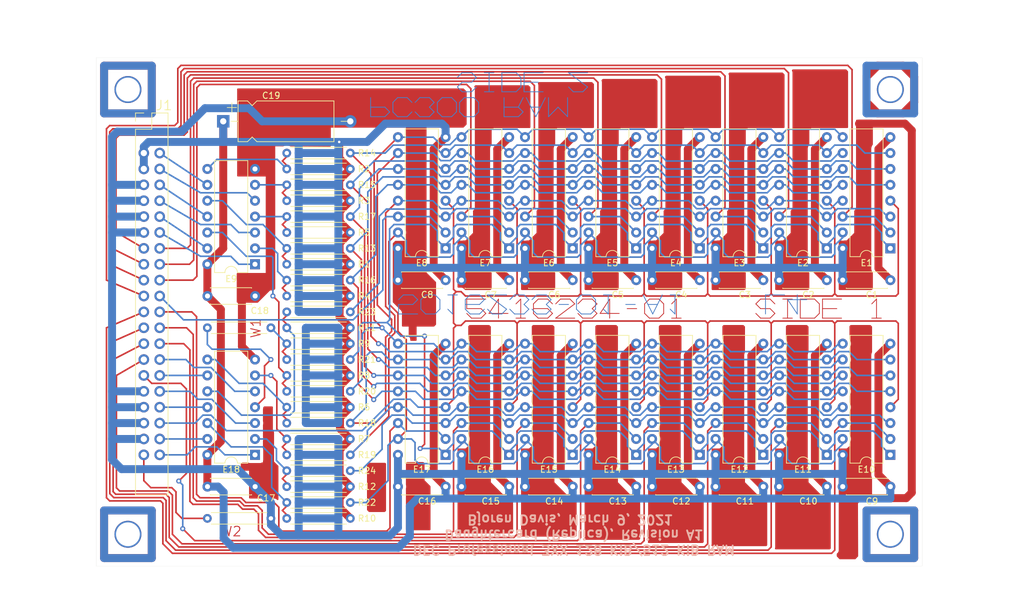
<source format=kicad_pcb>
(kicad_pcb (version 20171130) (host pcbnew "(5.1.9)-1")

  (general
    (thickness 1.6)
    (drawings 2934)
    (tracks 1659)
    (zones 0)
    (modules 117)
    (nets 58)
  )

  (page A)
  (title_block
    (title "DEC PC3XX RAM Board (5016233-01-A1), Reverse Engineered")
    (date 2021-03-09)
    (rev A1)
    (company "Bjoren Davis")
    (comment 2 http://bitsavers.org/pdf/dec/pdp11/pro3xx/MP-01394_PC350_Field_Maintenance_Print_Set_.pdf)
    (comment 3 "additional information from the schematic in the DEC PC350 Field Maintenance Print Set")
    (comment 4 "This is reverse engineered from an actual instance of the board, SN ZG71912329, with")
  )

  (layers
    (0 F.Cu signal)
    (1 In1.Cu power)
    (2 In2.Cu power)
    (31 B.Cu signal)
    (32 B.Adhes user)
    (33 F.Adhes user)
    (34 B.Paste user)
    (35 F.Paste user)
    (36 B.SilkS user)
    (37 F.SilkS user)
    (38 B.Mask user)
    (39 F.Mask user)
    (40 Dwgs.User user)
    (41 Cmts.User user)
    (42 Eco1.User user)
    (43 Eco2.User user)
    (44 Edge.Cuts user)
    (45 Margin user)
    (46 B.CrtYd user)
    (47 F.CrtYd user)
    (48 B.Fab user)
    (49 F.Fab user)
  )

  (setup
    (last_trace_width 0.254)
    (user_trace_width 0.254)
    (user_trace_width 1.27)
    (trace_clearance 0.254)
    (zone_clearance 0.508)
    (zone_45_only yes)
    (trace_min 0.2)
    (via_size 0.8)
    (via_drill 0.4)
    (via_min_size 0.4)
    (via_min_drill 0.3)
    (uvia_size 0.3)
    (uvia_drill 0.1)
    (uvias_allowed no)
    (uvia_min_size 0.2)
    (uvia_min_drill 0.1)
    (edge_width 0.05)
    (segment_width 0.2)
    (pcb_text_width 0.3)
    (pcb_text_size 1.5 1.5)
    (mod_edge_width 0.12)
    (mod_text_size 1 1)
    (mod_text_width 0.15)
    (pad_size 1.6 1.6)
    (pad_drill 0.8)
    (pad_to_mask_clearance 0.051)
    (solder_mask_min_width 0.25)
    (aux_axis_origin 0 0)
    (grid_origin 76.2 76.2)
    (visible_elements 7FFFFFFF)
    (pcbplotparams
      (layerselection 0x010f0_ffffffff)
      (usegerberextensions false)
      (usegerberattributes false)
      (usegerberadvancedattributes false)
      (creategerberjobfile false)
      (excludeedgelayer true)
      (linewidth 0.100000)
      (plotframeref false)
      (viasonmask false)
      (mode 1)
      (useauxorigin false)
      (hpglpennumber 1)
      (hpglpenspeed 20)
      (hpglpendiameter 15.000000)
      (psnegative false)
      (psa4output false)
      (plotreference true)
      (plotvalue true)
      (plotinvisibletext false)
      (padsonsilk false)
      (subtractmaskfromsilk false)
      (outputformat 4)
      (mirror false)
      (drillshape 0)
      (scaleselection 1)
      (outputdirectory "production_output/"))
  )

  (net 0 "")
  (net 1 GND)
  (net 2 +5V)
  (net 3 /~MUXA1)
  (net 4 /~MUXA7)
  (net 5 /~MUXA2)
  (net 6 /~MUXA0)
  (net 7 /~MUXA4)
  (net 8 /~MUXA3)
  (net 9 /~LCAS)
  (net 10 /D07)
  (net 11 /~RASD0)
  (net 12 /D06)
  (net 13 /D05)
  (net 14 /D04)
  (net 15 /CAS)
  (net 16 /~MUXA6)
  (net 17 /MWLB)
  (net 18 /~MUXA8)
  (net 19 /~MUXA5)
  (net 20 /MWHB)
  (net 21 /D15)
  (net 22 /D14)
  (net 23 /D13)
  (net 24 /~P256KD)
  (net 25 /D12)
  (net 26 /D11)
  (net 27 /D10)
  (net 28 /D09)
  (net 29 /D08)
  (net 30 /D00)
  (net 31 /D01)
  (net 32 /D02)
  (net 33 /D03)
  (net 34 /LMUXA1)
  (net 35 /LMUXA2)
  (net 36 /LMUXA6)
  (net 37 /LMUXA0)
  (net 38 /LMUXA3)
  (net 39 /LMUXA4)
  (net 40 /LMUXA5)
  (net 41 /LMUXA7)
  (net 42 /LMUXA8)
  (net 43 /~LMWHB)
  (net 44 /~LMWLB)
  (net 45 "Net-(R21-Pad1)")
  (net 46 "Net-(E9-Pad6)")
  (net 47 "Net-(E9-Pad12)")
  (net 48 "Net-(E9-Pad4)")
  (net 49 "Net-(E9-Pad10)")
  (net 50 "Net-(E9-Pad2)")
  (net 51 "Net-(E9-Pad8)")
  (net 52 "Net-(E18-Pad6)")
  (net 53 "Net-(E18-Pad12)")
  (net 54 "Net-(E18-Pad4)")
  (net 55 "Net-(E18-Pad10)")
  (net 56 "Net-(E18-Pad2)")
  (net 57 "Net-(E18-Pad8)")

  (net_class Default "This is the default net class."
    (clearance 0.254)
    (trace_width 0.254)
    (via_dia 0.8)
    (via_drill 0.4)
    (uvia_dia 0.3)
    (uvia_drill 0.1)
    (add_net +5V)
    (add_net /CAS)
    (add_net /D00)
    (add_net /D01)
    (add_net /D02)
    (add_net /D03)
    (add_net /D04)
    (add_net /D05)
    (add_net /D06)
    (add_net /D07)
    (add_net /D08)
    (add_net /D09)
    (add_net /D10)
    (add_net /D11)
    (add_net /D12)
    (add_net /D13)
    (add_net /D14)
    (add_net /D15)
    (add_net /LMUXA0)
    (add_net /LMUXA1)
    (add_net /LMUXA2)
    (add_net /LMUXA3)
    (add_net /LMUXA4)
    (add_net /LMUXA5)
    (add_net /LMUXA6)
    (add_net /LMUXA7)
    (add_net /LMUXA8)
    (add_net /MWHB)
    (add_net /MWLB)
    (add_net /~LCAS)
    (add_net /~LMWHB)
    (add_net /~LMWLB)
    (add_net /~MUXA0)
    (add_net /~MUXA1)
    (add_net /~MUXA2)
    (add_net /~MUXA3)
    (add_net /~MUXA4)
    (add_net /~MUXA5)
    (add_net /~MUXA6)
    (add_net /~MUXA7)
    (add_net /~MUXA8)
    (add_net /~P256KD)
    (add_net /~RASD0)
    (add_net GND)
    (add_net "Net-(E18-Pad10)")
    (add_net "Net-(E18-Pad12)")
    (add_net "Net-(E18-Pad2)")
    (add_net "Net-(E18-Pad4)")
    (add_net "Net-(E18-Pad6)")
    (add_net "Net-(E18-Pad8)")
    (add_net "Net-(E9-Pad10)")
    (add_net "Net-(E9-Pad12)")
    (add_net "Net-(E9-Pad2)")
    (add_net "Net-(E9-Pad4)")
    (add_net "Net-(E9-Pad6)")
    (add_net "Net-(E9-Pad8)")
    (add_net "Net-(R21-Pad1)")
  )

  (module ramboard_footprint_library:DIP-14_W7.62mm (layer F.Cu) (tedit 5A02E8C5) (tstamp 5E868CAA)
    (at 101.6 139.7 180)
    (descr "14-lead though-hole mounted DIP package, row spacing 7.62 mm (300 mils)")
    (tags "THT DIP DIL PDIP 2.54mm 7.62mm 300mil")
    (path /5E9050C0)
    (fp_text reference E18 (at 3.81 -2.33) (layer F.SilkS)
      (effects (font (size 1 1) (thickness 0.15)))
    )
    (fp_text value 74S04 (at 3.81 17.57) (layer F.Fab)
      (effects (font (size 1 1) (thickness 0.15)))
    )
    (fp_line (start 8.7 -1.55) (end -1.1 -1.55) (layer F.CrtYd) (width 0.05))
    (fp_line (start 8.7 16.8) (end 8.7 -1.55) (layer F.CrtYd) (width 0.05))
    (fp_line (start -1.1 16.8) (end 8.7 16.8) (layer F.CrtYd) (width 0.05))
    (fp_line (start -1.1 -1.55) (end -1.1 16.8) (layer F.CrtYd) (width 0.05))
    (fp_line (start 6.46 -1.33) (end 4.81 -1.33) (layer F.SilkS) (width 0.12))
    (fp_line (start 6.46 16.57) (end 6.46 -1.33) (layer F.SilkS) (width 0.12))
    (fp_line (start 1.16 16.57) (end 6.46 16.57) (layer F.SilkS) (width 0.12))
    (fp_line (start 1.16 -1.33) (end 1.16 16.57) (layer F.SilkS) (width 0.12))
    (fp_line (start 2.81 -1.33) (end 1.16 -1.33) (layer F.SilkS) (width 0.12))
    (fp_line (start 0.635 -0.27) (end 1.635 -1.27) (layer F.Fab) (width 0.1))
    (fp_line (start 0.635 16.51) (end 0.635 -0.27) (layer F.Fab) (width 0.1))
    (fp_line (start 6.985 16.51) (end 0.635 16.51) (layer F.Fab) (width 0.1))
    (fp_line (start 6.985 -1.27) (end 6.985 16.51) (layer F.Fab) (width 0.1))
    (fp_line (start 1.635 -1.27) (end 6.985 -1.27) (layer F.Fab) (width 0.1))
    (fp_text user %R (at 3.81 7.62) (layer F.Fab)
      (effects (font (size 1 1) (thickness 0.15)))
    )
    (fp_arc (start 3.81 -1.33) (end 2.81 -1.33) (angle -180) (layer F.SilkS) (width 0.12))
    (pad 14 thru_hole oval (at 7.62 0 180) (size 1.6 1.6) (drill 0.8) (layers *.Cu *.Mask)
      (net 2 +5V))
    (pad 7 thru_hole oval (at 0 15.24 180) (size 1.6 1.6) (drill 0.8) (layers *.Cu *.Mask)
      (net 1 GND))
    (pad 13 thru_hole oval (at 7.62 2.54 180) (size 1.6 1.6) (drill 0.8) (layers *.Cu *.Mask)
      (net 15 /CAS))
    (pad 6 thru_hole oval (at 0 12.7 180) (size 1.6 1.6) (drill 0.8) (layers *.Cu *.Mask)
      (net 52 "Net-(E18-Pad6)"))
    (pad 12 thru_hole oval (at 7.62 5.08 180) (size 1.6 1.6) (drill 0.8) (layers *.Cu *.Mask)
      (net 53 "Net-(E18-Pad12)"))
    (pad 5 thru_hole oval (at 0 10.16 180) (size 1.6 1.6) (drill 0.8) (layers *.Cu *.Mask)
      (net 16 /~MUXA6))
    (pad 11 thru_hole oval (at 7.62 7.62 180) (size 1.6 1.6) (drill 0.8) (layers *.Cu *.Mask)
      (net 17 /MWLB))
    (pad 4 thru_hole oval (at 0 7.62 180) (size 1.6 1.6) (drill 0.8) (layers *.Cu *.Mask)
      (net 54 "Net-(E18-Pad4)"))
    (pad 10 thru_hole oval (at 7.62 10.16 180) (size 1.6 1.6) (drill 0.8) (layers *.Cu *.Mask)
      (net 55 "Net-(E18-Pad10)"))
    (pad 3 thru_hole oval (at 0 5.08 180) (size 1.6 1.6) (drill 0.8) (layers *.Cu *.Mask)
      (net 18 /~MUXA8))
    (pad 9 thru_hole oval (at 7.62 12.7 180) (size 1.6 1.6) (drill 0.8) (layers *.Cu *.Mask)
      (net 19 /~MUXA5))
    (pad 2 thru_hole oval (at 0 2.54 180) (size 1.6 1.6) (drill 0.8) (layers *.Cu *.Mask)
      (net 56 "Net-(E18-Pad2)"))
    (pad 8 thru_hole oval (at 7.62 15.24 180) (size 1.6 1.6) (drill 0.8) (layers *.Cu *.Mask)
      (net 57 "Net-(E18-Pad8)"))
    (pad 1 thru_hole rect (at 0 0 180) (size 1.6 1.6) (drill 0.8) (layers *.Cu *.Mask)
      (net 20 /MWHB))
    (model ${KISYS3DMOD}/Package_DIP.3dshapes/DIP-14_W7.62mm.wrl
      (at (xyz 0 0 0))
      (scale (xyz 1 1 1))
      (rotate (xyz 0 0 0))
    )
  )

  (module ramboard_footprint_library:DIP-16_W7.62mm (layer F.Cu) (tedit 5A02E8C5) (tstamp 5E868CCE)
    (at 132.08 139.7 180)
    (descr "16-lead though-hole mounted DIP package, row spacing 7.62 mm (300 mils)")
    (tags "THT DIP DIL PDIP 2.54mm 7.62mm 300mil")
    (path /5E8C4643)
    (fp_text reference E17 (at 3.81 -2.33) (layer F.SilkS)
      (effects (font (size 1 1) (thickness 0.15)))
    )
    (fp_text value M5M4256AP (at 3.81 20.11) (layer F.Fab)
      (effects (font (size 1 1) (thickness 0.15)))
    )
    (fp_line (start 8.7 -1.55) (end -1.1 -1.55) (layer F.CrtYd) (width 0.05))
    (fp_line (start 8.7 19.3) (end 8.7 -1.55) (layer F.CrtYd) (width 0.05))
    (fp_line (start -1.1 19.3) (end 8.7 19.3) (layer F.CrtYd) (width 0.05))
    (fp_line (start -1.1 -1.55) (end -1.1 19.3) (layer F.CrtYd) (width 0.05))
    (fp_line (start 6.46 -1.33) (end 4.81 -1.33) (layer F.SilkS) (width 0.12))
    (fp_line (start 6.46 19.11) (end 6.46 -1.33) (layer F.SilkS) (width 0.12))
    (fp_line (start 1.16 19.11) (end 6.46 19.11) (layer F.SilkS) (width 0.12))
    (fp_line (start 1.16 -1.33) (end 1.16 19.11) (layer F.SilkS) (width 0.12))
    (fp_line (start 2.81 -1.33) (end 1.16 -1.33) (layer F.SilkS) (width 0.12))
    (fp_line (start 0.635 -0.27) (end 1.635 -1.27) (layer F.Fab) (width 0.1))
    (fp_line (start 0.635 19.05) (end 0.635 -0.27) (layer F.Fab) (width 0.1))
    (fp_line (start 6.985 19.05) (end 0.635 19.05) (layer F.Fab) (width 0.1))
    (fp_line (start 6.985 -1.27) (end 6.985 19.05) (layer F.Fab) (width 0.1))
    (fp_line (start 1.635 -1.27) (end 6.985 -1.27) (layer F.Fab) (width 0.1))
    (fp_text user %R (at 3.81 8.89) (layer F.Fab)
      (effects (font (size 1 1) (thickness 0.15)))
    )
    (fp_arc (start 3.81 -1.33) (end 2.81 -1.33) (angle -180) (layer F.SilkS) (width 0.12))
    (pad 16 thru_hole oval (at 7.62 0 180) (size 1.6 1.6) (drill 0.8) (layers *.Cu *.Mask)
      (net 1 GND))
    (pad 8 thru_hole oval (at 0 17.78 180) (size 1.6 1.6) (drill 0.8) (layers *.Cu *.Mask)
      (net 2 +5V))
    (pad 15 thru_hole oval (at 7.62 2.54 180) (size 1.6 1.6) (drill 0.8) (layers *.Cu *.Mask)
      (net 9 /~LCAS))
    (pad 7 thru_hole oval (at 0 15.24 180) (size 1.6 1.6) (drill 0.8) (layers *.Cu *.Mask)
      (net 34 /LMUXA1))
    (pad 14 thru_hole oval (at 7.62 5.08 180) (size 1.6 1.6) (drill 0.8) (layers *.Cu *.Mask)
      (net 21 /D15))
    (pad 6 thru_hole oval (at 0 12.7 180) (size 1.6 1.6) (drill 0.8) (layers *.Cu *.Mask)
      (net 35 /LMUXA2))
    (pad 13 thru_hole oval (at 7.62 7.62 180) (size 1.6 1.6) (drill 0.8) (layers *.Cu *.Mask)
      (net 36 /LMUXA6))
    (pad 5 thru_hole oval (at 0 10.16 180) (size 1.6 1.6) (drill 0.8) (layers *.Cu *.Mask)
      (net 37 /LMUXA0))
    (pad 12 thru_hole oval (at 7.62 10.16 180) (size 1.6 1.6) (drill 0.8) (layers *.Cu *.Mask)
      (net 38 /LMUXA3))
    (pad 4 thru_hole oval (at 0 7.62 180) (size 1.6 1.6) (drill 0.8) (layers *.Cu *.Mask)
      (net 11 /~RASD0))
    (pad 11 thru_hole oval (at 7.62 12.7 180) (size 1.6 1.6) (drill 0.8) (layers *.Cu *.Mask)
      (net 39 /LMUXA4))
    (pad 3 thru_hole oval (at 0 5.08 180) (size 1.6 1.6) (drill 0.8) (layers *.Cu *.Mask)
      (net 43 /~LMWHB))
    (pad 10 thru_hole oval (at 7.62 15.24 180) (size 1.6 1.6) (drill 0.8) (layers *.Cu *.Mask)
      (net 40 /LMUXA5))
    (pad 2 thru_hole oval (at 0 2.54 180) (size 1.6 1.6) (drill 0.8) (layers *.Cu *.Mask)
      (net 21 /D15))
    (pad 9 thru_hole oval (at 7.62 17.78 180) (size 1.6 1.6) (drill 0.8) (layers *.Cu *.Mask)
      (net 41 /LMUXA7))
    (pad 1 thru_hole rect (at 0 0 180) (size 1.6 1.6) (drill 0.8) (layers *.Cu *.Mask)
      (net 42 /LMUXA8))
    (model ${KISYS3DMOD}/Package_DIP.3dshapes/DIP-16_W7.62mm.wrl
      (at (xyz 0 0 0))
      (scale (xyz 1 1 1))
      (rotate (xyz 0 0 0))
    )
  )

  (module ramboard_footprint_library:DIP-16_W7.62mm (layer F.Cu) (tedit 5A02E8C5) (tstamp 5E868CF2)
    (at 142.24 139.7 180)
    (descr "16-lead though-hole mounted DIP package, row spacing 7.62 mm (300 mils)")
    (tags "THT DIP DIL PDIP 2.54mm 7.62mm 300mil")
    (path /5E8C9881)
    (fp_text reference E16 (at 3.81 -2.33) (layer F.SilkS)
      (effects (font (size 1 1) (thickness 0.15)))
    )
    (fp_text value M5M4256AP (at 3.81 20.11) (layer F.Fab)
      (effects (font (size 1 1) (thickness 0.15)))
    )
    (fp_line (start 8.7 -1.55) (end -1.1 -1.55) (layer F.CrtYd) (width 0.05))
    (fp_line (start 8.7 19.3) (end 8.7 -1.55) (layer F.CrtYd) (width 0.05))
    (fp_line (start -1.1 19.3) (end 8.7 19.3) (layer F.CrtYd) (width 0.05))
    (fp_line (start -1.1 -1.55) (end -1.1 19.3) (layer F.CrtYd) (width 0.05))
    (fp_line (start 6.46 -1.33) (end 4.81 -1.33) (layer F.SilkS) (width 0.12))
    (fp_line (start 6.46 19.11) (end 6.46 -1.33) (layer F.SilkS) (width 0.12))
    (fp_line (start 1.16 19.11) (end 6.46 19.11) (layer F.SilkS) (width 0.12))
    (fp_line (start 1.16 -1.33) (end 1.16 19.11) (layer F.SilkS) (width 0.12))
    (fp_line (start 2.81 -1.33) (end 1.16 -1.33) (layer F.SilkS) (width 0.12))
    (fp_line (start 0.635 -0.27) (end 1.635 -1.27) (layer F.Fab) (width 0.1))
    (fp_line (start 0.635 19.05) (end 0.635 -0.27) (layer F.Fab) (width 0.1))
    (fp_line (start 6.985 19.05) (end 0.635 19.05) (layer F.Fab) (width 0.1))
    (fp_line (start 6.985 -1.27) (end 6.985 19.05) (layer F.Fab) (width 0.1))
    (fp_line (start 1.635 -1.27) (end 6.985 -1.27) (layer F.Fab) (width 0.1))
    (fp_text user %R (at 3.81 8.89) (layer F.Fab)
      (effects (font (size 1 1) (thickness 0.15)))
    )
    (fp_arc (start 3.81 -1.33) (end 2.81 -1.33) (angle -180) (layer F.SilkS) (width 0.12))
    (pad 16 thru_hole oval (at 7.62 0 180) (size 1.6 1.6) (drill 0.8) (layers *.Cu *.Mask)
      (net 1 GND))
    (pad 8 thru_hole oval (at 0 17.78 180) (size 1.6 1.6) (drill 0.8) (layers *.Cu *.Mask)
      (net 2 +5V))
    (pad 15 thru_hole oval (at 7.62 2.54 180) (size 1.6 1.6) (drill 0.8) (layers *.Cu *.Mask)
      (net 9 /~LCAS))
    (pad 7 thru_hole oval (at 0 15.24 180) (size 1.6 1.6) (drill 0.8) (layers *.Cu *.Mask)
      (net 34 /LMUXA1))
    (pad 14 thru_hole oval (at 7.62 5.08 180) (size 1.6 1.6) (drill 0.8) (layers *.Cu *.Mask)
      (net 22 /D14))
    (pad 6 thru_hole oval (at 0 12.7 180) (size 1.6 1.6) (drill 0.8) (layers *.Cu *.Mask)
      (net 35 /LMUXA2))
    (pad 13 thru_hole oval (at 7.62 7.62 180) (size 1.6 1.6) (drill 0.8) (layers *.Cu *.Mask)
      (net 36 /LMUXA6))
    (pad 5 thru_hole oval (at 0 10.16 180) (size 1.6 1.6) (drill 0.8) (layers *.Cu *.Mask)
      (net 37 /LMUXA0))
    (pad 12 thru_hole oval (at 7.62 10.16 180) (size 1.6 1.6) (drill 0.8) (layers *.Cu *.Mask)
      (net 38 /LMUXA3))
    (pad 4 thru_hole oval (at 0 7.62 180) (size 1.6 1.6) (drill 0.8) (layers *.Cu *.Mask)
      (net 11 /~RASD0))
    (pad 11 thru_hole oval (at 7.62 12.7 180) (size 1.6 1.6) (drill 0.8) (layers *.Cu *.Mask)
      (net 39 /LMUXA4))
    (pad 3 thru_hole oval (at 0 5.08 180) (size 1.6 1.6) (drill 0.8) (layers *.Cu *.Mask)
      (net 43 /~LMWHB))
    (pad 10 thru_hole oval (at 7.62 15.24 180) (size 1.6 1.6) (drill 0.8) (layers *.Cu *.Mask)
      (net 40 /LMUXA5))
    (pad 2 thru_hole oval (at 0 2.54 180) (size 1.6 1.6) (drill 0.8) (layers *.Cu *.Mask)
      (net 22 /D14))
    (pad 9 thru_hole oval (at 7.62 17.78 180) (size 1.6 1.6) (drill 0.8) (layers *.Cu *.Mask)
      (net 41 /LMUXA7))
    (pad 1 thru_hole rect (at 0 0 180) (size 1.6 1.6) (drill 0.8) (layers *.Cu *.Mask)
      (net 42 /LMUXA8))
    (model ${KISYS3DMOD}/Package_DIP.3dshapes/DIP-16_W7.62mm.wrl
      (at (xyz 0 0 0))
      (scale (xyz 1 1 1))
      (rotate (xyz 0 0 0))
    )
  )

  (module ramboard_footprint_library:DIP-16_W7.62mm (layer F.Cu) (tedit 5A02E8C5) (tstamp 5E868D16)
    (at 152.4 139.7 180)
    (descr "16-lead though-hole mounted DIP package, row spacing 7.62 mm (300 mils)")
    (tags "THT DIP DIL PDIP 2.54mm 7.62mm 300mil")
    (path /5E8C4649)
    (fp_text reference E15 (at 3.81 -2.33) (layer F.SilkS)
      (effects (font (size 1 1) (thickness 0.15)))
    )
    (fp_text value M5M4256AP (at 3.81 20.11) (layer F.Fab)
      (effects (font (size 1 1) (thickness 0.15)))
    )
    (fp_line (start 8.7 -1.55) (end -1.1 -1.55) (layer F.CrtYd) (width 0.05))
    (fp_line (start 8.7 19.3) (end 8.7 -1.55) (layer F.CrtYd) (width 0.05))
    (fp_line (start -1.1 19.3) (end 8.7 19.3) (layer F.CrtYd) (width 0.05))
    (fp_line (start -1.1 -1.55) (end -1.1 19.3) (layer F.CrtYd) (width 0.05))
    (fp_line (start 6.46 -1.33) (end 4.81 -1.33) (layer F.SilkS) (width 0.12))
    (fp_line (start 6.46 19.11) (end 6.46 -1.33) (layer F.SilkS) (width 0.12))
    (fp_line (start 1.16 19.11) (end 6.46 19.11) (layer F.SilkS) (width 0.12))
    (fp_line (start 1.16 -1.33) (end 1.16 19.11) (layer F.SilkS) (width 0.12))
    (fp_line (start 2.81 -1.33) (end 1.16 -1.33) (layer F.SilkS) (width 0.12))
    (fp_line (start 0.635 -0.27) (end 1.635 -1.27) (layer F.Fab) (width 0.1))
    (fp_line (start 0.635 19.05) (end 0.635 -0.27) (layer F.Fab) (width 0.1))
    (fp_line (start 6.985 19.05) (end 0.635 19.05) (layer F.Fab) (width 0.1))
    (fp_line (start 6.985 -1.27) (end 6.985 19.05) (layer F.Fab) (width 0.1))
    (fp_line (start 1.635 -1.27) (end 6.985 -1.27) (layer F.Fab) (width 0.1))
    (fp_text user %R (at 3.81 8.89) (layer F.Fab)
      (effects (font (size 1 1) (thickness 0.15)))
    )
    (fp_arc (start 3.81 -1.33) (end 2.81 -1.33) (angle -180) (layer F.SilkS) (width 0.12))
    (pad 16 thru_hole oval (at 7.62 0 180) (size 1.6 1.6) (drill 0.8) (layers *.Cu *.Mask)
      (net 1 GND))
    (pad 8 thru_hole oval (at 0 17.78 180) (size 1.6 1.6) (drill 0.8) (layers *.Cu *.Mask)
      (net 2 +5V))
    (pad 15 thru_hole oval (at 7.62 2.54 180) (size 1.6 1.6) (drill 0.8) (layers *.Cu *.Mask)
      (net 9 /~LCAS))
    (pad 7 thru_hole oval (at 0 15.24 180) (size 1.6 1.6) (drill 0.8) (layers *.Cu *.Mask)
      (net 34 /LMUXA1))
    (pad 14 thru_hole oval (at 7.62 5.08 180) (size 1.6 1.6) (drill 0.8) (layers *.Cu *.Mask)
      (net 23 /D13))
    (pad 6 thru_hole oval (at 0 12.7 180) (size 1.6 1.6) (drill 0.8) (layers *.Cu *.Mask)
      (net 35 /LMUXA2))
    (pad 13 thru_hole oval (at 7.62 7.62 180) (size 1.6 1.6) (drill 0.8) (layers *.Cu *.Mask)
      (net 36 /LMUXA6))
    (pad 5 thru_hole oval (at 0 10.16 180) (size 1.6 1.6) (drill 0.8) (layers *.Cu *.Mask)
      (net 37 /LMUXA0))
    (pad 12 thru_hole oval (at 7.62 10.16 180) (size 1.6 1.6) (drill 0.8) (layers *.Cu *.Mask)
      (net 38 /LMUXA3))
    (pad 4 thru_hole oval (at 0 7.62 180) (size 1.6 1.6) (drill 0.8) (layers *.Cu *.Mask)
      (net 11 /~RASD0))
    (pad 11 thru_hole oval (at 7.62 12.7 180) (size 1.6 1.6) (drill 0.8) (layers *.Cu *.Mask)
      (net 39 /LMUXA4))
    (pad 3 thru_hole oval (at 0 5.08 180) (size 1.6 1.6) (drill 0.8) (layers *.Cu *.Mask)
      (net 43 /~LMWHB))
    (pad 10 thru_hole oval (at 7.62 15.24 180) (size 1.6 1.6) (drill 0.8) (layers *.Cu *.Mask)
      (net 40 /LMUXA5))
    (pad 2 thru_hole oval (at 0 2.54 180) (size 1.6 1.6) (drill 0.8) (layers *.Cu *.Mask)
      (net 23 /D13))
    (pad 9 thru_hole oval (at 7.62 17.78 180) (size 1.6 1.6) (drill 0.8) (layers *.Cu *.Mask)
      (net 41 /LMUXA7))
    (pad 1 thru_hole rect (at 0 0 180) (size 1.6 1.6) (drill 0.8) (layers *.Cu *.Mask)
      (net 42 /LMUXA8))
    (model ${KISYS3DMOD}/Package_DIP.3dshapes/DIP-16_W7.62mm.wrl
      (at (xyz 0 0 0))
      (scale (xyz 1 1 1))
      (rotate (xyz 0 0 0))
    )
  )

  (module ramboard_footprint_library:DIP-16_W7.62mm (layer F.Cu) (tedit 5A02E8C5) (tstamp 5E868D3A)
    (at 162.56 139.7 180)
    (descr "16-lead though-hole mounted DIP package, row spacing 7.62 mm (300 mils)")
    (tags "THT DIP DIL PDIP 2.54mm 7.62mm 300mil")
    (path /5E8C9887)
    (fp_text reference E14 (at 3.81 -2.33) (layer F.SilkS)
      (effects (font (size 1 1) (thickness 0.15)))
    )
    (fp_text value M5M4256AP (at 3.81 20.11) (layer F.Fab)
      (effects (font (size 1 1) (thickness 0.15)))
    )
    (fp_line (start 8.7 -1.55) (end -1.1 -1.55) (layer F.CrtYd) (width 0.05))
    (fp_line (start 8.7 19.3) (end 8.7 -1.55) (layer F.CrtYd) (width 0.05))
    (fp_line (start -1.1 19.3) (end 8.7 19.3) (layer F.CrtYd) (width 0.05))
    (fp_line (start -1.1 -1.55) (end -1.1 19.3) (layer F.CrtYd) (width 0.05))
    (fp_line (start 6.46 -1.33) (end 4.81 -1.33) (layer F.SilkS) (width 0.12))
    (fp_line (start 6.46 19.11) (end 6.46 -1.33) (layer F.SilkS) (width 0.12))
    (fp_line (start 1.16 19.11) (end 6.46 19.11) (layer F.SilkS) (width 0.12))
    (fp_line (start 1.16 -1.33) (end 1.16 19.11) (layer F.SilkS) (width 0.12))
    (fp_line (start 2.81 -1.33) (end 1.16 -1.33) (layer F.SilkS) (width 0.12))
    (fp_line (start 0.635 -0.27) (end 1.635 -1.27) (layer F.Fab) (width 0.1))
    (fp_line (start 0.635 19.05) (end 0.635 -0.27) (layer F.Fab) (width 0.1))
    (fp_line (start 6.985 19.05) (end 0.635 19.05) (layer F.Fab) (width 0.1))
    (fp_line (start 6.985 -1.27) (end 6.985 19.05) (layer F.Fab) (width 0.1))
    (fp_line (start 1.635 -1.27) (end 6.985 -1.27) (layer F.Fab) (width 0.1))
    (fp_text user %R (at 3.81 8.89) (layer F.Fab)
      (effects (font (size 1 1) (thickness 0.15)))
    )
    (fp_arc (start 3.81 -1.33) (end 2.81 -1.33) (angle -180) (layer F.SilkS) (width 0.12))
    (pad 16 thru_hole oval (at 7.62 0 180) (size 1.6 1.6) (drill 0.8) (layers *.Cu *.Mask)
      (net 1 GND))
    (pad 8 thru_hole oval (at 0 17.78 180) (size 1.6 1.6) (drill 0.8) (layers *.Cu *.Mask)
      (net 2 +5V))
    (pad 15 thru_hole oval (at 7.62 2.54 180) (size 1.6 1.6) (drill 0.8) (layers *.Cu *.Mask)
      (net 9 /~LCAS))
    (pad 7 thru_hole oval (at 0 15.24 180) (size 1.6 1.6) (drill 0.8) (layers *.Cu *.Mask)
      (net 34 /LMUXA1))
    (pad 14 thru_hole oval (at 7.62 5.08 180) (size 1.6 1.6) (drill 0.8) (layers *.Cu *.Mask)
      (net 25 /D12))
    (pad 6 thru_hole oval (at 0 12.7 180) (size 1.6 1.6) (drill 0.8) (layers *.Cu *.Mask)
      (net 35 /LMUXA2))
    (pad 13 thru_hole oval (at 7.62 7.62 180) (size 1.6 1.6) (drill 0.8) (layers *.Cu *.Mask)
      (net 36 /LMUXA6))
    (pad 5 thru_hole oval (at 0 10.16 180) (size 1.6 1.6) (drill 0.8) (layers *.Cu *.Mask)
      (net 37 /LMUXA0))
    (pad 12 thru_hole oval (at 7.62 10.16 180) (size 1.6 1.6) (drill 0.8) (layers *.Cu *.Mask)
      (net 38 /LMUXA3))
    (pad 4 thru_hole oval (at 0 7.62 180) (size 1.6 1.6) (drill 0.8) (layers *.Cu *.Mask)
      (net 11 /~RASD0))
    (pad 11 thru_hole oval (at 7.62 12.7 180) (size 1.6 1.6) (drill 0.8) (layers *.Cu *.Mask)
      (net 39 /LMUXA4))
    (pad 3 thru_hole oval (at 0 5.08 180) (size 1.6 1.6) (drill 0.8) (layers *.Cu *.Mask)
      (net 43 /~LMWHB))
    (pad 10 thru_hole oval (at 7.62 15.24 180) (size 1.6 1.6) (drill 0.8) (layers *.Cu *.Mask)
      (net 40 /LMUXA5))
    (pad 2 thru_hole oval (at 0 2.54 180) (size 1.6 1.6) (drill 0.8) (layers *.Cu *.Mask)
      (net 25 /D12))
    (pad 9 thru_hole oval (at 7.62 17.78 180) (size 1.6 1.6) (drill 0.8) (layers *.Cu *.Mask)
      (net 41 /LMUXA7))
    (pad 1 thru_hole rect (at 0 0 180) (size 1.6 1.6) (drill 0.8) (layers *.Cu *.Mask)
      (net 42 /LMUXA8))
    (model ${KISYS3DMOD}/Package_DIP.3dshapes/DIP-16_W7.62mm.wrl
      (at (xyz 0 0 0))
      (scale (xyz 1 1 1))
      (rotate (xyz 0 0 0))
    )
  )

  (module ramboard_footprint_library:DIP-16_W7.62mm (layer F.Cu) (tedit 5A02E8C5) (tstamp 5E868D5E)
    (at 172.72 139.7 180)
    (descr "16-lead though-hole mounted DIP package, row spacing 7.62 mm (300 mils)")
    (tags "THT DIP DIL PDIP 2.54mm 7.62mm 300mil")
    (path /5E8C464F)
    (fp_text reference E13 (at 3.81 -2.33) (layer F.SilkS)
      (effects (font (size 1 1) (thickness 0.15)))
    )
    (fp_text value M5M4256AP (at 3.81 20.11) (layer F.Fab)
      (effects (font (size 1 1) (thickness 0.15)))
    )
    (fp_line (start 8.7 -1.55) (end -1.1 -1.55) (layer F.CrtYd) (width 0.05))
    (fp_line (start 8.7 19.3) (end 8.7 -1.55) (layer F.CrtYd) (width 0.05))
    (fp_line (start -1.1 19.3) (end 8.7 19.3) (layer F.CrtYd) (width 0.05))
    (fp_line (start -1.1 -1.55) (end -1.1 19.3) (layer F.CrtYd) (width 0.05))
    (fp_line (start 6.46 -1.33) (end 4.81 -1.33) (layer F.SilkS) (width 0.12))
    (fp_line (start 6.46 19.11) (end 6.46 -1.33) (layer F.SilkS) (width 0.12))
    (fp_line (start 1.16 19.11) (end 6.46 19.11) (layer F.SilkS) (width 0.12))
    (fp_line (start 1.16 -1.33) (end 1.16 19.11) (layer F.SilkS) (width 0.12))
    (fp_line (start 2.81 -1.33) (end 1.16 -1.33) (layer F.SilkS) (width 0.12))
    (fp_line (start 0.635 -0.27) (end 1.635 -1.27) (layer F.Fab) (width 0.1))
    (fp_line (start 0.635 19.05) (end 0.635 -0.27) (layer F.Fab) (width 0.1))
    (fp_line (start 6.985 19.05) (end 0.635 19.05) (layer F.Fab) (width 0.1))
    (fp_line (start 6.985 -1.27) (end 6.985 19.05) (layer F.Fab) (width 0.1))
    (fp_line (start 1.635 -1.27) (end 6.985 -1.27) (layer F.Fab) (width 0.1))
    (fp_text user %R (at 3.81 8.89) (layer F.Fab)
      (effects (font (size 1 1) (thickness 0.15)))
    )
    (fp_arc (start 3.81 -1.33) (end 2.81 -1.33) (angle -180) (layer F.SilkS) (width 0.12))
    (pad 16 thru_hole oval (at 7.62 0 180) (size 1.6 1.6) (drill 0.8) (layers *.Cu *.Mask)
      (net 1 GND))
    (pad 8 thru_hole oval (at 0 17.78 180) (size 1.6 1.6) (drill 0.8) (layers *.Cu *.Mask)
      (net 2 +5V))
    (pad 15 thru_hole oval (at 7.62 2.54 180) (size 1.6 1.6) (drill 0.8) (layers *.Cu *.Mask)
      (net 9 /~LCAS))
    (pad 7 thru_hole oval (at 0 15.24 180) (size 1.6 1.6) (drill 0.8) (layers *.Cu *.Mask)
      (net 34 /LMUXA1))
    (pad 14 thru_hole oval (at 7.62 5.08 180) (size 1.6 1.6) (drill 0.8) (layers *.Cu *.Mask)
      (net 26 /D11))
    (pad 6 thru_hole oval (at 0 12.7 180) (size 1.6 1.6) (drill 0.8) (layers *.Cu *.Mask)
      (net 35 /LMUXA2))
    (pad 13 thru_hole oval (at 7.62 7.62 180) (size 1.6 1.6) (drill 0.8) (layers *.Cu *.Mask)
      (net 36 /LMUXA6))
    (pad 5 thru_hole oval (at 0 10.16 180) (size 1.6 1.6) (drill 0.8) (layers *.Cu *.Mask)
      (net 37 /LMUXA0))
    (pad 12 thru_hole oval (at 7.62 10.16 180) (size 1.6 1.6) (drill 0.8) (layers *.Cu *.Mask)
      (net 38 /LMUXA3))
    (pad 4 thru_hole oval (at 0 7.62 180) (size 1.6 1.6) (drill 0.8) (layers *.Cu *.Mask)
      (net 11 /~RASD0))
    (pad 11 thru_hole oval (at 7.62 12.7 180) (size 1.6 1.6) (drill 0.8) (layers *.Cu *.Mask)
      (net 39 /LMUXA4))
    (pad 3 thru_hole oval (at 0 5.08 180) (size 1.6 1.6) (drill 0.8) (layers *.Cu *.Mask)
      (net 43 /~LMWHB))
    (pad 10 thru_hole oval (at 7.62 15.24 180) (size 1.6 1.6) (drill 0.8) (layers *.Cu *.Mask)
      (net 40 /LMUXA5))
    (pad 2 thru_hole oval (at 0 2.54 180) (size 1.6 1.6) (drill 0.8) (layers *.Cu *.Mask)
      (net 26 /D11))
    (pad 9 thru_hole oval (at 7.62 17.78 180) (size 1.6 1.6) (drill 0.8) (layers *.Cu *.Mask)
      (net 41 /LMUXA7))
    (pad 1 thru_hole rect (at 0 0 180) (size 1.6 1.6) (drill 0.8) (layers *.Cu *.Mask)
      (net 42 /LMUXA8))
    (model ${KISYS3DMOD}/Package_DIP.3dshapes/DIP-16_W7.62mm.wrl
      (at (xyz 0 0 0))
      (scale (xyz 1 1 1))
      (rotate (xyz 0 0 0))
    )
  )

  (module ramboard_footprint_library:DIP-16_W7.62mm (layer F.Cu) (tedit 5A02E8C5) (tstamp 5E868D82)
    (at 182.88 139.7 180)
    (descr "16-lead though-hole mounted DIP package, row spacing 7.62 mm (300 mils)")
    (tags "THT DIP DIL PDIP 2.54mm 7.62mm 300mil")
    (path /5E8C988D)
    (fp_text reference E12 (at 3.81 -2.33) (layer F.SilkS)
      (effects (font (size 1 1) (thickness 0.15)))
    )
    (fp_text value M5M4256AP (at 3.81 20.11) (layer F.Fab)
      (effects (font (size 1 1) (thickness 0.15)))
    )
    (fp_line (start 8.7 -1.55) (end -1.1 -1.55) (layer F.CrtYd) (width 0.05))
    (fp_line (start 8.7 19.3) (end 8.7 -1.55) (layer F.CrtYd) (width 0.05))
    (fp_line (start -1.1 19.3) (end 8.7 19.3) (layer F.CrtYd) (width 0.05))
    (fp_line (start -1.1 -1.55) (end -1.1 19.3) (layer F.CrtYd) (width 0.05))
    (fp_line (start 6.46 -1.33) (end 4.81 -1.33) (layer F.SilkS) (width 0.12))
    (fp_line (start 6.46 19.11) (end 6.46 -1.33) (layer F.SilkS) (width 0.12))
    (fp_line (start 1.16 19.11) (end 6.46 19.11) (layer F.SilkS) (width 0.12))
    (fp_line (start 1.16 -1.33) (end 1.16 19.11) (layer F.SilkS) (width 0.12))
    (fp_line (start 2.81 -1.33) (end 1.16 -1.33) (layer F.SilkS) (width 0.12))
    (fp_line (start 0.635 -0.27) (end 1.635 -1.27) (layer F.Fab) (width 0.1))
    (fp_line (start 0.635 19.05) (end 0.635 -0.27) (layer F.Fab) (width 0.1))
    (fp_line (start 6.985 19.05) (end 0.635 19.05) (layer F.Fab) (width 0.1))
    (fp_line (start 6.985 -1.27) (end 6.985 19.05) (layer F.Fab) (width 0.1))
    (fp_line (start 1.635 -1.27) (end 6.985 -1.27) (layer F.Fab) (width 0.1))
    (fp_text user %R (at 3.81 8.89) (layer F.Fab)
      (effects (font (size 1 1) (thickness 0.15)))
    )
    (fp_arc (start 3.81 -1.33) (end 2.81 -1.33) (angle -180) (layer F.SilkS) (width 0.12))
    (pad 16 thru_hole oval (at 7.62 0 180) (size 1.6 1.6) (drill 0.8) (layers *.Cu *.Mask)
      (net 1 GND))
    (pad 8 thru_hole oval (at 0 17.78 180) (size 1.6 1.6) (drill 0.8) (layers *.Cu *.Mask)
      (net 2 +5V))
    (pad 15 thru_hole oval (at 7.62 2.54 180) (size 1.6 1.6) (drill 0.8) (layers *.Cu *.Mask)
      (net 9 /~LCAS))
    (pad 7 thru_hole oval (at 0 15.24 180) (size 1.6 1.6) (drill 0.8) (layers *.Cu *.Mask)
      (net 34 /LMUXA1))
    (pad 14 thru_hole oval (at 7.62 5.08 180) (size 1.6 1.6) (drill 0.8) (layers *.Cu *.Mask)
      (net 27 /D10))
    (pad 6 thru_hole oval (at 0 12.7 180) (size 1.6 1.6) (drill 0.8) (layers *.Cu *.Mask)
      (net 35 /LMUXA2))
    (pad 13 thru_hole oval (at 7.62 7.62 180) (size 1.6 1.6) (drill 0.8) (layers *.Cu *.Mask)
      (net 36 /LMUXA6))
    (pad 5 thru_hole oval (at 0 10.16 180) (size 1.6 1.6) (drill 0.8) (layers *.Cu *.Mask)
      (net 37 /LMUXA0))
    (pad 12 thru_hole oval (at 7.62 10.16 180) (size 1.6 1.6) (drill 0.8) (layers *.Cu *.Mask)
      (net 38 /LMUXA3))
    (pad 4 thru_hole oval (at 0 7.62 180) (size 1.6 1.6) (drill 0.8) (layers *.Cu *.Mask)
      (net 11 /~RASD0))
    (pad 11 thru_hole oval (at 7.62 12.7 180) (size 1.6 1.6) (drill 0.8) (layers *.Cu *.Mask)
      (net 39 /LMUXA4))
    (pad 3 thru_hole oval (at 0 5.08 180) (size 1.6 1.6) (drill 0.8) (layers *.Cu *.Mask)
      (net 43 /~LMWHB))
    (pad 10 thru_hole oval (at 7.62 15.24 180) (size 1.6 1.6) (drill 0.8) (layers *.Cu *.Mask)
      (net 40 /LMUXA5))
    (pad 2 thru_hole oval (at 0 2.54 180) (size 1.6 1.6) (drill 0.8) (layers *.Cu *.Mask)
      (net 27 /D10))
    (pad 9 thru_hole oval (at 7.62 17.78 180) (size 1.6 1.6) (drill 0.8) (layers *.Cu *.Mask)
      (net 41 /LMUXA7))
    (pad 1 thru_hole rect (at 0 0 180) (size 1.6 1.6) (drill 0.8) (layers *.Cu *.Mask)
      (net 42 /LMUXA8))
    (model ${KISYS3DMOD}/Package_DIP.3dshapes/DIP-16_W7.62mm.wrl
      (at (xyz 0 0 0))
      (scale (xyz 1 1 1))
      (rotate (xyz 0 0 0))
    )
  )

  (module ramboard_footprint_library:DIP-16_W7.62mm (layer F.Cu) (tedit 5A02E8C5) (tstamp 5E868DA6)
    (at 193.04 139.7 180)
    (descr "16-lead though-hole mounted DIP package, row spacing 7.62 mm (300 mils)")
    (tags "THT DIP DIL PDIP 2.54mm 7.62mm 300mil")
    (path /5E88B35F)
    (fp_text reference E11 (at 3.81 -2.33) (layer F.SilkS)
      (effects (font (size 1 1) (thickness 0.15)))
    )
    (fp_text value M5M4256AP (at 3.81 20.11) (layer F.Fab)
      (effects (font (size 1 1) (thickness 0.15)))
    )
    (fp_line (start 8.7 -1.55) (end -1.1 -1.55) (layer F.CrtYd) (width 0.05))
    (fp_line (start 8.7 19.3) (end 8.7 -1.55) (layer F.CrtYd) (width 0.05))
    (fp_line (start -1.1 19.3) (end 8.7 19.3) (layer F.CrtYd) (width 0.05))
    (fp_line (start -1.1 -1.55) (end -1.1 19.3) (layer F.CrtYd) (width 0.05))
    (fp_line (start 6.46 -1.33) (end 4.81 -1.33) (layer F.SilkS) (width 0.12))
    (fp_line (start 6.46 19.11) (end 6.46 -1.33) (layer F.SilkS) (width 0.12))
    (fp_line (start 1.16 19.11) (end 6.46 19.11) (layer F.SilkS) (width 0.12))
    (fp_line (start 1.16 -1.33) (end 1.16 19.11) (layer F.SilkS) (width 0.12))
    (fp_line (start 2.81 -1.33) (end 1.16 -1.33) (layer F.SilkS) (width 0.12))
    (fp_line (start 0.635 -0.27) (end 1.635 -1.27) (layer F.Fab) (width 0.1))
    (fp_line (start 0.635 19.05) (end 0.635 -0.27) (layer F.Fab) (width 0.1))
    (fp_line (start 6.985 19.05) (end 0.635 19.05) (layer F.Fab) (width 0.1))
    (fp_line (start 6.985 -1.27) (end 6.985 19.05) (layer F.Fab) (width 0.1))
    (fp_line (start 1.635 -1.27) (end 6.985 -1.27) (layer F.Fab) (width 0.1))
    (fp_text user %R (at 3.81 8.89) (layer F.Fab)
      (effects (font (size 1 1) (thickness 0.15)))
    )
    (fp_arc (start 3.81 -1.33) (end 2.81 -1.33) (angle -180) (layer F.SilkS) (width 0.12))
    (pad 16 thru_hole oval (at 7.62 0 180) (size 1.6 1.6) (drill 0.8) (layers *.Cu *.Mask)
      (net 1 GND))
    (pad 8 thru_hole oval (at 0 17.78 180) (size 1.6 1.6) (drill 0.8) (layers *.Cu *.Mask)
      (net 2 +5V))
    (pad 15 thru_hole oval (at 7.62 2.54 180) (size 1.6 1.6) (drill 0.8) (layers *.Cu *.Mask)
      (net 9 /~LCAS))
    (pad 7 thru_hole oval (at 0 15.24 180) (size 1.6 1.6) (drill 0.8) (layers *.Cu *.Mask)
      (net 34 /LMUXA1))
    (pad 14 thru_hole oval (at 7.62 5.08 180) (size 1.6 1.6) (drill 0.8) (layers *.Cu *.Mask)
      (net 28 /D09))
    (pad 6 thru_hole oval (at 0 12.7 180) (size 1.6 1.6) (drill 0.8) (layers *.Cu *.Mask)
      (net 35 /LMUXA2))
    (pad 13 thru_hole oval (at 7.62 7.62 180) (size 1.6 1.6) (drill 0.8) (layers *.Cu *.Mask)
      (net 36 /LMUXA6))
    (pad 5 thru_hole oval (at 0 10.16 180) (size 1.6 1.6) (drill 0.8) (layers *.Cu *.Mask)
      (net 37 /LMUXA0))
    (pad 12 thru_hole oval (at 7.62 10.16 180) (size 1.6 1.6) (drill 0.8) (layers *.Cu *.Mask)
      (net 38 /LMUXA3))
    (pad 4 thru_hole oval (at 0 7.62 180) (size 1.6 1.6) (drill 0.8) (layers *.Cu *.Mask)
      (net 11 /~RASD0))
    (pad 11 thru_hole oval (at 7.62 12.7 180) (size 1.6 1.6) (drill 0.8) (layers *.Cu *.Mask)
      (net 39 /LMUXA4))
    (pad 3 thru_hole oval (at 0 5.08 180) (size 1.6 1.6) (drill 0.8) (layers *.Cu *.Mask)
      (net 43 /~LMWHB))
    (pad 10 thru_hole oval (at 7.62 15.24 180) (size 1.6 1.6) (drill 0.8) (layers *.Cu *.Mask)
      (net 40 /LMUXA5))
    (pad 2 thru_hole oval (at 0 2.54 180) (size 1.6 1.6) (drill 0.8) (layers *.Cu *.Mask)
      (net 28 /D09))
    (pad 9 thru_hole oval (at 7.62 17.78 180) (size 1.6 1.6) (drill 0.8) (layers *.Cu *.Mask)
      (net 41 /LMUXA7))
    (pad 1 thru_hole rect (at 0 0 180) (size 1.6 1.6) (drill 0.8) (layers *.Cu *.Mask)
      (net 42 /LMUXA8))
    (model ${KISYS3DMOD}/Package_DIP.3dshapes/DIP-16_W7.62mm.wrl
      (at (xyz 0 0 0))
      (scale (xyz 1 1 1))
      (rotate (xyz 0 0 0))
    )
  )

  (module ramboard_footprint_library:DIP-16_W7.62mm (layer F.Cu) (tedit 5A02E8C5) (tstamp 5E868DCA)
    (at 203.2 139.7 180)
    (descr "16-lead though-hole mounted DIP package, row spacing 7.62 mm (300 mils)")
    (tags "THT DIP DIL PDIP 2.54mm 7.62mm 300mil")
    (path /5E8C987B)
    (fp_text reference E10 (at 3.81 -2.33) (layer F.SilkS)
      (effects (font (size 1 1) (thickness 0.15)))
    )
    (fp_text value M5M4256AP (at 3.81 20.11) (layer F.Fab)
      (effects (font (size 1 1) (thickness 0.15)))
    )
    (fp_line (start 8.7 -1.55) (end -1.1 -1.55) (layer F.CrtYd) (width 0.05))
    (fp_line (start 8.7 19.3) (end 8.7 -1.55) (layer F.CrtYd) (width 0.05))
    (fp_line (start -1.1 19.3) (end 8.7 19.3) (layer F.CrtYd) (width 0.05))
    (fp_line (start -1.1 -1.55) (end -1.1 19.3) (layer F.CrtYd) (width 0.05))
    (fp_line (start 6.46 -1.33) (end 4.81 -1.33) (layer F.SilkS) (width 0.12))
    (fp_line (start 6.46 19.11) (end 6.46 -1.33) (layer F.SilkS) (width 0.12))
    (fp_line (start 1.16 19.11) (end 6.46 19.11) (layer F.SilkS) (width 0.12))
    (fp_line (start 1.16 -1.33) (end 1.16 19.11) (layer F.SilkS) (width 0.12))
    (fp_line (start 2.81 -1.33) (end 1.16 -1.33) (layer F.SilkS) (width 0.12))
    (fp_line (start 0.635 -0.27) (end 1.635 -1.27) (layer F.Fab) (width 0.1))
    (fp_line (start 0.635 19.05) (end 0.635 -0.27) (layer F.Fab) (width 0.1))
    (fp_line (start 6.985 19.05) (end 0.635 19.05) (layer F.Fab) (width 0.1))
    (fp_line (start 6.985 -1.27) (end 6.985 19.05) (layer F.Fab) (width 0.1))
    (fp_line (start 1.635 -1.27) (end 6.985 -1.27) (layer F.Fab) (width 0.1))
    (fp_text user %R (at 3.81 8.89) (layer F.Fab)
      (effects (font (size 1 1) (thickness 0.15)))
    )
    (fp_arc (start 3.81 -1.33) (end 2.81 -1.33) (angle -180) (layer F.SilkS) (width 0.12))
    (pad 16 thru_hole oval (at 7.62 0 180) (size 1.6 1.6) (drill 0.8) (layers *.Cu *.Mask)
      (net 1 GND))
    (pad 8 thru_hole oval (at 0 17.78 180) (size 1.6 1.6) (drill 0.8) (layers *.Cu *.Mask)
      (net 2 +5V))
    (pad 15 thru_hole oval (at 7.62 2.54 180) (size 1.6 1.6) (drill 0.8) (layers *.Cu *.Mask)
      (net 9 /~LCAS))
    (pad 7 thru_hole oval (at 0 15.24 180) (size 1.6 1.6) (drill 0.8) (layers *.Cu *.Mask)
      (net 34 /LMUXA1))
    (pad 14 thru_hole oval (at 7.62 5.08 180) (size 1.6 1.6) (drill 0.8) (layers *.Cu *.Mask)
      (net 29 /D08))
    (pad 6 thru_hole oval (at 0 12.7 180) (size 1.6 1.6) (drill 0.8) (layers *.Cu *.Mask)
      (net 35 /LMUXA2))
    (pad 13 thru_hole oval (at 7.62 7.62 180) (size 1.6 1.6) (drill 0.8) (layers *.Cu *.Mask)
      (net 36 /LMUXA6))
    (pad 5 thru_hole oval (at 0 10.16 180) (size 1.6 1.6) (drill 0.8) (layers *.Cu *.Mask)
      (net 37 /LMUXA0))
    (pad 12 thru_hole oval (at 7.62 10.16 180) (size 1.6 1.6) (drill 0.8) (layers *.Cu *.Mask)
      (net 38 /LMUXA3))
    (pad 4 thru_hole oval (at 0 7.62 180) (size 1.6 1.6) (drill 0.8) (layers *.Cu *.Mask)
      (net 11 /~RASD0))
    (pad 11 thru_hole oval (at 7.62 12.7 180) (size 1.6 1.6) (drill 0.8) (layers *.Cu *.Mask)
      (net 39 /LMUXA4))
    (pad 3 thru_hole oval (at 0 5.08 180) (size 1.6 1.6) (drill 0.8) (layers *.Cu *.Mask)
      (net 43 /~LMWHB))
    (pad 10 thru_hole oval (at 7.62 15.24 180) (size 1.6 1.6) (drill 0.8) (layers *.Cu *.Mask)
      (net 40 /LMUXA5))
    (pad 2 thru_hole oval (at 0 2.54 180) (size 1.6 1.6) (drill 0.8) (layers *.Cu *.Mask)
      (net 29 /D08))
    (pad 9 thru_hole oval (at 7.62 17.78 180) (size 1.6 1.6) (drill 0.8) (layers *.Cu *.Mask)
      (net 41 /LMUXA7))
    (pad 1 thru_hole rect (at 0 0 180) (size 1.6 1.6) (drill 0.8) (layers *.Cu *.Mask)
      (net 42 /LMUXA8))
    (model ${KISYS3DMOD}/Package_DIP.3dshapes/DIP-16_W7.62mm.wrl
      (at (xyz 0 0 0))
      (scale (xyz 1 1 1))
      (rotate (xyz 0 0 0))
    )
  )

  (module ramboard_footprint_library:DIP-14_W7.62mm (layer F.Cu) (tedit 5A02E8C5) (tstamp 5E8A3A8D)
    (at 101.6 109.22 180)
    (descr "14-lead though-hole mounted DIP package, row spacing 7.62 mm (300 mils)")
    (tags "THT DIP DIL PDIP 2.54mm 7.62mm 300mil")
    (path /5E8FAECA)
    (fp_text reference E9 (at 3.81 -2.33) (layer F.SilkS)
      (effects (font (size 1 1) (thickness 0.15)))
    )
    (fp_text value 74S04 (at 3.81 17.57) (layer F.Fab)
      (effects (font (size 1 1) (thickness 0.15)))
    )
    (fp_line (start 8.7 -1.55) (end -1.1 -1.55) (layer F.CrtYd) (width 0.05))
    (fp_line (start 8.7 16.8) (end 8.7 -1.55) (layer F.CrtYd) (width 0.05))
    (fp_line (start -1.1 16.8) (end 8.7 16.8) (layer F.CrtYd) (width 0.05))
    (fp_line (start -1.1 -1.55) (end -1.1 16.8) (layer F.CrtYd) (width 0.05))
    (fp_line (start 6.46 -1.33) (end 4.81 -1.33) (layer F.SilkS) (width 0.12))
    (fp_line (start 6.46 16.57) (end 6.46 -1.33) (layer F.SilkS) (width 0.12))
    (fp_line (start 1.16 16.57) (end 6.46 16.57) (layer F.SilkS) (width 0.12))
    (fp_line (start 1.16 -1.33) (end 1.16 16.57) (layer F.SilkS) (width 0.12))
    (fp_line (start 2.81 -1.33) (end 1.16 -1.33) (layer F.SilkS) (width 0.12))
    (fp_line (start 0.635 -0.27) (end 1.635 -1.27) (layer F.Fab) (width 0.1))
    (fp_line (start 0.635 16.51) (end 0.635 -0.27) (layer F.Fab) (width 0.1))
    (fp_line (start 6.985 16.51) (end 0.635 16.51) (layer F.Fab) (width 0.1))
    (fp_line (start 6.985 -1.27) (end 6.985 16.51) (layer F.Fab) (width 0.1))
    (fp_line (start 1.635 -1.27) (end 6.985 -1.27) (layer F.Fab) (width 0.1))
    (fp_text user %R (at 3.81 7.62) (layer F.Fab)
      (effects (font (size 1 1) (thickness 0.15)))
    )
    (fp_arc (start 3.81 -1.33) (end 2.81 -1.33) (angle -180) (layer F.SilkS) (width 0.12))
    (pad 14 thru_hole oval (at 7.62 0 180) (size 1.6 1.6) (drill 0.8) (layers *.Cu *.Mask)
      (net 2 +5V))
    (pad 7 thru_hole oval (at 0 15.24 180) (size 1.6 1.6) (drill 0.8) (layers *.Cu *.Mask)
      (net 1 GND))
    (pad 13 thru_hole oval (at 7.62 2.54 180) (size 1.6 1.6) (drill 0.8) (layers *.Cu *.Mask)
      (net 4 /~MUXA7))
    (pad 6 thru_hole oval (at 0 12.7 180) (size 1.6 1.6) (drill 0.8) (layers *.Cu *.Mask)
      (net 46 "Net-(E9-Pad6)"))
    (pad 12 thru_hole oval (at 7.62 5.08 180) (size 1.6 1.6) (drill 0.8) (layers *.Cu *.Mask)
      (net 47 "Net-(E9-Pad12)"))
    (pad 5 thru_hole oval (at 0 10.16 180) (size 1.6 1.6) (drill 0.8) (layers *.Cu *.Mask)
      (net 5 /~MUXA2))
    (pad 11 thru_hole oval (at 7.62 7.62 180) (size 1.6 1.6) (drill 0.8) (layers *.Cu *.Mask)
      (net 6 /~MUXA0))
    (pad 4 thru_hole oval (at 0 7.62 180) (size 1.6 1.6) (drill 0.8) (layers *.Cu *.Mask)
      (net 48 "Net-(E9-Pad4)"))
    (pad 10 thru_hole oval (at 7.62 10.16 180) (size 1.6 1.6) (drill 0.8) (layers *.Cu *.Mask)
      (net 49 "Net-(E9-Pad10)"))
    (pad 3 thru_hole oval (at 0 5.08 180) (size 1.6 1.6) (drill 0.8) (layers *.Cu *.Mask)
      (net 7 /~MUXA4))
    (pad 9 thru_hole oval (at 7.62 12.7 180) (size 1.6 1.6) (drill 0.8) (layers *.Cu *.Mask)
      (net 3 /~MUXA1))
    (pad 2 thru_hole oval (at 0 2.54 180) (size 1.6 1.6) (drill 0.8) (layers *.Cu *.Mask)
      (net 50 "Net-(E9-Pad2)"))
    (pad 8 thru_hole oval (at 7.62 15.24 180) (size 1.6 1.6) (drill 0.8) (layers *.Cu *.Mask)
      (net 51 "Net-(E9-Pad8)"))
    (pad 1 thru_hole rect (at 0 0 180) (size 1.6 1.6) (drill 0.8) (layers *.Cu *.Mask)
      (net 8 /~MUXA3))
    (model ${KISYS3DMOD}/Package_DIP.3dshapes/DIP-14_W7.62mm.wrl
      (at (xyz 0 0 0))
      (scale (xyz 1 1 1))
      (rotate (xyz 0 0 0))
    )
  )

  (module ramboard_footprint_library:DIP-16_W7.62mm (layer F.Cu) (tedit 5A02E8C5) (tstamp 5E868B8C)
    (at 132.08 106.68 180)
    (descr "16-lead though-hole mounted DIP package, row spacing 7.62 mm (300 mils)")
    (tags "THT DIP DIL PDIP 2.54mm 7.62mm 300mil")
    (path /5E8C9863)
    (fp_text reference E8 (at 3.81 -2.33) (layer F.SilkS)
      (effects (font (size 1 1) (thickness 0.15)))
    )
    (fp_text value M5M4256AP (at 3.81 20.11) (layer F.Fab)
      (effects (font (size 1 1) (thickness 0.15)))
    )
    (fp_line (start 8.7 -1.55) (end -1.1 -1.55) (layer F.CrtYd) (width 0.05))
    (fp_line (start 8.7 19.3) (end 8.7 -1.55) (layer F.CrtYd) (width 0.05))
    (fp_line (start -1.1 19.3) (end 8.7 19.3) (layer F.CrtYd) (width 0.05))
    (fp_line (start -1.1 -1.55) (end -1.1 19.3) (layer F.CrtYd) (width 0.05))
    (fp_line (start 6.46 -1.33) (end 4.81 -1.33) (layer F.SilkS) (width 0.12))
    (fp_line (start 6.46 19.11) (end 6.46 -1.33) (layer F.SilkS) (width 0.12))
    (fp_line (start 1.16 19.11) (end 6.46 19.11) (layer F.SilkS) (width 0.12))
    (fp_line (start 1.16 -1.33) (end 1.16 19.11) (layer F.SilkS) (width 0.12))
    (fp_line (start 2.81 -1.33) (end 1.16 -1.33) (layer F.SilkS) (width 0.12))
    (fp_line (start 0.635 -0.27) (end 1.635 -1.27) (layer F.Fab) (width 0.1))
    (fp_line (start 0.635 19.05) (end 0.635 -0.27) (layer F.Fab) (width 0.1))
    (fp_line (start 6.985 19.05) (end 0.635 19.05) (layer F.Fab) (width 0.1))
    (fp_line (start 6.985 -1.27) (end 6.985 19.05) (layer F.Fab) (width 0.1))
    (fp_line (start 1.635 -1.27) (end 6.985 -1.27) (layer F.Fab) (width 0.1))
    (fp_text user %R (at 3.81 8.89) (layer F.Fab)
      (effects (font (size 1 1) (thickness 0.15)))
    )
    (fp_arc (start 3.81 -1.33) (end 2.81 -1.33) (angle -180) (layer F.SilkS) (width 0.12))
    (pad 16 thru_hole oval (at 7.62 0 180) (size 1.6 1.6) (drill 0.8) (layers *.Cu *.Mask)
      (net 1 GND))
    (pad 8 thru_hole oval (at 0 17.78 180) (size 1.6 1.6) (drill 0.8) (layers *.Cu *.Mask)
      (net 2 +5V))
    (pad 15 thru_hole oval (at 7.62 2.54 180) (size 1.6 1.6) (drill 0.8) (layers *.Cu *.Mask)
      (net 9 /~LCAS))
    (pad 7 thru_hole oval (at 0 15.24 180) (size 1.6 1.6) (drill 0.8) (layers *.Cu *.Mask)
      (net 34 /LMUXA1))
    (pad 14 thru_hole oval (at 7.62 5.08 180) (size 1.6 1.6) (drill 0.8) (layers *.Cu *.Mask)
      (net 10 /D07))
    (pad 6 thru_hole oval (at 0 12.7 180) (size 1.6 1.6) (drill 0.8) (layers *.Cu *.Mask)
      (net 35 /LMUXA2))
    (pad 13 thru_hole oval (at 7.62 7.62 180) (size 1.6 1.6) (drill 0.8) (layers *.Cu *.Mask)
      (net 36 /LMUXA6))
    (pad 5 thru_hole oval (at 0 10.16 180) (size 1.6 1.6) (drill 0.8) (layers *.Cu *.Mask)
      (net 37 /LMUXA0))
    (pad 12 thru_hole oval (at 7.62 10.16 180) (size 1.6 1.6) (drill 0.8) (layers *.Cu *.Mask)
      (net 38 /LMUXA3))
    (pad 4 thru_hole oval (at 0 7.62 180) (size 1.6 1.6) (drill 0.8) (layers *.Cu *.Mask)
      (net 11 /~RASD0))
    (pad 11 thru_hole oval (at 7.62 12.7 180) (size 1.6 1.6) (drill 0.8) (layers *.Cu *.Mask)
      (net 39 /LMUXA4))
    (pad 3 thru_hole oval (at 0 5.08 180) (size 1.6 1.6) (drill 0.8) (layers *.Cu *.Mask)
      (net 44 /~LMWLB))
    (pad 10 thru_hole oval (at 7.62 15.24 180) (size 1.6 1.6) (drill 0.8) (layers *.Cu *.Mask)
      (net 40 /LMUXA5))
    (pad 2 thru_hole oval (at 0 2.54 180) (size 1.6 1.6) (drill 0.8) (layers *.Cu *.Mask)
      (net 10 /D07))
    (pad 9 thru_hole oval (at 7.62 17.78 180) (size 1.6 1.6) (drill 0.8) (layers *.Cu *.Mask)
      (net 41 /LMUXA7))
    (pad 1 thru_hole rect (at 0 0 180) (size 1.6 1.6) (drill 0.8) (layers *.Cu *.Mask)
      (net 42 /LMUXA8))
    (model ${KISYS3DMOD}/Package_DIP.3dshapes/DIP-16_W7.62mm.wrl
      (at (xyz 0 0 0))
      (scale (xyz 1 1 1))
      (rotate (xyz 0 0 0))
    )
  )

  (module ramboard_footprint_library:DIP-16_W7.62mm (layer F.Cu) (tedit 5A02E8C5) (tstamp 5E868BB0)
    (at 142.24 106.68 180)
    (descr "16-lead though-hole mounted DIP package, row spacing 7.62 mm (300 mils)")
    (tags "THT DIP DIL PDIP 2.54mm 7.62mm 300mil")
    (path /5E88DF3D)
    (fp_text reference E7 (at 3.81 -2.33) (layer F.SilkS)
      (effects (font (size 1 1) (thickness 0.15)))
    )
    (fp_text value M5M4256AP (at 3.81 20.11) (layer F.Fab)
      (effects (font (size 1 1) (thickness 0.15)))
    )
    (fp_line (start 8.7 -1.55) (end -1.1 -1.55) (layer F.CrtYd) (width 0.05))
    (fp_line (start 8.7 19.3) (end 8.7 -1.55) (layer F.CrtYd) (width 0.05))
    (fp_line (start -1.1 19.3) (end 8.7 19.3) (layer F.CrtYd) (width 0.05))
    (fp_line (start -1.1 -1.55) (end -1.1 19.3) (layer F.CrtYd) (width 0.05))
    (fp_line (start 6.46 -1.33) (end 4.81 -1.33) (layer F.SilkS) (width 0.12))
    (fp_line (start 6.46 19.11) (end 6.46 -1.33) (layer F.SilkS) (width 0.12))
    (fp_line (start 1.16 19.11) (end 6.46 19.11) (layer F.SilkS) (width 0.12))
    (fp_line (start 1.16 -1.33) (end 1.16 19.11) (layer F.SilkS) (width 0.12))
    (fp_line (start 2.81 -1.33) (end 1.16 -1.33) (layer F.SilkS) (width 0.12))
    (fp_line (start 0.635 -0.27) (end 1.635 -1.27) (layer F.Fab) (width 0.1))
    (fp_line (start 0.635 19.05) (end 0.635 -0.27) (layer F.Fab) (width 0.1))
    (fp_line (start 6.985 19.05) (end 0.635 19.05) (layer F.Fab) (width 0.1))
    (fp_line (start 6.985 -1.27) (end 6.985 19.05) (layer F.Fab) (width 0.1))
    (fp_line (start 1.635 -1.27) (end 6.985 -1.27) (layer F.Fab) (width 0.1))
    (fp_text user %R (at 3.81 8.89) (layer F.Fab)
      (effects (font (size 1 1) (thickness 0.15)))
    )
    (fp_arc (start 3.81 -1.33) (end 2.81 -1.33) (angle -180) (layer F.SilkS) (width 0.12))
    (pad 16 thru_hole oval (at 7.62 0 180) (size 1.6 1.6) (drill 0.8) (layers *.Cu *.Mask)
      (net 1 GND))
    (pad 8 thru_hole oval (at 0 17.78 180) (size 1.6 1.6) (drill 0.8) (layers *.Cu *.Mask)
      (net 2 +5V))
    (pad 15 thru_hole oval (at 7.62 2.54 180) (size 1.6 1.6) (drill 0.8) (layers *.Cu *.Mask)
      (net 9 /~LCAS))
    (pad 7 thru_hole oval (at 0 15.24 180) (size 1.6 1.6) (drill 0.8) (layers *.Cu *.Mask)
      (net 34 /LMUXA1))
    (pad 14 thru_hole oval (at 7.62 5.08 180) (size 1.6 1.6) (drill 0.8) (layers *.Cu *.Mask)
      (net 12 /D06))
    (pad 6 thru_hole oval (at 0 12.7 180) (size 1.6 1.6) (drill 0.8) (layers *.Cu *.Mask)
      (net 35 /LMUXA2))
    (pad 13 thru_hole oval (at 7.62 7.62 180) (size 1.6 1.6) (drill 0.8) (layers *.Cu *.Mask)
      (net 36 /LMUXA6))
    (pad 5 thru_hole oval (at 0 10.16 180) (size 1.6 1.6) (drill 0.8) (layers *.Cu *.Mask)
      (net 37 /LMUXA0))
    (pad 12 thru_hole oval (at 7.62 10.16 180) (size 1.6 1.6) (drill 0.8) (layers *.Cu *.Mask)
      (net 38 /LMUXA3))
    (pad 4 thru_hole oval (at 0 7.62 180) (size 1.6 1.6) (drill 0.8) (layers *.Cu *.Mask)
      (net 11 /~RASD0))
    (pad 11 thru_hole oval (at 7.62 12.7 180) (size 1.6 1.6) (drill 0.8) (layers *.Cu *.Mask)
      (net 39 /LMUXA4))
    (pad 3 thru_hole oval (at 0 5.08 180) (size 1.6 1.6) (drill 0.8) (layers *.Cu *.Mask)
      (net 44 /~LMWLB))
    (pad 10 thru_hole oval (at 7.62 15.24 180) (size 1.6 1.6) (drill 0.8) (layers *.Cu *.Mask)
      (net 40 /LMUXA5))
    (pad 2 thru_hole oval (at 0 2.54 180) (size 1.6 1.6) (drill 0.8) (layers *.Cu *.Mask)
      (net 12 /D06))
    (pad 9 thru_hole oval (at 7.62 17.78 180) (size 1.6 1.6) (drill 0.8) (layers *.Cu *.Mask)
      (net 41 /LMUXA7))
    (pad 1 thru_hole rect (at 0 0 180) (size 1.6 1.6) (drill 0.8) (layers *.Cu *.Mask)
      (net 42 /LMUXA8))
    (model ${KISYS3DMOD}/Package_DIP.3dshapes/DIP-16_W7.62mm.wrl
      (at (xyz 0 0 0))
      (scale (xyz 1 1 1))
      (rotate (xyz 0 0 0))
    )
  )

  (module ramboard_footprint_library:DIP-16_W7.62mm (layer F.Cu) (tedit 5A02E8C5) (tstamp 5E868BD4)
    (at 152.4 106.68 180)
    (descr "16-lead though-hole mounted DIP package, row spacing 7.62 mm (300 mils)")
    (tags "THT DIP DIL PDIP 2.54mm 7.62mm 300mil")
    (path /5E8C9869)
    (fp_text reference E6 (at 3.81 -2.33) (layer F.SilkS)
      (effects (font (size 1 1) (thickness 0.15)))
    )
    (fp_text value M5M4256AP (at 3.81 20.11) (layer F.Fab)
      (effects (font (size 1 1) (thickness 0.15)))
    )
    (fp_line (start 8.7 -1.55) (end -1.1 -1.55) (layer F.CrtYd) (width 0.05))
    (fp_line (start 8.7 19.3) (end 8.7 -1.55) (layer F.CrtYd) (width 0.05))
    (fp_line (start -1.1 19.3) (end 8.7 19.3) (layer F.CrtYd) (width 0.05))
    (fp_line (start -1.1 -1.55) (end -1.1 19.3) (layer F.CrtYd) (width 0.05))
    (fp_line (start 6.46 -1.33) (end 4.81 -1.33) (layer F.SilkS) (width 0.12))
    (fp_line (start 6.46 19.11) (end 6.46 -1.33) (layer F.SilkS) (width 0.12))
    (fp_line (start 1.16 19.11) (end 6.46 19.11) (layer F.SilkS) (width 0.12))
    (fp_line (start 1.16 -1.33) (end 1.16 19.11) (layer F.SilkS) (width 0.12))
    (fp_line (start 2.81 -1.33) (end 1.16 -1.33) (layer F.SilkS) (width 0.12))
    (fp_line (start 0.635 -0.27) (end 1.635 -1.27) (layer F.Fab) (width 0.1))
    (fp_line (start 0.635 19.05) (end 0.635 -0.27) (layer F.Fab) (width 0.1))
    (fp_line (start 6.985 19.05) (end 0.635 19.05) (layer F.Fab) (width 0.1))
    (fp_line (start 6.985 -1.27) (end 6.985 19.05) (layer F.Fab) (width 0.1))
    (fp_line (start 1.635 -1.27) (end 6.985 -1.27) (layer F.Fab) (width 0.1))
    (fp_text user %R (at 3.81 8.89) (layer F.Fab)
      (effects (font (size 1 1) (thickness 0.15)))
    )
    (fp_arc (start 3.81 -1.33) (end 2.81 -1.33) (angle -180) (layer F.SilkS) (width 0.12))
    (pad 16 thru_hole oval (at 7.62 0 180) (size 1.6 1.6) (drill 0.8) (layers *.Cu *.Mask)
      (net 1 GND))
    (pad 8 thru_hole oval (at 0 17.78 180) (size 1.6 1.6) (drill 0.8) (layers *.Cu *.Mask)
      (net 2 +5V))
    (pad 15 thru_hole oval (at 7.62 2.54 180) (size 1.6 1.6) (drill 0.8) (layers *.Cu *.Mask)
      (net 9 /~LCAS))
    (pad 7 thru_hole oval (at 0 15.24 180) (size 1.6 1.6) (drill 0.8) (layers *.Cu *.Mask)
      (net 34 /LMUXA1))
    (pad 14 thru_hole oval (at 7.62 5.08 180) (size 1.6 1.6) (drill 0.8) (layers *.Cu *.Mask)
      (net 13 /D05))
    (pad 6 thru_hole oval (at 0 12.7 180) (size 1.6 1.6) (drill 0.8) (layers *.Cu *.Mask)
      (net 35 /LMUXA2))
    (pad 13 thru_hole oval (at 7.62 7.62 180) (size 1.6 1.6) (drill 0.8) (layers *.Cu *.Mask)
      (net 36 /LMUXA6))
    (pad 5 thru_hole oval (at 0 10.16 180) (size 1.6 1.6) (drill 0.8) (layers *.Cu *.Mask)
      (net 37 /LMUXA0))
    (pad 12 thru_hole oval (at 7.62 10.16 180) (size 1.6 1.6) (drill 0.8) (layers *.Cu *.Mask)
      (net 38 /LMUXA3))
    (pad 4 thru_hole oval (at 0 7.62 180) (size 1.6 1.6) (drill 0.8) (layers *.Cu *.Mask)
      (net 11 /~RASD0))
    (pad 11 thru_hole oval (at 7.62 12.7 180) (size 1.6 1.6) (drill 0.8) (layers *.Cu *.Mask)
      (net 39 /LMUXA4))
    (pad 3 thru_hole oval (at 0 5.08 180) (size 1.6 1.6) (drill 0.8) (layers *.Cu *.Mask)
      (net 44 /~LMWLB))
    (pad 10 thru_hole oval (at 7.62 15.24 180) (size 1.6 1.6) (drill 0.8) (layers *.Cu *.Mask)
      (net 40 /LMUXA5))
    (pad 2 thru_hole oval (at 0 2.54 180) (size 1.6 1.6) (drill 0.8) (layers *.Cu *.Mask)
      (net 13 /D05))
    (pad 9 thru_hole oval (at 7.62 17.78 180) (size 1.6 1.6) (drill 0.8) (layers *.Cu *.Mask)
      (net 41 /LMUXA7))
    (pad 1 thru_hole rect (at 0 0 180) (size 1.6 1.6) (drill 0.8) (layers *.Cu *.Mask)
      (net 42 /LMUXA8))
    (model ${KISYS3DMOD}/Package_DIP.3dshapes/DIP-16_W7.62mm.wrl
      (at (xyz 0 0 0))
      (scale (xyz 1 1 1))
      (rotate (xyz 0 0 0))
    )
  )

  (module ramboard_footprint_library:DIP-16_W7.62mm (layer F.Cu) (tedit 5A02E8C5) (tstamp 5E868BF8)
    (at 162.56 106.68 180)
    (descr "16-lead though-hole mounted DIP package, row spacing 7.62 mm (300 mils)")
    (tags "THT DIP DIL PDIP 2.54mm 7.62mm 300mil")
    (path /5E89036B)
    (fp_text reference E5 (at 3.81 -2.33) (layer F.SilkS)
      (effects (font (size 1 1) (thickness 0.15)))
    )
    (fp_text value M5M4256AP (at 3.81 20.11) (layer F.Fab)
      (effects (font (size 1 1) (thickness 0.15)))
    )
    (fp_line (start 8.7 -1.55) (end -1.1 -1.55) (layer F.CrtYd) (width 0.05))
    (fp_line (start 8.7 19.3) (end 8.7 -1.55) (layer F.CrtYd) (width 0.05))
    (fp_line (start -1.1 19.3) (end 8.7 19.3) (layer F.CrtYd) (width 0.05))
    (fp_line (start -1.1 -1.55) (end -1.1 19.3) (layer F.CrtYd) (width 0.05))
    (fp_line (start 6.46 -1.33) (end 4.81 -1.33) (layer F.SilkS) (width 0.12))
    (fp_line (start 6.46 19.11) (end 6.46 -1.33) (layer F.SilkS) (width 0.12))
    (fp_line (start 1.16 19.11) (end 6.46 19.11) (layer F.SilkS) (width 0.12))
    (fp_line (start 1.16 -1.33) (end 1.16 19.11) (layer F.SilkS) (width 0.12))
    (fp_line (start 2.81 -1.33) (end 1.16 -1.33) (layer F.SilkS) (width 0.12))
    (fp_line (start 0.635 -0.27) (end 1.635 -1.27) (layer F.Fab) (width 0.1))
    (fp_line (start 0.635 19.05) (end 0.635 -0.27) (layer F.Fab) (width 0.1))
    (fp_line (start 6.985 19.05) (end 0.635 19.05) (layer F.Fab) (width 0.1))
    (fp_line (start 6.985 -1.27) (end 6.985 19.05) (layer F.Fab) (width 0.1))
    (fp_line (start 1.635 -1.27) (end 6.985 -1.27) (layer F.Fab) (width 0.1))
    (fp_text user %R (at 3.81 8.89) (layer F.Fab)
      (effects (font (size 1 1) (thickness 0.15)))
    )
    (fp_arc (start 3.81 -1.33) (end 2.81 -1.33) (angle -180) (layer F.SilkS) (width 0.12))
    (pad 16 thru_hole oval (at 7.62 0 180) (size 1.6 1.6) (drill 0.8) (layers *.Cu *.Mask)
      (net 1 GND))
    (pad 8 thru_hole oval (at 0 17.78 180) (size 1.6 1.6) (drill 0.8) (layers *.Cu *.Mask)
      (net 2 +5V))
    (pad 15 thru_hole oval (at 7.62 2.54 180) (size 1.6 1.6) (drill 0.8) (layers *.Cu *.Mask)
      (net 9 /~LCAS))
    (pad 7 thru_hole oval (at 0 15.24 180) (size 1.6 1.6) (drill 0.8) (layers *.Cu *.Mask)
      (net 34 /LMUXA1))
    (pad 14 thru_hole oval (at 7.62 5.08 180) (size 1.6 1.6) (drill 0.8) (layers *.Cu *.Mask)
      (net 14 /D04))
    (pad 6 thru_hole oval (at 0 12.7 180) (size 1.6 1.6) (drill 0.8) (layers *.Cu *.Mask)
      (net 35 /LMUXA2))
    (pad 13 thru_hole oval (at 7.62 7.62 180) (size 1.6 1.6) (drill 0.8) (layers *.Cu *.Mask)
      (net 36 /LMUXA6))
    (pad 5 thru_hole oval (at 0 10.16 180) (size 1.6 1.6) (drill 0.8) (layers *.Cu *.Mask)
      (net 37 /LMUXA0))
    (pad 12 thru_hole oval (at 7.62 10.16 180) (size 1.6 1.6) (drill 0.8) (layers *.Cu *.Mask)
      (net 38 /LMUXA3))
    (pad 4 thru_hole oval (at 0 7.62 180) (size 1.6 1.6) (drill 0.8) (layers *.Cu *.Mask)
      (net 11 /~RASD0))
    (pad 11 thru_hole oval (at 7.62 12.7 180) (size 1.6 1.6) (drill 0.8) (layers *.Cu *.Mask)
      (net 39 /LMUXA4))
    (pad 3 thru_hole oval (at 0 5.08 180) (size 1.6 1.6) (drill 0.8) (layers *.Cu *.Mask)
      (net 44 /~LMWLB))
    (pad 10 thru_hole oval (at 7.62 15.24 180) (size 1.6 1.6) (drill 0.8) (layers *.Cu *.Mask)
      (net 40 /LMUXA5))
    (pad 2 thru_hole oval (at 0 2.54 180) (size 1.6 1.6) (drill 0.8) (layers *.Cu *.Mask)
      (net 14 /D04))
    (pad 9 thru_hole oval (at 7.62 17.78 180) (size 1.6 1.6) (drill 0.8) (layers *.Cu *.Mask)
      (net 41 /LMUXA7))
    (pad 1 thru_hole rect (at 0 0 180) (size 1.6 1.6) (drill 0.8) (layers *.Cu *.Mask)
      (net 42 /LMUXA8))
    (model ${KISYS3DMOD}/Package_DIP.3dshapes/DIP-16_W7.62mm.wrl
      (at (xyz 0 0 0))
      (scale (xyz 1 1 1))
      (rotate (xyz 0 0 0))
    )
  )

  (module ramboard_footprint_library:DIP-16_W7.62mm (layer F.Cu) (tedit 5A02E8C5) (tstamp 5E868C1C)
    (at 172.72 106.68 180)
    (descr "16-lead though-hole mounted DIP package, row spacing 7.62 mm (300 mils)")
    (tags "THT DIP DIL PDIP 2.54mm 7.62mm 300mil")
    (path /5E8C986F)
    (fp_text reference E4 (at 3.81 -2.33) (layer F.SilkS)
      (effects (font (size 1 1) (thickness 0.15)))
    )
    (fp_text value M5M4256AP (at 3.81 20.11) (layer F.Fab)
      (effects (font (size 1 1) (thickness 0.15)))
    )
    (fp_line (start 8.7 -1.55) (end -1.1 -1.55) (layer F.CrtYd) (width 0.05))
    (fp_line (start 8.7 19.3) (end 8.7 -1.55) (layer F.CrtYd) (width 0.05))
    (fp_line (start -1.1 19.3) (end 8.7 19.3) (layer F.CrtYd) (width 0.05))
    (fp_line (start -1.1 -1.55) (end -1.1 19.3) (layer F.CrtYd) (width 0.05))
    (fp_line (start 6.46 -1.33) (end 4.81 -1.33) (layer F.SilkS) (width 0.12))
    (fp_line (start 6.46 19.11) (end 6.46 -1.33) (layer F.SilkS) (width 0.12))
    (fp_line (start 1.16 19.11) (end 6.46 19.11) (layer F.SilkS) (width 0.12))
    (fp_line (start 1.16 -1.33) (end 1.16 19.11) (layer F.SilkS) (width 0.12))
    (fp_line (start 2.81 -1.33) (end 1.16 -1.33) (layer F.SilkS) (width 0.12))
    (fp_line (start 0.635 -0.27) (end 1.635 -1.27) (layer F.Fab) (width 0.1))
    (fp_line (start 0.635 19.05) (end 0.635 -0.27) (layer F.Fab) (width 0.1))
    (fp_line (start 6.985 19.05) (end 0.635 19.05) (layer F.Fab) (width 0.1))
    (fp_line (start 6.985 -1.27) (end 6.985 19.05) (layer F.Fab) (width 0.1))
    (fp_line (start 1.635 -1.27) (end 6.985 -1.27) (layer F.Fab) (width 0.1))
    (fp_text user %R (at 3.81 8.89) (layer F.Fab)
      (effects (font (size 1 1) (thickness 0.15)))
    )
    (fp_arc (start 3.81 -1.33) (end 2.81 -1.33) (angle -180) (layer F.SilkS) (width 0.12))
    (pad 16 thru_hole oval (at 7.62 0 180) (size 1.6 1.6) (drill 0.8) (layers *.Cu *.Mask)
      (net 1 GND))
    (pad 8 thru_hole oval (at 0 17.78 180) (size 1.6 1.6) (drill 0.8) (layers *.Cu *.Mask)
      (net 2 +5V))
    (pad 15 thru_hole oval (at 7.62 2.54 180) (size 1.6 1.6) (drill 0.8) (layers *.Cu *.Mask)
      (net 9 /~LCAS))
    (pad 7 thru_hole oval (at 0 15.24 180) (size 1.6 1.6) (drill 0.8) (layers *.Cu *.Mask)
      (net 34 /LMUXA1))
    (pad 14 thru_hole oval (at 7.62 5.08 180) (size 1.6 1.6) (drill 0.8) (layers *.Cu *.Mask)
      (net 33 /D03))
    (pad 6 thru_hole oval (at 0 12.7 180) (size 1.6 1.6) (drill 0.8) (layers *.Cu *.Mask)
      (net 35 /LMUXA2))
    (pad 13 thru_hole oval (at 7.62 7.62 180) (size 1.6 1.6) (drill 0.8) (layers *.Cu *.Mask)
      (net 36 /LMUXA6))
    (pad 5 thru_hole oval (at 0 10.16 180) (size 1.6 1.6) (drill 0.8) (layers *.Cu *.Mask)
      (net 37 /LMUXA0))
    (pad 12 thru_hole oval (at 7.62 10.16 180) (size 1.6 1.6) (drill 0.8) (layers *.Cu *.Mask)
      (net 38 /LMUXA3))
    (pad 4 thru_hole oval (at 0 7.62 180) (size 1.6 1.6) (drill 0.8) (layers *.Cu *.Mask)
      (net 11 /~RASD0))
    (pad 11 thru_hole oval (at 7.62 12.7 180) (size 1.6 1.6) (drill 0.8) (layers *.Cu *.Mask)
      (net 39 /LMUXA4))
    (pad 3 thru_hole oval (at 0 5.08 180) (size 1.6 1.6) (drill 0.8) (layers *.Cu *.Mask)
      (net 44 /~LMWLB))
    (pad 10 thru_hole oval (at 7.62 15.24 180) (size 1.6 1.6) (drill 0.8) (layers *.Cu *.Mask)
      (net 40 /LMUXA5))
    (pad 2 thru_hole oval (at 0 2.54 180) (size 1.6 1.6) (drill 0.8) (layers *.Cu *.Mask)
      (net 33 /D03))
    (pad 9 thru_hole oval (at 7.62 17.78 180) (size 1.6 1.6) (drill 0.8) (layers *.Cu *.Mask)
      (net 41 /LMUXA7))
    (pad 1 thru_hole rect (at 0 0 180) (size 1.6 1.6) (drill 0.8) (layers *.Cu *.Mask)
      (net 42 /LMUXA8))
    (model ${KISYS3DMOD}/Package_DIP.3dshapes/DIP-16_W7.62mm.wrl
      (at (xyz 0 0 0))
      (scale (xyz 1 1 1))
      (rotate (xyz 0 0 0))
    )
  )

  (module ramboard_footprint_library:DIP-16_W7.62mm (layer F.Cu) (tedit 5A02E8C5) (tstamp 5E868C40)
    (at 182.88 106.68 180)
    (descr "16-lead though-hole mounted DIP package, row spacing 7.62 mm (300 mils)")
    (tags "THT DIP DIL PDIP 2.54mm 7.62mm 300mil")
    (path /5E890371)
    (fp_text reference E3 (at 3.81 -2.33) (layer F.SilkS)
      (effects (font (size 1 1) (thickness 0.15)))
    )
    (fp_text value M5M4256AP (at 3.81 20.11) (layer F.Fab)
      (effects (font (size 1 1) (thickness 0.15)))
    )
    (fp_line (start 8.7 -1.55) (end -1.1 -1.55) (layer F.CrtYd) (width 0.05))
    (fp_line (start 8.7 19.3) (end 8.7 -1.55) (layer F.CrtYd) (width 0.05))
    (fp_line (start -1.1 19.3) (end 8.7 19.3) (layer F.CrtYd) (width 0.05))
    (fp_line (start -1.1 -1.55) (end -1.1 19.3) (layer F.CrtYd) (width 0.05))
    (fp_line (start 6.46 -1.33) (end 4.81 -1.33) (layer F.SilkS) (width 0.12))
    (fp_line (start 6.46 19.11) (end 6.46 -1.33) (layer F.SilkS) (width 0.12))
    (fp_line (start 1.16 19.11) (end 6.46 19.11) (layer F.SilkS) (width 0.12))
    (fp_line (start 1.16 -1.33) (end 1.16 19.11) (layer F.SilkS) (width 0.12))
    (fp_line (start 2.81 -1.33) (end 1.16 -1.33) (layer F.SilkS) (width 0.12))
    (fp_line (start 0.635 -0.27) (end 1.635 -1.27) (layer F.Fab) (width 0.1))
    (fp_line (start 0.635 19.05) (end 0.635 -0.27) (layer F.Fab) (width 0.1))
    (fp_line (start 6.985 19.05) (end 0.635 19.05) (layer F.Fab) (width 0.1))
    (fp_line (start 6.985 -1.27) (end 6.985 19.05) (layer F.Fab) (width 0.1))
    (fp_line (start 1.635 -1.27) (end 6.985 -1.27) (layer F.Fab) (width 0.1))
    (fp_text user %R (at 3.81 8.89) (layer F.Fab)
      (effects (font (size 1 1) (thickness 0.15)))
    )
    (fp_arc (start 3.81 -1.33) (end 2.81 -1.33) (angle -180) (layer F.SilkS) (width 0.12))
    (pad 16 thru_hole oval (at 7.62 0 180) (size 1.6 1.6) (drill 0.8) (layers *.Cu *.Mask)
      (net 1 GND))
    (pad 8 thru_hole oval (at 0 17.78 180) (size 1.6 1.6) (drill 0.8) (layers *.Cu *.Mask)
      (net 2 +5V))
    (pad 15 thru_hole oval (at 7.62 2.54 180) (size 1.6 1.6) (drill 0.8) (layers *.Cu *.Mask)
      (net 9 /~LCAS))
    (pad 7 thru_hole oval (at 0 15.24 180) (size 1.6 1.6) (drill 0.8) (layers *.Cu *.Mask)
      (net 34 /LMUXA1))
    (pad 14 thru_hole oval (at 7.62 5.08 180) (size 1.6 1.6) (drill 0.8) (layers *.Cu *.Mask)
      (net 32 /D02))
    (pad 6 thru_hole oval (at 0 12.7 180) (size 1.6 1.6) (drill 0.8) (layers *.Cu *.Mask)
      (net 35 /LMUXA2))
    (pad 13 thru_hole oval (at 7.62 7.62 180) (size 1.6 1.6) (drill 0.8) (layers *.Cu *.Mask)
      (net 36 /LMUXA6))
    (pad 5 thru_hole oval (at 0 10.16 180) (size 1.6 1.6) (drill 0.8) (layers *.Cu *.Mask)
      (net 37 /LMUXA0))
    (pad 12 thru_hole oval (at 7.62 10.16 180) (size 1.6 1.6) (drill 0.8) (layers *.Cu *.Mask)
      (net 38 /LMUXA3))
    (pad 4 thru_hole oval (at 0 7.62 180) (size 1.6 1.6) (drill 0.8) (layers *.Cu *.Mask)
      (net 11 /~RASD0))
    (pad 11 thru_hole oval (at 7.62 12.7 180) (size 1.6 1.6) (drill 0.8) (layers *.Cu *.Mask)
      (net 39 /LMUXA4))
    (pad 3 thru_hole oval (at 0 5.08 180) (size 1.6 1.6) (drill 0.8) (layers *.Cu *.Mask)
      (net 44 /~LMWLB))
    (pad 10 thru_hole oval (at 7.62 15.24 180) (size 1.6 1.6) (drill 0.8) (layers *.Cu *.Mask)
      (net 40 /LMUXA5))
    (pad 2 thru_hole oval (at 0 2.54 180) (size 1.6 1.6) (drill 0.8) (layers *.Cu *.Mask)
      (net 32 /D02))
    (pad 9 thru_hole oval (at 7.62 17.78 180) (size 1.6 1.6) (drill 0.8) (layers *.Cu *.Mask)
      (net 41 /LMUXA7))
    (pad 1 thru_hole rect (at 0 0 180) (size 1.6 1.6) (drill 0.8) (layers *.Cu *.Mask)
      (net 42 /LMUXA8))
    (model ${KISYS3DMOD}/Package_DIP.3dshapes/DIP-16_W7.62mm.wrl
      (at (xyz 0 0 0))
      (scale (xyz 1 1 1))
      (rotate (xyz 0 0 0))
    )
  )

  (module ramboard_footprint_library:DIP-16_W7.62mm (layer F.Cu) (tedit 5A02E8C5) (tstamp 5E8791CA)
    (at 193.04 106.68 180)
    (descr "16-lead though-hole mounted DIP package, row spacing 7.62 mm (300 mils)")
    (tags "THT DIP DIL PDIP 2.54mm 7.62mm 300mil")
    (path /5E8C9875)
    (fp_text reference E2 (at 3.81 -2.33) (layer F.SilkS)
      (effects (font (size 1 1) (thickness 0.15)))
    )
    (fp_text value M5M4256AP (at 3.81 20.11) (layer F.Fab)
      (effects (font (size 1 1) (thickness 0.15)))
    )
    (fp_line (start 8.7 -1.55) (end -1.1 -1.55) (layer F.CrtYd) (width 0.05))
    (fp_line (start 8.7 19.3) (end 8.7 -1.55) (layer F.CrtYd) (width 0.05))
    (fp_line (start -1.1 19.3) (end 8.7 19.3) (layer F.CrtYd) (width 0.05))
    (fp_line (start -1.1 -1.55) (end -1.1 19.3) (layer F.CrtYd) (width 0.05))
    (fp_line (start 6.46 -1.33) (end 4.81 -1.33) (layer F.SilkS) (width 0.12))
    (fp_line (start 6.46 19.11) (end 6.46 -1.33) (layer F.SilkS) (width 0.12))
    (fp_line (start 1.16 19.11) (end 6.46 19.11) (layer F.SilkS) (width 0.12))
    (fp_line (start 1.16 -1.33) (end 1.16 19.11) (layer F.SilkS) (width 0.12))
    (fp_line (start 2.81 -1.33) (end 1.16 -1.33) (layer F.SilkS) (width 0.12))
    (fp_line (start 0.635 -0.27) (end 1.635 -1.27) (layer F.Fab) (width 0.1))
    (fp_line (start 0.635 19.05) (end 0.635 -0.27) (layer F.Fab) (width 0.1))
    (fp_line (start 6.985 19.05) (end 0.635 19.05) (layer F.Fab) (width 0.1))
    (fp_line (start 6.985 -1.27) (end 6.985 19.05) (layer F.Fab) (width 0.1))
    (fp_line (start 1.635 -1.27) (end 6.985 -1.27) (layer F.Fab) (width 0.1))
    (fp_text user %R (at 3.81 8.89) (layer F.Fab)
      (effects (font (size 1 1) (thickness 0.15)))
    )
    (fp_arc (start 3.81 -1.33) (end 2.81 -1.33) (angle -180) (layer F.SilkS) (width 0.12))
    (pad 16 thru_hole oval (at 7.62 0 180) (size 1.6 1.6) (drill 0.8) (layers *.Cu *.Mask)
      (net 1 GND))
    (pad 8 thru_hole oval (at 0 17.78 180) (size 1.6 1.6) (drill 0.8) (layers *.Cu *.Mask)
      (net 2 +5V))
    (pad 15 thru_hole oval (at 7.62 2.54 180) (size 1.6 1.6) (drill 0.8) (layers *.Cu *.Mask)
      (net 9 /~LCAS))
    (pad 7 thru_hole oval (at 0 15.24 180) (size 1.6 1.6) (drill 0.8) (layers *.Cu *.Mask)
      (net 34 /LMUXA1))
    (pad 14 thru_hole oval (at 7.62 5.08 180) (size 1.6 1.6) (drill 0.8) (layers *.Cu *.Mask)
      (net 31 /D01))
    (pad 6 thru_hole oval (at 0 12.7 180) (size 1.6 1.6) (drill 0.8) (layers *.Cu *.Mask)
      (net 35 /LMUXA2))
    (pad 13 thru_hole oval (at 7.62 7.62 180) (size 1.6 1.6) (drill 0.8) (layers *.Cu *.Mask)
      (net 36 /LMUXA6))
    (pad 5 thru_hole oval (at 0 10.16 180) (size 1.6 1.6) (drill 0.8) (layers *.Cu *.Mask)
      (net 37 /LMUXA0))
    (pad 12 thru_hole oval (at 7.62 10.16 180) (size 1.6 1.6) (drill 0.8) (layers *.Cu *.Mask)
      (net 38 /LMUXA3))
    (pad 4 thru_hole oval (at 0 7.62 180) (size 1.6 1.6) (drill 0.8) (layers *.Cu *.Mask)
      (net 11 /~RASD0))
    (pad 11 thru_hole oval (at 7.62 12.7 180) (size 1.6 1.6) (drill 0.8) (layers *.Cu *.Mask)
      (net 39 /LMUXA4))
    (pad 3 thru_hole oval (at 0 5.08 180) (size 1.6 1.6) (drill 0.8) (layers *.Cu *.Mask)
      (net 44 /~LMWLB))
    (pad 10 thru_hole oval (at 7.62 15.24 180) (size 1.6 1.6) (drill 0.8) (layers *.Cu *.Mask)
      (net 40 /LMUXA5))
    (pad 2 thru_hole oval (at 0 2.54 180) (size 1.6 1.6) (drill 0.8) (layers *.Cu *.Mask)
      (net 31 /D01))
    (pad 9 thru_hole oval (at 7.62 17.78 180) (size 1.6 1.6) (drill 0.8) (layers *.Cu *.Mask)
      (net 41 /LMUXA7))
    (pad 1 thru_hole rect (at 0 0 180) (size 1.6 1.6) (drill 0.8) (layers *.Cu *.Mask)
      (net 42 /LMUXA8))
    (model ${KISYS3DMOD}/Package_DIP.3dshapes/DIP-16_W7.62mm.wrl
      (at (xyz 0 0 0))
      (scale (xyz 1 1 1))
      (rotate (xyz 0 0 0))
    )
  )

  (module ramboard_footprint_library:DIP-16_W7.62mm (layer F.Cu) (tedit 5A02E8C5) (tstamp 5E868C88)
    (at 203.2 106.68 180)
    (descr "16-lead though-hole mounted DIP package, row spacing 7.62 mm (300 mils)")
    (tags "THT DIP DIL PDIP 2.54mm 7.62mm 300mil")
    (path /5E8C463D)
    (fp_text reference E1 (at 3.81 -2.33) (layer F.SilkS)
      (effects (font (size 1 1) (thickness 0.15)))
    )
    (fp_text value M5M4256AP (at 3.81 20.11) (layer F.Fab)
      (effects (font (size 1 1) (thickness 0.15)))
    )
    (fp_line (start 8.7 -1.55) (end -1.1 -1.55) (layer F.CrtYd) (width 0.05))
    (fp_line (start 8.7 19.3) (end 8.7 -1.55) (layer F.CrtYd) (width 0.05))
    (fp_line (start -1.1 19.3) (end 8.7 19.3) (layer F.CrtYd) (width 0.05))
    (fp_line (start -1.1 -1.55) (end -1.1 19.3) (layer F.CrtYd) (width 0.05))
    (fp_line (start 6.46 -1.33) (end 4.81 -1.33) (layer F.SilkS) (width 0.12))
    (fp_line (start 6.46 19.11) (end 6.46 -1.33) (layer F.SilkS) (width 0.12))
    (fp_line (start 1.16 19.11) (end 6.46 19.11) (layer F.SilkS) (width 0.12))
    (fp_line (start 1.16 -1.33) (end 1.16 19.11) (layer F.SilkS) (width 0.12))
    (fp_line (start 2.81 -1.33) (end 1.16 -1.33) (layer F.SilkS) (width 0.12))
    (fp_line (start 0.635 -0.27) (end 1.635 -1.27) (layer F.Fab) (width 0.1))
    (fp_line (start 0.635 19.05) (end 0.635 -0.27) (layer F.Fab) (width 0.1))
    (fp_line (start 6.985 19.05) (end 0.635 19.05) (layer F.Fab) (width 0.1))
    (fp_line (start 6.985 -1.27) (end 6.985 19.05) (layer F.Fab) (width 0.1))
    (fp_line (start 1.635 -1.27) (end 6.985 -1.27) (layer F.Fab) (width 0.1))
    (fp_text user %R (at 3.81 8.89) (layer F.Fab)
      (effects (font (size 1 1) (thickness 0.15)))
    )
    (fp_arc (start 3.81 -1.33) (end 2.81 -1.33) (angle -180) (layer F.SilkS) (width 0.12))
    (pad 16 thru_hole oval (at 7.62 0 180) (size 1.6 1.6) (drill 0.8) (layers *.Cu *.Mask)
      (net 1 GND))
    (pad 8 thru_hole oval (at 0 17.78 180) (size 1.6 1.6) (drill 0.8) (layers *.Cu *.Mask)
      (net 2 +5V))
    (pad 15 thru_hole oval (at 7.62 2.54 180) (size 1.6 1.6) (drill 0.8) (layers *.Cu *.Mask)
      (net 9 /~LCAS))
    (pad 7 thru_hole oval (at 0 15.24 180) (size 1.6 1.6) (drill 0.8) (layers *.Cu *.Mask)
      (net 34 /LMUXA1))
    (pad 14 thru_hole oval (at 7.62 5.08 180) (size 1.6 1.6) (drill 0.8) (layers *.Cu *.Mask)
      (net 30 /D00))
    (pad 6 thru_hole oval (at 0 12.7 180) (size 1.6 1.6) (drill 0.8) (layers *.Cu *.Mask)
      (net 35 /LMUXA2))
    (pad 13 thru_hole oval (at 7.62 7.62 180) (size 1.6 1.6) (drill 0.8) (layers *.Cu *.Mask)
      (net 36 /LMUXA6))
    (pad 5 thru_hole oval (at 0 10.16 180) (size 1.6 1.6) (drill 0.8) (layers *.Cu *.Mask)
      (net 37 /LMUXA0))
    (pad 12 thru_hole oval (at 7.62 10.16 180) (size 1.6 1.6) (drill 0.8) (layers *.Cu *.Mask)
      (net 38 /LMUXA3))
    (pad 4 thru_hole oval (at 0 7.62 180) (size 1.6 1.6) (drill 0.8) (layers *.Cu *.Mask)
      (net 11 /~RASD0))
    (pad 11 thru_hole oval (at 7.62 12.7 180) (size 1.6 1.6) (drill 0.8) (layers *.Cu *.Mask)
      (net 39 /LMUXA4))
    (pad 3 thru_hole oval (at 0 5.08 180) (size 1.6 1.6) (drill 0.8) (layers *.Cu *.Mask)
      (net 44 /~LMWLB))
    (pad 10 thru_hole oval (at 7.62 15.24 180) (size 1.6 1.6) (drill 0.8) (layers *.Cu *.Mask)
      (net 40 /LMUXA5))
    (pad 2 thru_hole oval (at 0 2.54 180) (size 1.6 1.6) (drill 0.8) (layers *.Cu *.Mask)
      (net 30 /D00))
    (pad 9 thru_hole oval (at 7.62 17.78 180) (size 1.6 1.6) (drill 0.8) (layers *.Cu *.Mask)
      (net 41 /LMUXA7))
    (pad 1 thru_hole rect (at 0 0 180) (size 1.6 1.6) (drill 0.8) (layers *.Cu *.Mask)
      (net 42 /LMUXA8))
    (model ${KISYS3DMOD}/Package_DIP.3dshapes/DIP-16_W7.62mm.wrl
      (at (xyz 0 0 0))
      (scale (xyz 1 1 1))
      (rotate (xyz 0 0 0))
    )
  )

  (module dec_strokefont_library:Sym2 (layer B.Cu) (tedit 604662EE) (tstamp 60477D48)
    (at 151.7396 81.6356)
    (fp_text reference " " (at 0.4 3.29) (layer B.SilkS) hide
      (effects (font (size 1 1) (thickness 0.15)) (justify mirror))
    )
    (fp_text value " " (at 0.7 1.66) (layer B.Fab) hide
      (effects (font (size 1 1) (thickness 0.15)) (justify mirror))
    )
    (fp_line (start 0.762 0) (end 2.286 0) (layer B.Cu) (width 0.127))
    (fp_line (start 3.048 -0.762) (end 2.286 0) (layer B.Cu) (width 0.127))
    (fp_line (start 0.762 0) (end 0 -0.762) (layer B.Cu) (width 0.127))
    (fp_line (start 3.556 0) (end 3.556 -3.048) (layer B.CrtYd) (width 0.0254))
    (fp_line (start 0 -3.048) (end 3.556 -3.048) (layer B.CrtYd) (width 0.0254))
    (fp_line (start 0 0) (end 0 -3.048) (layer B.CrtYd) (width 0.0254))
    (fp_line (start 0 0) (end 3.556 0) (layer B.CrtYd) (width 0.0254))
    (fp_line (start 3.048 -0.762) (end 0 -3.048) (layer B.Cu) (width 0.127))
    (fp_line (start 0 -3.048) (end 3.048 -3.048) (layer B.Cu) (width 0.127))
  )

  (module dec_strokefont_library:SymBlank (layer B.Cu) (tedit 604664A7) (tstamp 60477D67)
    (at 148.1836 81.6356)
    (fp_text reference " " (at 0.4 3.29) (layer B.SilkS) hide
      (effects (font (size 1 1) (thickness 0.15)) (justify mirror))
    )
    (fp_text value " " (at 0.7 1.66) (layer B.Fab) hide
      (effects (font (size 1 1) (thickness 0.15)) (justify mirror))
    )
    (fp_line (start 3.556 0) (end 3.556 -3.048) (layer B.CrtYd) (width 0.0254))
    (fp_line (start 0 -3.048) (end 3.556 -3.048) (layer B.CrtYd) (width 0.0254))
    (fp_line (start 0 0) (end 0 -3.048) (layer B.CrtYd) (width 0.0254))
    (fp_line (start 0 0) (end 3.556 0) (layer B.CrtYd) (width 0.0254))
  )

  (module dec_strokefont_library:SymE (layer B.Cu) (tedit 604665CD) (tstamp 60477D80)
    (at 144.6276 81.6356)
    (fp_text reference " " (at 0.4 3.29) (layer B.SilkS) hide
      (effects (font (size 1 1) (thickness 0.15)) (justify mirror))
    )
    (fp_text value " " (at 0.7 1.66) (layer B.Fab) hide
      (effects (font (size 1 1) (thickness 0.15)) (justify mirror))
    )
    (fp_line (start 0 -1.524) (end 2.286 -1.524) (layer B.Cu) (width 0.127))
    (fp_line (start 0 -3.048) (end 3.048 -3.048) (layer B.Cu) (width 0.127))
    (fp_line (start 0 0) (end 3.048 0) (layer B.Cu) (width 0.127))
    (fp_line (start 0 0) (end 0 -3.048) (layer B.Cu) (width 0.127))
    (fp_line (start 3.556 0) (end 3.556 -3.048) (layer B.CrtYd) (width 0.0254))
    (fp_line (start 0 -3.048) (end 3.556 -3.048) (layer B.CrtYd) (width 0.0254))
    (fp_line (start 0 0) (end 0 -3.048) (layer B.CrtYd) (width 0.0254))
    (fp_line (start 0 0) (end 3.556 0) (layer B.CrtYd) (width 0.0254))
  )

  (module dec_strokefont_library:SymD (layer B.Cu) (tedit 60466583) (tstamp 60477209)
    (at 141.0716 81.6356)
    (fp_text reference " " (at 0.4 3.29) (layer B.SilkS) hide
      (effects (font (size 1 1) (thickness 0.15)) (justify mirror))
    )
    (fp_text value " " (at 0.7 1.66) (layer B.Fab) hide
      (effects (font (size 1 1) (thickness 0.15)) (justify mirror))
    )
    (fp_line (start 0 -3.048) (end 2.286 -3.048) (layer B.Cu) (width 0.127))
    (fp_line (start 3.048 -2.286) (end 2.286 -3.048) (layer B.Cu) (width 0.127))
    (fp_line (start 3.048 -0.762) (end 3.048 -2.286) (layer B.Cu) (width 0.127))
    (fp_line (start 0 0) (end 2.286 0) (layer B.Cu) (width 0.127))
    (fp_line (start 3.048 -0.762) (end 2.286 0) (layer B.Cu) (width 0.127))
    (fp_line (start 0 0) (end 0 -3.048) (layer B.Cu) (width 0.127))
    (fp_line (start 3.556 0) (end 3.556 -3.048) (layer B.CrtYd) (width 0.0254))
    (fp_line (start 0 -3.048) (end 3.556 -3.048) (layer B.CrtYd) (width 0.0254))
    (fp_line (start 0 0) (end 0 -3.048) (layer B.CrtYd) (width 0.0254))
    (fp_line (start 0 0) (end 3.556 0) (layer B.CrtYd) (width 0.0254))
  )

  (module dec_strokefont_library:SymI (layer B.Cu) (tedit 60466554) (tstamp 6047730E)
    (at 137.5156 81.6356)
    (fp_text reference " " (at 0.4 3.29) (layer B.SilkS) hide
      (effects (font (size 1 1) (thickness 0.15)) (justify mirror))
    )
    (fp_text value " " (at 0.7 1.66) (layer B.Fab) hide
      (effects (font (size 1 1) (thickness 0.15)) (justify mirror))
    )
    (fp_line (start 0.762 -3.048) (end 2.286 -3.048) (layer B.Cu) (width 0.127))
    (fp_line (start 1.524 0) (end 1.524 -3.048) (layer B.Cu) (width 0.127))
    (fp_line (start 0.762 0) (end 2.286 0) (layer B.Cu) (width 0.127))
    (fp_line (start 3.556 0) (end 3.556 -3.048) (layer B.CrtYd) (width 0.0254))
    (fp_line (start 0 -3.048) (end 3.556 -3.048) (layer B.CrtYd) (width 0.0254))
    (fp_line (start 0 0) (end 0 -3.048) (layer B.CrtYd) (width 0.0254))
    (fp_line (start 0 0) (end 3.556 0) (layer B.CrtYd) (width 0.0254))
  )

  (module dec_strokefont_library:SymS (layer B.Cu) (tedit 60466519) (tstamp 6047714C)
    (at 133.9596 81.6356)
    (fp_text reference " " (at 0.4 3.29) (layer B.SilkS) hide
      (effects (font (size 1 1) (thickness 0.15)) (justify mirror))
    )
    (fp_text value " " (at 0.7 1.66) (layer B.Fab) hide
      (effects (font (size 1 1) (thickness 0.15)) (justify mirror))
    )
    (fp_line (start 3.048 -2.286) (end 2.286 -1.524) (layer B.Cu) (width 0.127))
    (fp_line (start 0.762 -1.524) (end 2.286 -1.524) (layer B.Cu) (width 0.127))
    (fp_line (start 0.762 -1.524) (end 0 -0.762) (layer B.Cu) (width 0.127))
    (fp_line (start 0.762 -3.048) (end 2.286 -3.048) (layer B.Cu) (width 0.127))
    (fp_line (start 0.762 -3.048) (end 0 -2.286) (layer B.Cu) (width 0.127))
    (fp_line (start 3.048 -2.286) (end 2.286 -3.048) (layer B.Cu) (width 0.127))
    (fp_line (start 0.762 0) (end 2.286 0) (layer B.Cu) (width 0.127))
    (fp_line (start 3.048 -0.762) (end 2.286 0) (layer B.Cu) (width 0.127))
    (fp_line (start 0.762 0) (end 0 -0.762) (layer B.Cu) (width 0.127))
    (fp_line (start 3.556 0) (end 3.556 -3.048) (layer B.CrtYd) (width 0.0254))
    (fp_line (start 0 -3.048) (end 3.556 -3.048) (layer B.CrtYd) (width 0.0254))
    (fp_line (start 0 0) (end 0 -3.048) (layer B.CrtYd) (width 0.0254))
    (fp_line (start 0 0) (end 3.556 0) (layer B.CrtYd) (width 0.0254))
  )

  (module dec_strokefont_library:SymM (layer B.Cu) (tedit 6046687F) (tstamp 6047725B)
    (at 148.5392 85.6234)
    (fp_text reference " " (at 0.4 3.29) (layer B.SilkS) hide
      (effects (font (size 1 1) (thickness 0.15)) (justify mirror))
    )
    (fp_text value " " (at 0.7 1.66) (layer B.Fab) hide
      (effects (font (size 1 1) (thickness 0.15)) (justify mirror))
    )
    (fp_line (start 3.048 0) (end 3.048 -3.048) (layer B.Cu) (width 0.127))
    (fp_line (start 1.524 -1.524) (end 0 0) (layer B.Cu) (width 0.127))
    (fp_line (start 0 0) (end 0 -3.048) (layer B.Cu) (width 0.127))
    (fp_line (start 3.048 0) (end 1.524 -1.524) (layer B.Cu) (width 0.127))
    (fp_line (start 3.556 0) (end 3.556 -3.048) (layer B.CrtYd) (width 0.0254))
    (fp_line (start 0 -3.048) (end 3.556 -3.048) (layer B.CrtYd) (width 0.0254))
    (fp_line (start 0 0) (end 0 -3.048) (layer B.CrtYd) (width 0.0254))
    (fp_line (start 0 0) (end 3.556 0) (layer B.CrtYd) (width 0.0254))
  )

  (module dec_strokefont_library:SymA (layer B.Cu) (tedit 604667E3) (tstamp 60477176)
    (at 144.9832 85.6234)
    (fp_text reference " " (at 0.4 3.29) (layer B.SilkS) hide
      (effects (font (size 1 1) (thickness 0.15)) (justify mirror))
    )
    (fp_text value " " (at 0.7 1.66) (layer B.Fab) hide
      (effects (font (size 1 1) (thickness 0.15)) (justify mirror))
    )
    (fp_line (start 0.762 -1.524) (end 2.286 -1.524) (layer B.Cu) (width 0.127))
    (fp_line (start 3.048 -3.048) (end 1.524 0) (layer B.Cu) (width 0.127))
    (fp_line (start 1.524 0) (end 0 -3.048) (layer B.Cu) (width 0.127))
    (fp_line (start 3.556 0) (end 3.556 -3.048) (layer B.CrtYd) (width 0.0254))
    (fp_line (start 0 -3.048) (end 3.556 -3.048) (layer B.CrtYd) (width 0.0254))
    (fp_line (start 0 0) (end 0 -3.048) (layer B.CrtYd) (width 0.0254))
    (fp_line (start 0 0) (end 3.556 0) (layer B.CrtYd) (width 0.0254))
  )

  (module dec_strokefont_library:SymR (layer B.Cu) (tedit 60466905) (tstamp 604772EA)
    (at 141.4272 85.6234)
    (fp_text reference " " (at 0.4 3.29) (layer B.SilkS) hide
      (effects (font (size 1 1) (thickness 0.15)) (justify mirror))
    )
    (fp_text value " " (at 0.7 1.66) (layer B.Fab) hide
      (effects (font (size 1 1) (thickness 0.15)) (justify mirror))
    )
    (fp_line (start 3.048 -3.048) (end 2.286 -1.524) (layer B.Cu) (width 0.127))
    (fp_line (start 0 -1.524) (end 2.286 -1.524) (layer B.Cu) (width 0.127))
    (fp_line (start 0 0) (end 2.286 0) (layer B.Cu) (width 0.127))
    (fp_line (start 3.048 -0.762) (end 2.286 0) (layer B.Cu) (width 0.127))
    (fp_line (start 0 0) (end 0 -3.048) (layer B.Cu) (width 0.127))
    (fp_line (start 3.048 -0.762) (end 2.286 -1.524) (layer B.Cu) (width 0.127))
    (fp_line (start 3.556 0) (end 3.556 -3.048) (layer B.CrtYd) (width 0.0254))
    (fp_line (start 0 -3.048) (end 3.556 -3.048) (layer B.CrtYd) (width 0.0254))
    (fp_line (start 0 0) (end 0 -3.048) (layer B.CrtYd) (width 0.0254))
    (fp_line (start 0 0) (end 3.556 0) (layer B.CrtYd) (width 0.0254))
  )

  (module dec_strokefont_library:SymBlank (layer B.Cu) (tedit 604664A7) (tstamp 604772A2)
    (at 137.8712 85.6234)
    (fp_text reference " " (at 0.4 3.29) (layer B.SilkS) hide
      (effects (font (size 1 1) (thickness 0.15)) (justify mirror))
    )
    (fp_text value " " (at 0.7 1.66) (layer B.Fab) hide
      (effects (font (size 1 1) (thickness 0.15)) (justify mirror))
    )
    (fp_line (start 3.556 0) (end 3.556 -3.048) (layer B.CrtYd) (width 0.0254))
    (fp_line (start 0 -3.048) (end 3.556 -3.048) (layer B.CrtYd) (width 0.0254))
    (fp_line (start 0 0) (end 0 -3.048) (layer B.CrtYd) (width 0.0254))
    (fp_line (start 0 0) (end 3.556 0) (layer B.CrtYd) (width 0.0254))
  )

  (module dec_strokefont_library:Sym0 (layer B.Cu) (tedit 604662FE) (tstamp 604772BF)
    (at 134.3152 85.6234)
    (fp_text reference " " (at 0.4 3.29) (layer B.SilkS) hide
      (effects (font (size 1 1) (thickness 0.15)) (justify mirror))
    )
    (fp_text value " " (at 0.7 1.66) (layer B.Fab) hide
      (effects (font (size 1 1) (thickness 0.15)) (justify mirror))
    )
    (fp_line (start 0.762 -3.048) (end 2.286 -3.048) (layer B.Cu) (width 0.127))
    (fp_line (start 0.762 -3.048) (end 0 -2.286) (layer B.Cu) (width 0.127))
    (fp_line (start 3.048 -2.286) (end 2.286 -3.048) (layer B.Cu) (width 0.127))
    (fp_line (start 3.048 -0.762) (end 3.048 -2.286) (layer B.Cu) (width 0.127))
    (fp_line (start 0.762 0) (end 2.286 0) (layer B.Cu) (width 0.127))
    (fp_line (start 3.048 -0.762) (end 2.286 0) (layer B.Cu) (width 0.127))
    (fp_line (start 0 -0.762) (end 0 -2.286) (layer B.Cu) (width 0.127))
    (fp_line (start 0.762 0) (end 0 -0.762) (layer B.Cu) (width 0.127))
    (fp_line (start 3.556 0) (end 3.556 -3.048) (layer B.CrtYd) (width 0.0254))
    (fp_line (start 0 -3.048) (end 3.556 -3.048) (layer B.CrtYd) (width 0.0254))
    (fp_line (start 0 0) (end 0 -3.048) (layer B.CrtYd) (width 0.0254))
    (fp_line (start 0 0) (end 3.556 0) (layer B.CrtYd) (width 0.0254))
  )

  (module dec_strokefont_library:Sym0 (layer B.Cu) (tedit 604662FE) (tstamp 60477232)
    (at 130.7592 85.6234)
    (fp_text reference " " (at 0.4 3.29) (layer B.SilkS) hide
      (effects (font (size 1 1) (thickness 0.15)) (justify mirror))
    )
    (fp_text value " " (at 0.7 1.66) (layer B.Fab) hide
      (effects (font (size 1 1) (thickness 0.15)) (justify mirror))
    )
    (fp_line (start 0.762 -3.048) (end 2.286 -3.048) (layer B.Cu) (width 0.127))
    (fp_line (start 0.762 -3.048) (end 0 -2.286) (layer B.Cu) (width 0.127))
    (fp_line (start 3.048 -2.286) (end 2.286 -3.048) (layer B.Cu) (width 0.127))
    (fp_line (start 3.048 -0.762) (end 3.048 -2.286) (layer B.Cu) (width 0.127))
    (fp_line (start 0.762 0) (end 2.286 0) (layer B.Cu) (width 0.127))
    (fp_line (start 3.048 -0.762) (end 2.286 0) (layer B.Cu) (width 0.127))
    (fp_line (start 0 -0.762) (end 0 -2.286) (layer B.Cu) (width 0.127))
    (fp_line (start 0.762 0) (end 0 -0.762) (layer B.Cu) (width 0.127))
    (fp_line (start 3.556 0) (end 3.556 -3.048) (layer B.CrtYd) (width 0.0254))
    (fp_line (start 0 -3.048) (end 3.556 -3.048) (layer B.CrtYd) (width 0.0254))
    (fp_line (start 0 0) (end 0 -3.048) (layer B.CrtYd) (width 0.0254))
    (fp_line (start 0 0) (end 3.556 0) (layer B.CrtYd) (width 0.0254))
  )

  (module dec_strokefont_library:Sym3 (layer B.Cu) (tedit 604662E2) (tstamp 604771BD)
    (at 127.2032 85.6234)
    (fp_text reference " " (at 0.4 3.29) (layer B.SilkS) hide
      (effects (font (size 1 1) (thickness 0.15)) (justify mirror))
    )
    (fp_text value " " (at 0.7 1.66) (layer B.Fab) hide
      (effects (font (size 1 1) (thickness 0.15)) (justify mirror))
    )
    (fp_line (start 0.762 -3.048) (end 2.286 -3.048) (layer B.Cu) (width 0.127))
    (fp_line (start 0.762 -3.048) (end 0 -2.286) (layer B.Cu) (width 0.127))
    (fp_line (start 3.048 -2.286) (end 2.286 -3.048) (layer B.Cu) (width 0.127))
    (fp_line (start 0.762 0) (end 2.286 0) (layer B.Cu) (width 0.127))
    (fp_line (start 3.048 -0.762) (end 2.286 0) (layer B.Cu) (width 0.127))
    (fp_line (start 0.762 0) (end 0 -0.762) (layer B.Cu) (width 0.127))
    (fp_line (start 3.556 0) (end 3.556 -3.048) (layer B.CrtYd) (width 0.0254))
    (fp_line (start 0 -3.048) (end 3.556 -3.048) (layer B.CrtYd) (width 0.0254))
    (fp_line (start 0 0) (end 0 -3.048) (layer B.CrtYd) (width 0.0254))
    (fp_line (start 0 0) (end 3.556 0) (layer B.CrtYd) (width 0.0254))
    (fp_line (start 3.048 -0.762) (end 2.286 -1.524) (layer B.Cu) (width 0.127))
    (fp_line (start 2.286 -1.524) (end 3.048 -2.286) (layer B.Cu) (width 0.127))
  )

  (module dec_strokefont_library:SymC (layer B.Cu) (tedit 60466BED) (tstamp 6047727F)
    (at 123.6472 85.6234)
    (fp_text reference " " (at 0.4 3.29) (layer B.SilkS) hide
      (effects (font (size 1 1) (thickness 0.15)) (justify mirror))
    )
    (fp_text value " " (at 0.7 1.66) (layer B.Fab) hide
      (effects (font (size 1 1) (thickness 0.15)) (justify mirror))
    )
    (fp_line (start 0.762 -3.048) (end 2.286 -3.048) (layer B.Cu) (width 0.127))
    (fp_line (start 0.762 -3.048) (end 0 -2.286) (layer B.Cu) (width 0.127))
    (fp_line (start 3.048 -2.286) (end 2.286 -3.048) (layer B.Cu) (width 0.127))
    (fp_line (start 0.762 0) (end 2.286 0) (layer B.Cu) (width 0.127))
    (fp_line (start 3.048 -0.762) (end 2.286 0) (layer B.Cu) (width 0.127))
    (fp_line (start 0 -0.762) (end 0 -2.286) (layer B.Cu) (width 0.127))
    (fp_line (start 0.762 0) (end 0 -0.762) (layer B.Cu) (width 0.127))
    (fp_line (start 3.556 0) (end 3.556 -3.048) (layer B.CrtYd) (width 0.0254))
    (fp_line (start 0 -3.048) (end 3.556 -3.048) (layer B.CrtYd) (width 0.0254))
    (fp_line (start 0 0) (end 0 -3.048) (layer B.CrtYd) (width 0.0254))
    (fp_line (start 0 0) (end 3.556 0) (layer B.CrtYd) (width 0.0254))
  )

  (module dec_strokefont_library:SymP (layer B.Cu) (tedit 604668D2) (tstamp 60477196)
    (at 120.0912 85.6234)
    (fp_text reference " " (at 0.4 3.29) (layer B.SilkS) hide
      (effects (font (size 1 1) (thickness 0.15)) (justify mirror))
    )
    (fp_text value " " (at 0.7 1.66) (layer B.Fab) hide
      (effects (font (size 1 1) (thickness 0.15)) (justify mirror))
    )
    (fp_line (start 0 -1.524) (end 2.286 -1.524) (layer B.Cu) (width 0.127))
    (fp_line (start 0 0) (end 2.286 0) (layer B.Cu) (width 0.127))
    (fp_line (start 3.048 -0.762) (end 2.286 0) (layer B.Cu) (width 0.127))
    (fp_line (start 0 0) (end 0 -3.048) (layer B.Cu) (width 0.127))
    (fp_line (start 3.048 -0.762) (end 2.286 -1.524) (layer B.Cu) (width 0.127))
    (fp_line (start 3.556 0) (end 3.556 -3.048) (layer B.CrtYd) (width 0.0254))
    (fp_line (start 0 -3.048) (end 3.556 -3.048) (layer B.CrtYd) (width 0.0254))
    (fp_line (start 0 0) (end 0 -3.048) (layer B.CrtYd) (width 0.0254))
    (fp_line (start 0 0) (end 3.556 0) (layer B.CrtYd) (width 0.0254))
  )

  (module dec_strokefont_library:Sym4 (layer B.Cu) (tedit 604662D2) (tstamp 6047677F)
    (at 186.7916 117.1702)
    (fp_text reference " " (at 0.4 3.29) (layer B.SilkS) hide
      (effects (font (size 1 1) (thickness 0.15)) (justify mirror))
    )
    (fp_text value " " (at 0.7 1.66) (layer B.Fab) hide
      (effects (font (size 1 1) (thickness 0.15)) (justify mirror))
    )
    (fp_line (start 3.556 0) (end 3.556 -3.048) (layer B.CrtYd) (width 0.0254))
    (fp_line (start 0 -3.048) (end 3.556 -3.048) (layer B.CrtYd) (width 0.0254))
    (fp_line (start 0 0) (end 0 -3.048) (layer B.CrtYd) (width 0.0254))
    (fp_line (start 0 0) (end 3.556 0) (layer B.CrtYd) (width 0.0254))
    (fp_line (start 1.524 0) (end 0 -2.286) (layer B.Cu) (width 0.127))
    (fp_line (start 0 -2.286) (end 3.048 -2.286) (layer B.Cu) (width 0.127))
    (fp_line (start 1.524 0) (end 1.524 -3.048) (layer B.Cu) (width 0.127))
  )

  (module dec_strokefont_library:SymL (layer B.Cu) (tedit 60466824) (tstamp 6047679C)
    (at 183.2356 117.1702)
    (fp_text reference " " (at 0.4 3.29) (layer B.SilkS) hide
      (effects (font (size 1 1) (thickness 0.15)) (justify mirror))
    )
    (fp_text value " " (at 0.7 1.66) (layer B.Fab) hide
      (effects (font (size 1 1) (thickness 0.15)) (justify mirror))
    )
    (fp_line (start 0 -3.048) (end 3.048 -3.048) (layer B.Cu) (width 0.127))
    (fp_line (start 0 0) (end 0 -3.048) (layer B.Cu) (width 0.127))
    (fp_line (start 3.556 0) (end 3.556 -3.048) (layer B.CrtYd) (width 0.0254))
    (fp_line (start 0 -3.048) (end 3.556 -3.048) (layer B.CrtYd) (width 0.0254))
    (fp_line (start 0 0) (end 0 -3.048) (layer B.CrtYd) (width 0.0254))
    (fp_line (start 0 0) (end 3.556 0) (layer B.CrtYd) (width 0.0254))
  )

  (module dec_strokefont_library:Sym1 (layer B.Cu) (tedit 604662F5) (tstamp 60476557)
    (at 167.2336 117.1702)
    (fp_text reference " " (at 0.4 3.29) (layer B.SilkS) hide
      (effects (font (size 1 1) (thickness 0.15)) (justify mirror))
    )
    (fp_text value " " (at 0.7 1.66) (layer B.Fab) hide
      (effects (font (size 1 1) (thickness 0.15)) (justify mirror))
    )
    (fp_line (start 0 0) (end 3.556 0) (layer B.CrtYd) (width 0.0254))
    (fp_line (start 0 0) (end 0 -3.048) (layer B.CrtYd) (width 0.0254))
    (fp_line (start 0 -3.048) (end 3.556 -3.048) (layer B.CrtYd) (width 0.0254))
    (fp_line (start 3.556 0) (end 3.556 -3.048) (layer B.CrtYd) (width 0.0254))
    (fp_line (start 1.524 0) (end 0.762 -0.762) (layer B.Cu) (width 0.127))
    (fp_line (start 0.762 -3.048) (end 2.286 -3.048) (layer B.Cu) (width 0.127))
    (fp_line (start 1.524 -3.048) (end 1.524 0) (layer B.Cu) (width 0.127))
  )

  (module dec_strokefont_library:SymA (layer B.Cu) (tedit 604667E3) (tstamp 60476510)
    (at 163.6776 117.1702)
    (fp_text reference " " (at 0.4 3.29) (layer B.SilkS) hide
      (effects (font (size 1 1) (thickness 0.15)) (justify mirror))
    )
    (fp_text value " " (at 0.7 1.66) (layer B.Fab) hide
      (effects (font (size 1 1) (thickness 0.15)) (justify mirror))
    )
    (fp_line (start 0.762 -1.524) (end 2.286 -1.524) (layer B.Cu) (width 0.127))
    (fp_line (start 3.048 -3.048) (end 1.524 0) (layer B.Cu) (width 0.127))
    (fp_line (start 1.524 0) (end 0 -3.048) (layer B.Cu) (width 0.127))
    (fp_line (start 3.556 0) (end 3.556 -3.048) (layer B.CrtYd) (width 0.0254))
    (fp_line (start 0 -3.048) (end 3.556 -3.048) (layer B.CrtYd) (width 0.0254))
    (fp_line (start 0 0) (end 0 -3.048) (layer B.CrtYd) (width 0.0254))
    (fp_line (start 0 0) (end 3.556 0) (layer B.CrtYd) (width 0.0254))
  )

  (module dec_strokefont_library:Sym- (layer B.Cu) (tedit 60466457) (tstamp 60475C9F)
    (at 160.1216 117.1702)
    (fp_text reference " " (at 0.4 3.29) (layer B.SilkS) hide
      (effects (font (size 1 1) (thickness 0.15)) (justify mirror))
    )
    (fp_text value " " (at 0.7 1.66) (layer B.Fab) hide
      (effects (font (size 1 1) (thickness 0.15)) (justify mirror))
    )
    (fp_line (start 0.762 -1.524) (end 2.286 -1.524) (layer B.Cu) (width 0.127))
    (fp_line (start 3.556 0) (end 3.556 -3.048) (layer B.CrtYd) (width 0.0254))
    (fp_line (start 0 -3.048) (end 3.556 -3.048) (layer B.CrtYd) (width 0.0254))
    (fp_line (start 0 0) (end 0 -3.048) (layer B.CrtYd) (width 0.0254))
    (fp_line (start 0 0) (end 3.556 0) (layer B.CrtYd) (width 0.0254))
  )

  (module dec_strokefont_library:Sym1 (layer B.Cu) (tedit 604662F5) (tstamp 60475C5E)
    (at 156.5656 117.1702)
    (fp_text reference " " (at 0.4 3.29) (layer B.SilkS) hide
      (effects (font (size 1 1) (thickness 0.15)) (justify mirror))
    )
    (fp_text value " " (at 0.7 1.66) (layer B.Fab) hide
      (effects (font (size 1 1) (thickness 0.15)) (justify mirror))
    )
    (fp_line (start 0 0) (end 3.556 0) (layer B.CrtYd) (width 0.0254))
    (fp_line (start 0 0) (end 0 -3.048) (layer B.CrtYd) (width 0.0254))
    (fp_line (start 0 -3.048) (end 3.556 -3.048) (layer B.CrtYd) (width 0.0254))
    (fp_line (start 3.556 0) (end 3.556 -3.048) (layer B.CrtYd) (width 0.0254))
    (fp_line (start 1.524 0) (end 0.762 -0.762) (layer B.Cu) (width 0.127))
    (fp_line (start 0.762 -3.048) (end 2.286 -3.048) (layer B.Cu) (width 0.127))
    (fp_line (start 1.524 -3.048) (end 1.524 0) (layer B.Cu) (width 0.127))
  )

  (module dec_strokefont_library:Sym0 (layer B.Cu) (tedit 604662FE) (tstamp 60475BA6)
    (at 153.0096 117.1702)
    (fp_text reference " " (at 0.4 3.29) (layer B.SilkS) hide
      (effects (font (size 1 1) (thickness 0.15)) (justify mirror))
    )
    (fp_text value " " (at 0.7 1.66) (layer B.Fab) hide
      (effects (font (size 1 1) (thickness 0.15)) (justify mirror))
    )
    (fp_line (start 0.762 -3.048) (end 2.286 -3.048) (layer B.Cu) (width 0.127))
    (fp_line (start 0.762 -3.048) (end 0 -2.286) (layer B.Cu) (width 0.127))
    (fp_line (start 3.048 -2.286) (end 2.286 -3.048) (layer B.Cu) (width 0.127))
    (fp_line (start 3.048 -0.762) (end 3.048 -2.286) (layer B.Cu) (width 0.127))
    (fp_line (start 0.762 0) (end 2.286 0) (layer B.Cu) (width 0.127))
    (fp_line (start 3.048 -0.762) (end 2.286 0) (layer B.Cu) (width 0.127))
    (fp_line (start 0 -0.762) (end 0 -2.286) (layer B.Cu) (width 0.127))
    (fp_line (start 0.762 0) (end 0 -0.762) (layer B.Cu) (width 0.127))
    (fp_line (start 3.556 0) (end 3.556 -3.048) (layer B.CrtYd) (width 0.0254))
    (fp_line (start 0 -3.048) (end 3.556 -3.048) (layer B.CrtYd) (width 0.0254))
    (fp_line (start 0 0) (end 0 -3.048) (layer B.CrtYd) (width 0.0254))
    (fp_line (start 0 0) (end 3.556 0) (layer B.CrtYd) (width 0.0254))
  )

  (module dec_strokefont_library:Sym- (layer B.Cu) (tedit 60466457) (tstamp 60475B58)
    (at 149.4536 117.1702)
    (fp_text reference " " (at 0.4 3.29) (layer B.SilkS) hide
      (effects (font (size 1 1) (thickness 0.15)) (justify mirror))
    )
    (fp_text value " " (at 0.7 1.66) (layer B.Fab) hide
      (effects (font (size 1 1) (thickness 0.15)) (justify mirror))
    )
    (fp_line (start 0.762 -1.524) (end 2.286 -1.524) (layer B.Cu) (width 0.127))
    (fp_line (start 3.556 0) (end 3.556 -3.048) (layer B.CrtYd) (width 0.0254))
    (fp_line (start 0 -3.048) (end 3.556 -3.048) (layer B.CrtYd) (width 0.0254))
    (fp_line (start 0 0) (end 0 -3.048) (layer B.CrtYd) (width 0.0254))
    (fp_line (start 0 0) (end 3.556 0) (layer B.CrtYd) (width 0.0254))
  )

  (module dec_strokefont_library:Sym3 (layer B.Cu) (tedit 604662E2) (tstamp 60475AA2)
    (at 145.8976 117.1702)
    (fp_text reference " " (at 0.4 3.29) (layer B.SilkS) hide
      (effects (font (size 1 1) (thickness 0.15)) (justify mirror))
    )
    (fp_text value " " (at 0.7 1.66) (layer B.Fab) hide
      (effects (font (size 1 1) (thickness 0.15)) (justify mirror))
    )
    (fp_line (start 0.762 -3.048) (end 2.286 -3.048) (layer B.Cu) (width 0.127))
    (fp_line (start 0.762 -3.048) (end 0 -2.286) (layer B.Cu) (width 0.127))
    (fp_line (start 3.048 -2.286) (end 2.286 -3.048) (layer B.Cu) (width 0.127))
    (fp_line (start 0.762 0) (end 2.286 0) (layer B.Cu) (width 0.127))
    (fp_line (start 3.048 -0.762) (end 2.286 0) (layer B.Cu) (width 0.127))
    (fp_line (start 0.762 0) (end 0 -0.762) (layer B.Cu) (width 0.127))
    (fp_line (start 3.556 0) (end 3.556 -3.048) (layer B.CrtYd) (width 0.0254))
    (fp_line (start 0 -3.048) (end 3.556 -3.048) (layer B.CrtYd) (width 0.0254))
    (fp_line (start 0 0) (end 0 -3.048) (layer B.CrtYd) (width 0.0254))
    (fp_line (start 0 0) (end 3.556 0) (layer B.CrtYd) (width 0.0254))
    (fp_line (start 3.048 -0.762) (end 2.286 -1.524) (layer B.Cu) (width 0.127))
    (fp_line (start 2.286 -1.524) (end 3.048 -2.286) (layer B.Cu) (width 0.127))
  )

  (module dec_strokefont_library:Sym3 (layer B.Cu) (tedit 604662E2) (tstamp 60475A47)
    (at 142.3416 117.1702)
    (fp_text reference " " (at 0.4 3.29) (layer B.SilkS) hide
      (effects (font (size 1 1) (thickness 0.15)) (justify mirror))
    )
    (fp_text value " " (at 0.7 1.66) (layer B.Fab) hide
      (effects (font (size 1 1) (thickness 0.15)) (justify mirror))
    )
    (fp_line (start 0.762 -3.048) (end 2.286 -3.048) (layer B.Cu) (width 0.127))
    (fp_line (start 0.762 -3.048) (end 0 -2.286) (layer B.Cu) (width 0.127))
    (fp_line (start 3.048 -2.286) (end 2.286 -3.048) (layer B.Cu) (width 0.127))
    (fp_line (start 0.762 0) (end 2.286 0) (layer B.Cu) (width 0.127))
    (fp_line (start 3.048 -0.762) (end 2.286 0) (layer B.Cu) (width 0.127))
    (fp_line (start 0.762 0) (end 0 -0.762) (layer B.Cu) (width 0.127))
    (fp_line (start 3.556 0) (end 3.556 -3.048) (layer B.CrtYd) (width 0.0254))
    (fp_line (start 0 -3.048) (end 3.556 -3.048) (layer B.CrtYd) (width 0.0254))
    (fp_line (start 0 0) (end 0 -3.048) (layer B.CrtYd) (width 0.0254))
    (fp_line (start 0 0) (end 3.556 0) (layer B.CrtYd) (width 0.0254))
    (fp_line (start 3.048 -0.762) (end 2.286 -1.524) (layer B.Cu) (width 0.127))
    (fp_line (start 2.286 -1.524) (end 3.048 -2.286) (layer B.Cu) (width 0.127))
  )

  (module dec_strokefont_library:Sym2 (layer B.Cu) (tedit 604662EE) (tstamp 604759DA)
    (at 138.7856 117.1702)
    (fp_text reference " " (at 0.4 3.29) (layer B.SilkS) hide
      (effects (font (size 1 1) (thickness 0.15)) (justify mirror))
    )
    (fp_text value " " (at 0.7 1.66) (layer B.Fab) hide
      (effects (font (size 1 1) (thickness 0.15)) (justify mirror))
    )
    (fp_line (start 0.762 0) (end 2.286 0) (layer B.Cu) (width 0.127))
    (fp_line (start 3.048 -0.762) (end 2.286 0) (layer B.Cu) (width 0.127))
    (fp_line (start 0.762 0) (end 0 -0.762) (layer B.Cu) (width 0.127))
    (fp_line (start 3.556 0) (end 3.556 -3.048) (layer B.CrtYd) (width 0.0254))
    (fp_line (start 0 -3.048) (end 3.556 -3.048) (layer B.CrtYd) (width 0.0254))
    (fp_line (start 0 0) (end 0 -3.048) (layer B.CrtYd) (width 0.0254))
    (fp_line (start 0 0) (end 3.556 0) (layer B.CrtYd) (width 0.0254))
    (fp_line (start 3.048 -0.762) (end 0 -3.048) (layer B.Cu) (width 0.127))
    (fp_line (start 0 -3.048) (end 3.048 -3.048) (layer B.Cu) (width 0.127))
  )

  (module dec_strokefont_library:Sym6 (layer B.Cu) (tedit 604662DB) (tstamp 60475975)
    (at 135.2296 117.1702)
    (fp_text reference " " (at 0.4 3.29) (layer B.SilkS) hide
      (effects (font (size 1 1) (thickness 0.15)) (justify mirror))
    )
    (fp_text value " " (at 0.7 1.66) (layer B.Fab) hide
      (effects (font (size 1 1) (thickness 0.15)) (justify mirror))
    )
    (fp_line (start 0.762 -3.048) (end 2.286 -3.048) (layer B.Cu) (width 0.127))
    (fp_line (start 0.762 -3.048) (end 0 -2.286) (layer B.Cu) (width 0.127))
    (fp_line (start 3.048 -2.286) (end 2.286 -3.048) (layer B.Cu) (width 0.127))
    (fp_line (start 0.762 0) (end 2.286 0) (layer B.Cu) (width 0.127))
    (fp_line (start 3.048 -0.762) (end 2.286 0) (layer B.Cu) (width 0.127))
    (fp_line (start 0 -0.762) (end 0 -2.286) (layer B.Cu) (width 0.127))
    (fp_line (start 0.762 0) (end 0 -0.762) (layer B.Cu) (width 0.127))
    (fp_line (start 3.556 0) (end 3.556 -3.048) (layer B.CrtYd) (width 0.0254))
    (fp_line (start 0 -3.048) (end 3.556 -3.048) (layer B.CrtYd) (width 0.0254))
    (fp_line (start 0 0) (end 0 -3.048) (layer B.CrtYd) (width 0.0254))
    (fp_line (start 0 0) (end 3.556 0) (layer B.CrtYd) (width 0.0254))
    (fp_line (start 3.048 -2.286) (end 2.286 -1.524) (layer B.Cu) (width 0.127))
    (fp_line (start 2.286 -1.524) (end 0 -1.524) (layer B.Cu) (width 0.127))
  )

  (module dec_strokefont_library:Sym1 (layer B.Cu) (tedit 604662F5) (tstamp 6047591C)
    (at 131.6736 117.1702)
    (fp_text reference " " (at 0.4 3.29) (layer B.SilkS) hide
      (effects (font (size 1 1) (thickness 0.15)) (justify mirror))
    )
    (fp_text value " " (at 0.7 1.66) (layer B.Fab) hide
      (effects (font (size 1 1) (thickness 0.15)) (justify mirror))
    )
    (fp_line (start 0 0) (end 3.556 0) (layer B.CrtYd) (width 0.0254))
    (fp_line (start 0 0) (end 0 -3.048) (layer B.CrtYd) (width 0.0254))
    (fp_line (start 0 -3.048) (end 3.556 -3.048) (layer B.CrtYd) (width 0.0254))
    (fp_line (start 3.556 0) (end 3.556 -3.048) (layer B.CrtYd) (width 0.0254))
    (fp_line (start 1.524 0) (end 0.762 -0.762) (layer B.Cu) (width 0.127))
    (fp_line (start 0.762 -3.048) (end 2.286 -3.048) (layer B.Cu) (width 0.127))
    (fp_line (start 1.524 -3.048) (end 1.524 0) (layer B.Cu) (width 0.127))
  )

  (module dec_strokefont_library:Sym0 (layer B.Cu) (tedit 604662FE) (tstamp 604758C1)
    (at 128.1176 117.1702)
    (fp_text reference " " (at 0.4 3.29) (layer B.SilkS) hide
      (effects (font (size 1 1) (thickness 0.15)) (justify mirror))
    )
    (fp_text value " " (at 0.7 1.66) (layer B.Fab) hide
      (effects (font (size 1 1) (thickness 0.15)) (justify mirror))
    )
    (fp_line (start 0.762 -3.048) (end 2.286 -3.048) (layer B.Cu) (width 0.127))
    (fp_line (start 0.762 -3.048) (end 0 -2.286) (layer B.Cu) (width 0.127))
    (fp_line (start 3.048 -2.286) (end 2.286 -3.048) (layer B.Cu) (width 0.127))
    (fp_line (start 3.048 -0.762) (end 3.048 -2.286) (layer B.Cu) (width 0.127))
    (fp_line (start 0.762 0) (end 2.286 0) (layer B.Cu) (width 0.127))
    (fp_line (start 3.048 -0.762) (end 2.286 0) (layer B.Cu) (width 0.127))
    (fp_line (start 0 -0.762) (end 0 -2.286) (layer B.Cu) (width 0.127))
    (fp_line (start 0.762 0) (end 0 -0.762) (layer B.Cu) (width 0.127))
    (fp_line (start 3.556 0) (end 3.556 -3.048) (layer B.CrtYd) (width 0.0254))
    (fp_line (start 0 -3.048) (end 3.556 -3.048) (layer B.CrtYd) (width 0.0254))
    (fp_line (start 0 0) (end 0 -3.048) (layer B.CrtYd) (width 0.0254))
    (fp_line (start 0 0) (end 3.556 0) (layer B.CrtYd) (width 0.0254))
  )

  (module dec_strokefont_library:Sym5 (layer B.Cu) (tedit 604662C6) (tstamp 6047585B)
    (at 124.5616 117.1702)
    (fp_text reference " " (at 0.4 3.29) (layer B.SilkS) hide
      (effects (font (size 1 1) (thickness 0.15)) (justify mirror))
    )
    (fp_text value " " (at 0.7 1.66) (layer B.Fab) hide
      (effects (font (size 1 1) (thickness 0.15)) (justify mirror))
    )
    (fp_line (start 2.286 -1.524) (end 3.048 -2.286) (layer B.Cu) (width 0.127))
    (fp_line (start 0 -1.524) (end 2.286 -1.524) (layer B.Cu) (width 0.127))
    (fp_line (start 0 0) (end 0 -1.524) (layer B.Cu) (width 0.127))
    (fp_line (start 0 0) (end 3.048 0) (layer B.Cu) (width 0.127))
    (fp_line (start 0 0) (end 3.556 0) (layer B.CrtYd) (width 0.0254))
    (fp_line (start 0 0) (end 0 -3.048) (layer B.CrtYd) (width 0.0254))
    (fp_line (start 0 -3.048) (end 3.556 -3.048) (layer B.CrtYd) (width 0.0254))
    (fp_line (start 3.556 0) (end 3.556 -3.048) (layer B.CrtYd) (width 0.0254))
    (fp_line (start 3.048 -2.286) (end 2.286 -3.048) (layer B.Cu) (width 0.127))
    (fp_line (start 0.762 -3.048) (end 0 -2.286) (layer B.Cu) (width 0.127))
    (fp_line (start 0.762 -3.048) (end 2.286 -3.048) (layer B.Cu) (width 0.127))
  )

  (module dec_strokefont_library:Sym1 (layer F.Cu) (tedit 604662F5) (tstamp 60475808)
    (at 199.4662 114.7953)
    (fp_text reference " " (at 0.4 -3.29) (layer F.SilkS) hide
      (effects (font (size 1 1) (thickness 0.15)))
    )
    (fp_text value " " (at 0.7 -1.66) (layer F.Fab) hide
      (effects (font (size 1 1) (thickness 0.15)))
    )
    (fp_line (start 0 0) (end 3.556 0) (layer F.CrtYd) (width 0.0254))
    (fp_line (start 0 0) (end 0 3.048) (layer F.CrtYd) (width 0.0254))
    (fp_line (start 0 3.048) (end 3.556 3.048) (layer F.CrtYd) (width 0.0254))
    (fp_line (start 3.556 0) (end 3.556 3.048) (layer F.CrtYd) (width 0.0254))
    (fp_line (start 1.524 0) (end 0.762 0.762) (layer F.Cu) (width 0.127))
    (fp_line (start 0.762 3.048) (end 2.286 3.048) (layer F.Cu) (width 0.127))
    (fp_line (start 1.524 3.048) (end 1.524 0) (layer F.Cu) (width 0.127))
  )

  (module dec_strokefont_library:SymBlank (layer F.Cu) (tedit 604664A7) (tstamp 604757CD)
    (at 195.9102 114.7953)
    (fp_text reference " " (at 0.4 -3.29) (layer F.SilkS) hide
      (effects (font (size 1 1) (thickness 0.15)))
    )
    (fp_text value " " (at 0.7 -1.66) (layer F.Fab) hide
      (effects (font (size 1 1) (thickness 0.15)))
    )
    (fp_line (start 3.556 0) (end 3.556 3.048) (layer F.CrtYd) (width 0.0254))
    (fp_line (start 0 3.048) (end 3.556 3.048) (layer F.CrtYd) (width 0.0254))
    (fp_line (start 0 0) (end 0 3.048) (layer F.CrtYd) (width 0.0254))
    (fp_line (start 0 0) (end 3.556 0) (layer F.CrtYd) (width 0.0254))
  )

  (module dec_strokefont_library:SymE (layer F.Cu) (tedit 604665CD) (tstamp 60475744)
    (at 192.3542 114.7953)
    (fp_text reference " " (at 0.4 -3.29) (layer F.SilkS) hide
      (effects (font (size 1 1) (thickness 0.15)))
    )
    (fp_text value " " (at 0.7 -1.66) (layer F.Fab) hide
      (effects (font (size 1 1) (thickness 0.15)))
    )
    (fp_line (start 0 1.524) (end 2.286 1.524) (layer F.Cu) (width 0.127))
    (fp_line (start 0 3.048) (end 3.048 3.048) (layer F.Cu) (width 0.127))
    (fp_line (start 0 0) (end 3.048 0) (layer F.Cu) (width 0.127))
    (fp_line (start 0 0) (end 0 3.048) (layer F.Cu) (width 0.127))
    (fp_line (start 3.556 0) (end 3.556 3.048) (layer F.CrtYd) (width 0.0254))
    (fp_line (start 0 3.048) (end 3.556 3.048) (layer F.CrtYd) (width 0.0254))
    (fp_line (start 0 0) (end 0 3.048) (layer F.CrtYd) (width 0.0254))
    (fp_line (start 0 0) (end 3.556 0) (layer F.CrtYd) (width 0.0254))
  )

  (module dec_strokefont_library:SymD (layer F.Cu) (tedit 60466583) (tstamp 604756EE)
    (at 188.7982 114.7953)
    (fp_text reference " " (at 0.4 -3.29) (layer F.SilkS) hide
      (effects (font (size 1 1) (thickness 0.15)))
    )
    (fp_text value " " (at 0.7 -1.66) (layer F.Fab) hide
      (effects (font (size 1 1) (thickness 0.15)))
    )
    (fp_line (start 0 3.048) (end 2.286 3.048) (layer F.Cu) (width 0.127))
    (fp_line (start 3.048 2.286) (end 2.286 3.048) (layer F.Cu) (width 0.127))
    (fp_line (start 3.048 0.762) (end 3.048 2.286) (layer F.Cu) (width 0.127))
    (fp_line (start 0 0) (end 2.286 0) (layer F.Cu) (width 0.127))
    (fp_line (start 3.048 0.762) (end 2.286 0) (layer F.Cu) (width 0.127))
    (fp_line (start 0 0) (end 0 3.048) (layer F.Cu) (width 0.127))
    (fp_line (start 3.556 0) (end 3.556 3.048) (layer F.CrtYd) (width 0.0254))
    (fp_line (start 0 3.048) (end 3.556 3.048) (layer F.CrtYd) (width 0.0254))
    (fp_line (start 0 0) (end 0 3.048) (layer F.CrtYd) (width 0.0254))
    (fp_line (start 0 0) (end 3.556 0) (layer F.CrtYd) (width 0.0254))
  )

  (module dec_strokefont_library:SymI (layer F.Cu) (tedit 60466554) (tstamp 6047569E)
    (at 185.2422 114.7953)
    (fp_text reference " " (at 0.4 -3.29) (layer F.SilkS) hide
      (effects (font (size 1 1) (thickness 0.15)))
    )
    (fp_text value " " (at 0.7 -1.66) (layer F.Fab) hide
      (effects (font (size 1 1) (thickness 0.15)))
    )
    (fp_line (start 0.762 3.048) (end 2.286 3.048) (layer F.Cu) (width 0.127))
    (fp_line (start 1.524 0) (end 1.524 3.048) (layer F.Cu) (width 0.127))
    (fp_line (start 0.762 0) (end 2.286 0) (layer F.Cu) (width 0.127))
    (fp_line (start 3.556 0) (end 3.556 3.048) (layer F.CrtYd) (width 0.0254))
    (fp_line (start 0 3.048) (end 3.556 3.048) (layer F.CrtYd) (width 0.0254))
    (fp_line (start 0 0) (end 0 3.048) (layer F.CrtYd) (width 0.0254))
    (fp_line (start 0 0) (end 3.556 0) (layer F.CrtYd) (width 0.0254))
  )

  (module dec_strokefont_library:SymS (layer F.Cu) (tedit 60466519) (tstamp 6047563F)
    (at 181.6862 114.7953)
    (fp_text reference " " (at 0.4 -3.29) (layer F.SilkS) hide
      (effects (font (size 1 1) (thickness 0.15)))
    )
    (fp_text value " " (at 0.7 -1.66) (layer F.Fab) hide
      (effects (font (size 1 1) (thickness 0.15)))
    )
    (fp_line (start 3.048 2.286) (end 2.286 1.524) (layer F.Cu) (width 0.127))
    (fp_line (start 0.762 1.524) (end 2.286 1.524) (layer F.Cu) (width 0.127))
    (fp_line (start 0.762 1.524) (end 0 0.762) (layer F.Cu) (width 0.127))
    (fp_line (start 0.762 3.048) (end 2.286 3.048) (layer F.Cu) (width 0.127))
    (fp_line (start 0.762 3.048) (end 0 2.286) (layer F.Cu) (width 0.127))
    (fp_line (start 3.048 2.286) (end 2.286 3.048) (layer F.Cu) (width 0.127))
    (fp_line (start 0.762 0) (end 2.286 0) (layer F.Cu) (width 0.127))
    (fp_line (start 3.048 0.762) (end 2.286 0) (layer F.Cu) (width 0.127))
    (fp_line (start 0.762 0) (end 0 0.762) (layer F.Cu) (width 0.127))
    (fp_line (start 3.556 0) (end 3.556 3.048) (layer F.CrtYd) (width 0.0254))
    (fp_line (start 0 3.048) (end 3.556 3.048) (layer F.CrtYd) (width 0.0254))
    (fp_line (start 0 0) (end 0 3.048) (layer F.CrtYd) (width 0.0254))
    (fp_line (start 0 0) (end 3.556 0) (layer F.CrtYd) (width 0.0254))
  )

  (module dec_strokefont_library:SymBlank (layer F.Cu) (tedit 604664A7) (tstamp 604755F2)
    (at 178.1302 114.7953)
    (fp_text reference " " (at 0.4 -3.29) (layer F.SilkS) hide
      (effects (font (size 1 1) (thickness 0.15)))
    )
    (fp_text value " " (at 0.7 -1.66) (layer F.Fab) hide
      (effects (font (size 1 1) (thickness 0.15)))
    )
    (fp_line (start 3.556 0) (end 3.556 3.048) (layer F.CrtYd) (width 0.0254))
    (fp_line (start 0 3.048) (end 3.556 3.048) (layer F.CrtYd) (width 0.0254))
    (fp_line (start 0 0) (end 0 3.048) (layer F.CrtYd) (width 0.0254))
    (fp_line (start 0 0) (end 3.556 0) (layer F.CrtYd) (width 0.0254))
  )

  (module dec_strokefont_library:SymBlank (layer F.Cu) (tedit 604664A7) (tstamp 604755C7)
    (at 174.5742 114.7953)
    (fp_text reference " " (at 0.4 -3.29) (layer F.SilkS) hide
      (effects (font (size 1 1) (thickness 0.15)))
    )
    (fp_text value " " (at 0.7 -1.66) (layer F.Fab) hide
      (effects (font (size 1 1) (thickness 0.15)))
    )
    (fp_line (start 3.556 0) (end 3.556 3.048) (layer F.CrtYd) (width 0.0254))
    (fp_line (start 0 3.048) (end 3.556 3.048) (layer F.CrtYd) (width 0.0254))
    (fp_line (start 0 0) (end 0 3.048) (layer F.CrtYd) (width 0.0254))
    (fp_line (start 0 0) (end 3.556 0) (layer F.CrtYd) (width 0.0254))
  )

  (module dec_strokefont_library:SymBlank (layer F.Cu) (tedit 604664A7) (tstamp 60475595)
    (at 171.0182 114.7953)
    (fp_text reference " " (at 0.4 -3.29) (layer F.SilkS) hide
      (effects (font (size 1 1) (thickness 0.15)))
    )
    (fp_text value " " (at 0.7 -1.66) (layer F.Fab) hide
      (effects (font (size 1 1) (thickness 0.15)))
    )
    (fp_line (start 3.556 0) (end 3.556 3.048) (layer F.CrtYd) (width 0.0254))
    (fp_line (start 0 3.048) (end 3.556 3.048) (layer F.CrtYd) (width 0.0254))
    (fp_line (start 0 0) (end 0 3.048) (layer F.CrtYd) (width 0.0254))
    (fp_line (start 0 0) (end 3.556 0) (layer F.CrtYd) (width 0.0254))
  )

  (module dec_strokefont_library:Sym1 (layer F.Cu) (tedit 604662F5) (tstamp 60474EB9)
    (at 167.4622 114.7953)
    (fp_text reference " " (at 0.4 -3.29) (layer F.SilkS) hide
      (effects (font (size 1 1) (thickness 0.15)))
    )
    (fp_text value " " (at 0.7 -1.66) (layer F.Fab) hide
      (effects (font (size 1 1) (thickness 0.15)))
    )
    (fp_line (start 0 0) (end 3.556 0) (layer F.CrtYd) (width 0.0254))
    (fp_line (start 0 0) (end 0 3.048) (layer F.CrtYd) (width 0.0254))
    (fp_line (start 0 3.048) (end 3.556 3.048) (layer F.CrtYd) (width 0.0254))
    (fp_line (start 3.556 0) (end 3.556 3.048) (layer F.CrtYd) (width 0.0254))
    (fp_line (start 1.524 0) (end 0.762 0.762) (layer F.Cu) (width 0.127))
    (fp_line (start 0.762 3.048) (end 2.286 3.048) (layer F.Cu) (width 0.127))
    (fp_line (start 1.524 3.048) (end 1.524 0) (layer F.Cu) (width 0.127))
  )

  (module dec_strokefont_library:Sym0 (layer F.Cu) (tedit 604662FE) (tstamp 60474E5E)
    (at 163.9062 114.7953)
    (fp_text reference " " (at 0.4 -3.29) (layer F.SilkS) hide
      (effects (font (size 1 1) (thickness 0.15)))
    )
    (fp_text value " " (at 0.7 -1.66) (layer F.Fab) hide
      (effects (font (size 1 1) (thickness 0.15)))
    )
    (fp_line (start 0.762 3.048) (end 2.286 3.048) (layer F.Cu) (width 0.127))
    (fp_line (start 0.762 3.048) (end 0 2.286) (layer F.Cu) (width 0.127))
    (fp_line (start 3.048 2.286) (end 2.286 3.048) (layer F.Cu) (width 0.127))
    (fp_line (start 3.048 0.762) (end 3.048 2.286) (layer F.Cu) (width 0.127))
    (fp_line (start 0.762 0) (end 2.286 0) (layer F.Cu) (width 0.127))
    (fp_line (start 3.048 0.762) (end 2.286 0) (layer F.Cu) (width 0.127))
    (fp_line (start 0 0.762) (end 0 2.286) (layer F.Cu) (width 0.127))
    (fp_line (start 0.762 0) (end 0 0.762) (layer F.Cu) (width 0.127))
    (fp_line (start 3.556 0) (end 3.556 3.048) (layer F.CrtYd) (width 0.0254))
    (fp_line (start 0 3.048) (end 3.556 3.048) (layer F.CrtYd) (width 0.0254))
    (fp_line (start 0 0) (end 0 3.048) (layer F.CrtYd) (width 0.0254))
    (fp_line (start 0 0) (end 3.556 0) (layer F.CrtYd) (width 0.0254))
  )

  (module dec_strokefont_library:Sym- (layer F.Cu) (tedit 60466457) (tstamp 60474E10)
    (at 160.3502 114.7953)
    (fp_text reference " " (at 0.4 -3.29) (layer F.SilkS) hide
      (effects (font (size 1 1) (thickness 0.15)))
    )
    (fp_text value " " (at 0.7 -1.66) (layer F.Fab) hide
      (effects (font (size 1 1) (thickness 0.15)))
    )
    (fp_line (start 0.762 1.524) (end 2.286 1.524) (layer F.Cu) (width 0.127))
    (fp_line (start 3.556 0) (end 3.556 3.048) (layer F.CrtYd) (width 0.0254))
    (fp_line (start 0 3.048) (end 3.556 3.048) (layer F.CrtYd) (width 0.0254))
    (fp_line (start 0 0) (end 0 3.048) (layer F.CrtYd) (width 0.0254))
    (fp_line (start 0 0) (end 3.556 0) (layer F.CrtYd) (width 0.0254))
  )

  (module dec_strokefont_library:Sym4 (layer F.Cu) (tedit 604662D2) (tstamp 60474C65)
    (at 156.7942 114.7953)
    (fp_text reference " " (at 0.4 -3.29) (layer F.SilkS) hide
      (effects (font (size 1 1) (thickness 0.15)))
    )
    (fp_text value " " (at 0.7 -1.66) (layer F.Fab) hide
      (effects (font (size 1 1) (thickness 0.15)))
    )
    (fp_line (start 3.556 0) (end 3.556 3.048) (layer F.CrtYd) (width 0.0254))
    (fp_line (start 0 3.048) (end 3.556 3.048) (layer F.CrtYd) (width 0.0254))
    (fp_line (start 0 0) (end 0 3.048) (layer F.CrtYd) (width 0.0254))
    (fp_line (start 0 0) (end 3.556 0) (layer F.CrtYd) (width 0.0254))
    (fp_line (start 1.524 0) (end 0 2.286) (layer F.Cu) (width 0.127))
    (fp_line (start 0 2.286) (end 3.048 2.286) (layer F.Cu) (width 0.127))
    (fp_line (start 1.524 0) (end 1.524 3.048) (layer F.Cu) (width 0.127))
  )

  (module dec_strokefont_library:Sym3 (layer F.Cu) (tedit 604662E2) (tstamp 60474C00)
    (at 153.2382 114.7953)
    (fp_text reference " " (at 0.4 -3.29) (layer F.SilkS) hide
      (effects (font (size 1 1) (thickness 0.15)))
    )
    (fp_text value " " (at 0.7 -1.66) (layer F.Fab) hide
      (effects (font (size 1 1) (thickness 0.15)))
    )
    (fp_line (start 0.762 3.048) (end 2.286 3.048) (layer F.Cu) (width 0.127))
    (fp_line (start 0.762 3.048) (end 0 2.286) (layer F.Cu) (width 0.127))
    (fp_line (start 3.048 2.286) (end 2.286 3.048) (layer F.Cu) (width 0.127))
    (fp_line (start 0.762 0) (end 2.286 0) (layer F.Cu) (width 0.127))
    (fp_line (start 3.048 0.762) (end 2.286 0) (layer F.Cu) (width 0.127))
    (fp_line (start 0.762 0) (end 0 0.762) (layer F.Cu) (width 0.127))
    (fp_line (start 3.556 0) (end 3.556 3.048) (layer F.CrtYd) (width 0.0254))
    (fp_line (start 0 3.048) (end 3.556 3.048) (layer F.CrtYd) (width 0.0254))
    (fp_line (start 0 0) (end 0 3.048) (layer F.CrtYd) (width 0.0254))
    (fp_line (start 0 0) (end 3.556 0) (layer F.CrtYd) (width 0.0254))
    (fp_line (start 3.048 0.762) (end 2.286 1.524) (layer F.Cu) (width 0.127))
    (fp_line (start 2.286 1.524) (end 3.048 2.286) (layer F.Cu) (width 0.127))
  )

  (module dec_strokefont_library:Sym2 (layer F.Cu) (tedit 604662EE) (tstamp 60474BA2)
    (at 149.6822 114.7953)
    (fp_text reference " " (at 0.4 -3.29) (layer F.SilkS) hide
      (effects (font (size 1 1) (thickness 0.15)))
    )
    (fp_text value " " (at 0.7 -1.66) (layer F.Fab) hide
      (effects (font (size 1 1) (thickness 0.15)))
    )
    (fp_line (start 0.762 0) (end 2.286 0) (layer F.Cu) (width 0.127))
    (fp_line (start 3.048 0.762) (end 2.286 0) (layer F.Cu) (width 0.127))
    (fp_line (start 0.762 0) (end 0 0.762) (layer F.Cu) (width 0.127))
    (fp_line (start 3.556 0) (end 3.556 3.048) (layer F.CrtYd) (width 0.0254))
    (fp_line (start 0 3.048) (end 3.556 3.048) (layer F.CrtYd) (width 0.0254))
    (fp_line (start 0 0) (end 0 3.048) (layer F.CrtYd) (width 0.0254))
    (fp_line (start 0 0) (end 3.556 0) (layer F.CrtYd) (width 0.0254))
    (fp_line (start 3.048 0.762) (end 0 3.048) (layer F.Cu) (width 0.127))
    (fp_line (start 0 3.048) (end 3.048 3.048) (layer F.Cu) (width 0.127))
  )

  (module dec_strokefont_library:Sym6 (layer F.Cu) (tedit 604662DB) (tstamp 60474B3D)
    (at 146.1262 114.7953)
    (fp_text reference " " (at 0.4 -3.29) (layer F.SilkS) hide
      (effects (font (size 1 1) (thickness 0.15)))
    )
    (fp_text value " " (at 0.7 -1.66) (layer F.Fab) hide
      (effects (font (size 1 1) (thickness 0.15)))
    )
    (fp_line (start 0.762 3.048) (end 2.286 3.048) (layer F.Cu) (width 0.127))
    (fp_line (start 0.762 3.048) (end 0 2.286) (layer F.Cu) (width 0.127))
    (fp_line (start 3.048 2.286) (end 2.286 3.048) (layer F.Cu) (width 0.127))
    (fp_line (start 0.762 0) (end 2.286 0) (layer F.Cu) (width 0.127))
    (fp_line (start 3.048 0.762) (end 2.286 0) (layer F.Cu) (width 0.127))
    (fp_line (start 0 0.762) (end 0 2.286) (layer F.Cu) (width 0.127))
    (fp_line (start 0.762 0) (end 0 0.762) (layer F.Cu) (width 0.127))
    (fp_line (start 3.556 0) (end 3.556 3.048) (layer F.CrtYd) (width 0.0254))
    (fp_line (start 0 3.048) (end 3.556 3.048) (layer F.CrtYd) (width 0.0254))
    (fp_line (start 0 0) (end 0 3.048) (layer F.CrtYd) (width 0.0254))
    (fp_line (start 0 0) (end 3.556 0) (layer F.CrtYd) (width 0.0254))
    (fp_line (start 3.048 2.286) (end 2.286 1.524) (layer F.Cu) (width 0.127))
    (fp_line (start 2.286 1.524) (end 0 1.524) (layer F.Cu) (width 0.127))
  )

  (module dec_strokefont_library:Sym1 (layer F.Cu) (tedit 604662F5) (tstamp 60473DC8)
    (at 142.5702 114.7953)
    (fp_text reference "" (at 0.4 -3.29) (layer F.SilkS) hide
      (effects (font (size 1 1) (thickness 0.15)))
    )
    (fp_text value " " (at 0.7 -1.66) (layer F.Fab) hide
      (effects (font (size 1 1) (thickness 0.15)))
    )
    (fp_line (start 0 0) (end 3.556 0) (layer F.CrtYd) (width 0.0254))
    (fp_line (start 0 0) (end 0 3.048) (layer F.CrtYd) (width 0.0254))
    (fp_line (start 0 3.048) (end 3.556 3.048) (layer F.CrtYd) (width 0.0254))
    (fp_line (start 3.556 0) (end 3.556 3.048) (layer F.CrtYd) (width 0.0254))
    (fp_line (start 1.524 0) (end 0.762 0.762) (layer F.Cu) (width 0.127))
    (fp_line (start 0.762 3.048) (end 2.286 3.048) (layer F.Cu) (width 0.127))
    (fp_line (start 1.524 3.048) (end 1.524 0) (layer F.Cu) (width 0.127))
  )

  (module dec_strokefont_library:Sym4 (layer F.Cu) (tedit 604662D2) (tstamp 60473D1B)
    (at 139.0142 114.7953)
    (fp_text reference "" (at 0.4 -3.29) (layer F.SilkS) hide
      (effects (font (size 1 1) (thickness 0.15)))
    )
    (fp_text value " " (at 0.7 -1.66) (layer F.Fab) hide
      (effects (font (size 1 1) (thickness 0.15)))
    )
    (fp_line (start 3.556 0) (end 3.556 3.048) (layer F.CrtYd) (width 0.0254))
    (fp_line (start 0 3.048) (end 3.556 3.048) (layer F.CrtYd) (width 0.0254))
    (fp_line (start 0 0) (end 0 3.048) (layer F.CrtYd) (width 0.0254))
    (fp_line (start 0 0) (end 3.556 0) (layer F.CrtYd) (width 0.0254))
    (fp_line (start 1.524 0) (end 0 2.286) (layer F.Cu) (width 0.127))
    (fp_line (start 0 2.286) (end 3.048 2.286) (layer F.Cu) (width 0.127))
    (fp_line (start 1.524 0) (end 1.524 3.048) (layer F.Cu) (width 0.127))
  )

  (module dec_strokefont_library:Sym5 (layer F.Cu) (tedit 604662C6) (tstamp 60473CC4)
    (at 135.4582 114.7953)
    (fp_text reference "" (at 0.4 -3.29) (layer F.SilkS) hide
      (effects (font (size 1 1) (thickness 0.15)))
    )
    (fp_text value " " (at 0.7 -1.66) (layer F.Fab) hide
      (effects (font (size 1 1) (thickness 0.15)))
    )
    (fp_line (start 2.286 1.524) (end 3.048 2.286) (layer F.Cu) (width 0.127))
    (fp_line (start 0 1.524) (end 2.286 1.524) (layer F.Cu) (width 0.127))
    (fp_line (start 0 0) (end 0 1.524) (layer F.Cu) (width 0.127))
    (fp_line (start 0 0) (end 3.048 0) (layer F.Cu) (width 0.127))
    (fp_line (start 0 0) (end 3.556 0) (layer F.CrtYd) (width 0.0254))
    (fp_line (start 0 0) (end 0 3.048) (layer F.CrtYd) (width 0.0254))
    (fp_line (start 0 3.048) (end 3.556 3.048) (layer F.CrtYd) (width 0.0254))
    (fp_line (start 3.556 0) (end 3.556 3.048) (layer F.CrtYd) (width 0.0254))
    (fp_line (start 3.048 2.286) (end 2.286 3.048) (layer F.Cu) (width 0.127))
    (fp_line (start 0.762 3.048) (end 0 2.286) (layer F.Cu) (width 0.127))
    (fp_line (start 0.762 3.048) (end 2.286 3.048) (layer F.Cu) (width 0.127))
  )

  (module ramboard_footprint_library:MountingHole_OctagonalOutline (layer F.Cu) (tedit 60464AD6) (tstamp 5E85BC04)
    (at 203.2 81.28)
    (fp_text reference REF** (at 0 -0.127) (layer F.SilkS) hide
      (effects (font (size 1 1) (thickness 0.15)))
    )
    (fp_text value MountingHole_SquareOutline (at 0 -0.5) (layer F.Fab) hide
      (effects (font (size 1 1) (thickness 0.15)))
    )
    (fp_line (start -3.81 2.032) (end -2.032 3.81) (layer F.Cu) (width 1.27))
    (fp_line (start -2.032 -3.81) (end -3.81 -2.032) (layer F.Cu) (width 1.27))
    (fp_line (start 3.81 2.032) (end 2.032 3.81) (layer F.Cu) (width 1.27))
    (fp_line (start 2.032 -3.81) (end 3.81 -2.032) (layer F.Cu) (width 1.27))
    (fp_line (start 3.81 -3.81) (end 3.81 3.81) (layer B.Cu) (width 1.27))
    (fp_line (start 3.81 3.81) (end -3.81 3.81) (layer B.Cu) (width 1.27))
    (fp_line (start -3.81 -3.81) (end 3.81 -3.81) (layer B.Cu) (width 1.27))
    (fp_line (start -3.81 3.81) (end -3.81 -3.81) (layer B.Cu) (width 1.27))
    (fp_line (start -4.572 4.572) (end -4.572 -4.572) (layer F.CrtYd) (width 0.127))
    (fp_line (start 4.572 4.572) (end -4.572 4.572) (layer F.CrtYd) (width 0.127))
    (fp_line (start 4.572 -4.572) (end 4.572 4.572) (layer F.CrtYd) (width 0.127))
    (fp_line (start -4.572 -4.572) (end 4.572 -4.572) (layer F.CrtYd) (width 0.127))
    (fp_line (start -3.81 2.032) (end -3.81 -2.032) (layer F.Cu) (width 1.27))
    (fp_line (start 2.032 3.81) (end -2.032 3.81) (layer F.Cu) (width 1.27))
    (fp_line (start 3.81 -2.032) (end 3.81 2.032) (layer F.Cu) (width 1.27))
    (fp_line (start -2.032 -3.81) (end 2.032 -3.81) (layer F.Cu) (width 1.27))
    (pad "" np_thru_hole circle (at 0 0) (size 4.318 4.318) (drill 3.81) (layers *.Cu *.Mask))
  )

  (module ramboard_footprint_library:PinSocket_2x24_P2.54mm_Vertical_Mirror_MinusOuter8 (layer F.Cu) (tedit 5E88B279) (tstamp 5E859496)
    (at 83.82 86.36)
    (descr "Through hole straight socket strip, 2x24, 2.54mm pitch, double cols (from Kicad 4.0.7), script generated with outer 8 pins missing")
    (tags "Through hole socket strip THT 2x24 2.54mm double row")
    (path /5E853EB6)
    (fp_text reference J1 (at 3.2385 -2.54) (layer F.SilkS)
      (effects (font (size 1.524 1.524) (thickness 0.15)))
    )
    (fp_text value Conn_02x24_Odd_Even_MinusOuter8 (at 1.27 61.19) (layer F.Fab) hide
      (effects (font (size 1 1) (thickness 0.15)))
    )
    (fp_line (start -0.27 -1.27) (end 3.81 -1.27) (layer F.Fab) (width 0.1))
    (fp_line (start 3.87 -1.33) (end 1.27 -1.33) (layer F.SilkS) (width 0.12))
    (fp_line (start -1.8 55.12) (end -1.8 3.28) (layer F.CrtYd) (width 0.05))
    (fp_line (start 4.3 55.12) (end -1.8 55.12) (layer F.CrtYd) (width 0.05))
    (fp_line (start 4.3 3.28) (end 4.3 55.12) (layer F.CrtYd) (width 0.05))
    (fp_line (start -1.8 3.28) (end 4.3 3.28) (layer F.CrtYd) (width 0.05))
    (fp_line (start -1.33 -1.33) (end -0.00096 -1.33) (layer F.SilkS) (width 0.12))
    (fp_line (start -1.33 -1.33) (end -1.33 0) (layer F.SilkS) (width 0.12))
    (fp_line (start 1.27 -1.33) (end 1.27 1.27) (layer F.SilkS) (width 0.12))
    (fp_line (start 3.87 -1.33) (end 3.87 59.75) (layer F.SilkS) (width 0.12))
    (fp_line (start -1.33 59.75) (end 3.87 59.75) (layer F.SilkS) (width 0.12))
    (fp_line (start -1.33 1.27) (end -1.33 59.75) (layer F.SilkS) (width 0.12))
    (fp_line (start -1.27 59.69) (end -1.27 -0.27) (layer F.Fab) (width 0.1))
    (fp_line (start 3.81 59.69) (end -1.27 59.69) (layer F.Fab) (width 0.1))
    (fp_line (start 3.81 -1.27) (end 3.81 59.69) (layer F.Fab) (width 0.1))
    (fp_line (start -0.27 -1.27) (end -1.27 -0.27) (layer F.Fab) (width 0.1))
    (fp_line (start -1.33 1.27) (end 1.27 1.27) (layer F.SilkS) (width 0.12))
    (fp_text user %R (at 1.27 29.21 90) (layer F.Fab) hide
      (effects (font (size 1 1) (thickness 0.15)))
    )
    (pad 43 thru_hole oval (at 0 53.34) (size 1.7 1.7) (drill 1) (layers *.Cu *.Mask)
      (net 24 /~P256KD))
    (pad 44 thru_hole oval (at 2.54 53.34) (size 1.7 1.7) (drill 1) (layers *.Cu *.Mask)
      (net 20 /MWHB))
    (pad 41 thru_hole oval (at 0 50.8) (size 1.7 1.7) (drill 1) (layers *.Cu *.Mask)
      (net 1 GND))
    (pad 42 thru_hole oval (at 2.54 50.8) (size 1.7 1.7) (drill 1) (layers *.Cu *.Mask)
      (net 15 /CAS))
    (pad 39 thru_hole oval (at 0 48.26) (size 1.7 1.7) (drill 1) (layers *.Cu *.Mask)
      (net 1 GND))
    (pad 40 thru_hole oval (at 2.54 48.26) (size 1.7 1.7) (drill 1) (layers *.Cu *.Mask)
      (net 11 /~RASD0))
    (pad 37 thru_hole oval (at 0 45.72) (size 1.7 1.7) (drill 1) (layers *.Cu *.Mask)
      (net 1 GND))
    (pad 38 thru_hole oval (at 2.54 45.72) (size 1.7 1.7) (drill 1) (layers *.Cu *.Mask)
      (net 17 /MWLB))
    (pad 35 thru_hole oval (at 0 43.18) (size 1.7 1.7) (drill 1) (layers *.Cu *.Mask)
      (net 1 GND))
    (pad 36 thru_hole oval (at 2.54 43.18) (size 1.7 1.7) (drill 1) (layers *.Cu *.Mask)
      (net 18 /~MUXA8))
    (pad 33 thru_hole oval (at 0 40.64) (size 1.7 1.7) (drill 1) (layers *.Cu *.Mask)
      (net 25 /D12))
    (pad 34 thru_hole oval (at 2.54 40.64) (size 1.7 1.7) (drill 1) (layers *.Cu *.Mask)
      (net 19 /~MUXA5))
    (pad 31 thru_hole oval (at 0 38.1) (size 1.7 1.7) (drill 1) (layers *.Cu *.Mask)
      (net 26 /D11))
    (pad 32 thru_hole oval (at 2.54 38.1) (size 1.7 1.7) (drill 1) (layers *.Cu *.Mask)
      (net 16 /~MUXA6))
    (pad 29 thru_hole oval (at 0 35.56) (size 1.7 1.7) (drill 1) (layers *.Cu *.Mask)
      (net 27 /D10))
    (pad 30 thru_hole oval (at 2.54 35.56) (size 1.7 1.7) (drill 1) (layers *.Cu *.Mask)
      (net 23 /D13))
    (pad 27 thru_hole oval (at 0 33.02) (size 1.7 1.7) (drill 1) (layers *.Cu *.Mask)
      (net 28 /D09))
    (pad 28 thru_hole oval (at 2.54 33.02) (size 1.7 1.7) (drill 1) (layers *.Cu *.Mask)
      (net 22 /D14))
    (pad 25 thru_hole oval (at 0 30.48) (size 1.7 1.7) (drill 1) (layers *.Cu *.Mask)
      (net 29 /D08))
    (pad 26 thru_hole oval (at 2.54 30.48) (size 1.7 1.7) (drill 1) (layers *.Cu *.Mask)
      (net 21 /D15))
    (pad 23 thru_hole oval (at 0 27.94) (size 1.7 1.7) (drill 1) (layers *.Cu *.Mask)
      (net 30 /D00))
    (pad 24 thru_hole oval (at 2.54 27.94) (size 1.7 1.7) (drill 1) (layers *.Cu *.Mask)
      (net 10 /D07))
    (pad 21 thru_hole oval (at 0 25.4) (size 1.7 1.7) (drill 1) (layers *.Cu *.Mask)
      (net 31 /D01))
    (pad 22 thru_hole oval (at 2.54 25.4) (size 1.7 1.7) (drill 1) (layers *.Cu *.Mask)
      (net 12 /D06))
    (pad 19 thru_hole oval (at 0 22.86) (size 1.7 1.7) (drill 1) (layers *.Cu *.Mask)
      (net 32 /D02))
    (pad 20 thru_hole oval (at 2.54 22.86) (size 1.7 1.7) (drill 1) (layers *.Cu *.Mask)
      (net 13 /D05))
    (pad 17 thru_hole oval (at 0 20.32) (size 1.7 1.7) (drill 1) (layers *.Cu *.Mask)
      (net 33 /D03))
    (pad 18 thru_hole oval (at 2.54 20.32) (size 1.7 1.7) (drill 1) (layers *.Cu *.Mask)
      (net 14 /D04))
    (pad 15 thru_hole oval (at 0 17.78) (size 1.7 1.7) (drill 1) (layers *.Cu *.Mask)
      (net 1 GND))
    (pad 16 thru_hole oval (at 2.54 17.78) (size 1.7 1.7) (drill 1) (layers *.Cu *.Mask)
      (net 8 /~MUXA3))
    (pad 13 thru_hole oval (at 0 15.24) (size 1.7 1.7) (drill 1) (layers *.Cu *.Mask)
      (net 1 GND))
    (pad 14 thru_hole oval (at 2.54 15.24) (size 1.7 1.7) (drill 1) (layers *.Cu *.Mask)
      (net 4 /~MUXA7))
    (pad 11 thru_hole oval (at 0 12.7) (size 1.7 1.7) (drill 1) (layers *.Cu *.Mask)
      (net 1 GND))
    (pad 12 thru_hole oval (at 2.54 12.7) (size 1.7 1.7) (drill 1) (layers *.Cu *.Mask)
      (net 7 /~MUXA4))
    (pad 9 thru_hole oval (at 0 10.16) (size 1.7 1.7) (drill 1) (layers *.Cu *.Mask)
      (net 1 GND))
    (pad 10 thru_hole oval (at 2.54 10.16) (size 1.7 1.7) (drill 1) (layers *.Cu *.Mask)
      (net 6 /~MUXA0))
    (pad 7 thru_hole oval (at 0 7.62) (size 1.7 1.7) (drill 1) (layers *.Cu *.Mask)
      (net 2 +5V))
    (pad 8 thru_hole oval (at 2.54 7.62) (size 1.7 1.7) (drill 1) (layers *.Cu *.Mask)
      (net 5 /~MUXA2))
    (pad 5 thru_hole oval (at 0 5.08) (size 1.7 1.7) (drill 1) (layers *.Cu *.Mask)
      (net 2 +5V))
    (pad 6 thru_hole oval (at 2.54 5.08) (size 1.7 1.7) (drill 1) (layers *.Cu *.Mask)
      (net 3 /~MUXA1))
    (model ${KISYS3DMOD}/Connector_PinSocket_2.54mm.3dshapes/PinSocket_2x24_P2.54mm_Vertical.wrl
      (offset (xyz 2.54 0 0))
      (scale (xyz 1 1 1))
      (rotate (xyz 0 0 0))
    )
  )

  (module ramboard_footprint_library:R_Axial_US_0.25W_0.40in (layer F.Cu) (tedit 5E88A231) (tstamp 6047ECD9)
    (at 93.98 149.86)
    (descr "Resistor, Axial_DIN0204 series, Axial, Horizontal, pin pitch=5.08mm, 0.167W, length*diameter=3.6*1.6mm^2, http://cdn-reichelt.de/documents/datenblatt/B400/1_4W%23YAG.pdf")
    (tags "Resistor Axial US 1/4W ")
    (path /5E876BCF)
    (fp_text reference W2 (at 3.8735 2.0955) (layer F.Cu)
      (effects (font (size 1.524 1.524) (thickness 0.15)))
    )
    (fp_text value 0Ω (at 4.9276 2.032) (layer F.Fab)
      (effects (font (size 1 1) (thickness 0.15)))
    )
    (fp_line (start 0.74 -0.8) (end 0.74 0.8) (layer F.Fab) (width 0.1))
    (fp_line (start 0.74 0.8) (end 9.42 0.8) (layer F.Fab) (width 0.1))
    (fp_line (start 9.42 0.8) (end 9.42 -0.8) (layer F.Fab) (width 0.1))
    (fp_line (start 9.42 -0.8) (end 0.74 -0.8) (layer F.Fab) (width 0.1))
    (fp_line (start 0 0) (end 0.74 0) (layer F.Fab) (width 0.1))
    (fp_line (start 10.16 0) (end 9.42 0) (layer F.Fab) (width 0.1))
    (fp_line (start 0.62 -0.92) (end 9.54 -0.92) (layer F.SilkS) (width 0.12))
    (fp_line (start 0.62 0.92) (end 9.54 0.92) (layer F.SilkS) (width 0.12))
    (fp_line (start -0.95 -1.05) (end -0.95 1.05) (layer F.CrtYd) (width 0.05))
    (fp_line (start -0.95 1.05) (end 11.11 1.05) (layer F.CrtYd) (width 0.05))
    (fp_line (start 11.11 1.05) (end 11.11 -1.05) (layer F.CrtYd) (width 0.05))
    (fp_line (start 11.11 -1.05) (end -0.95 -1.05) (layer F.CrtYd) (width 0.05))
    (fp_text user %R (at 2.54 0) (layer F.Fab)
      (effects (font (size 0.72 0.72) (thickness 0.108)))
    )
    (pad 1 thru_hole circle (at 0 0) (size 1.4 1.4) (drill 0.7) (layers *.Cu *.Mask)
      (net 24 /~P256KD))
    (pad 2 thru_hole oval (at 10.16 0) (size 1.4 1.4) (drill 0.7) (layers *.Cu *.Mask)
      (net 1 GND))
    (model ${KISYS3DMOD}/Resistor_THT.3dshapes/R_Axial_DIN0207_L6.3mm_D2.5mm_P7.62mm_Horizontal.step
      (at (xyz 0 0 0))
      (scale (xyz 1.33 1 1))
      (rotate (xyz 0 0 0))
    )
  )

  (module ramboard_footprint_library:R_Axial_US_0.25W_0.40in (layer F.Cu) (tedit 5E88A231) (tstamp 5E86902F)
    (at 93.98 119.38)
    (descr "Resistor, Axial_DIN0204 series, Axial, Horizontal, pin pitch=5.08mm, 0.167W, length*diameter=3.6*1.6mm^2, http://cdn-reichelt.de/documents/datenblatt/B400/1_4W%23YAG.pdf")
    (tags "Resistor Axial US 1/4W ")
    (path /5E8766A7)
    (fp_text reference W1 (at 7.747 0.0635 90) (layer F.Cu)
      (effects (font (size 1.524 1.524) (thickness 0.15)))
    )
    (fp_text value 0Ω (at 4.9276 2.032) (layer F.Fab)
      (effects (font (size 1 1) (thickness 0.15)))
    )
    (fp_line (start 0.74 -0.8) (end 0.74 0.8) (layer F.Fab) (width 0.1))
    (fp_line (start 0.74 0.8) (end 9.42 0.8) (layer F.Fab) (width 0.1))
    (fp_line (start 9.42 0.8) (end 9.42 -0.8) (layer F.Fab) (width 0.1))
    (fp_line (start 9.42 -0.8) (end 0.74 -0.8) (layer F.Fab) (width 0.1))
    (fp_line (start 0 0) (end 0.74 0) (layer F.Fab) (width 0.1))
    (fp_line (start 10.16 0) (end 9.42 0) (layer F.Fab) (width 0.1))
    (fp_line (start 0.62 -0.92) (end 9.54 -0.92) (layer F.SilkS) (width 0.12))
    (fp_line (start 0.62 0.92) (end 9.54 0.92) (layer F.SilkS) (width 0.12))
    (fp_line (start -0.95 -1.05) (end -0.95 1.05) (layer F.CrtYd) (width 0.05))
    (fp_line (start -0.95 1.05) (end 11.11 1.05) (layer F.CrtYd) (width 0.05))
    (fp_line (start 11.11 1.05) (end 11.11 -1.05) (layer F.CrtYd) (width 0.05))
    (fp_line (start 11.11 -1.05) (end -0.95 -1.05) (layer F.CrtYd) (width 0.05))
    (fp_text user %R (at 2.54 0) (layer F.Fab)
      (effects (font (size 0.72 0.72) (thickness 0.108)))
    )
    (pad 1 thru_hole circle (at 0 0) (size 1.4 1.4) (drill 0.7) (layers *.Cu *.Mask)
      (net 54 "Net-(E18-Pad4)"))
    (pad 2 thru_hole oval (at 10.16 0) (size 1.4 1.4) (drill 0.7) (layers *.Cu *.Mask)
      (net 45 "Net-(R21-Pad1)"))
    (model ${KISYS3DMOD}/Resistor_THT.3dshapes/R_Axial_DIN0207_L6.3mm_D2.5mm_P7.62mm_Horizontal.step
      (at (xyz 0 0 0))
      (scale (xyz 1.33 1 1))
      (rotate (xyz 0 0 0))
    )
  )

  (module ramboard_footprint_library:R_Axial_US_0.25W_0.40in (layer F.Cu) (tedit 5E88A231) (tstamp 6047E013)
    (at 106.68 149.86)
    (descr "Resistor, Axial_DIN0204 series, Axial, Horizontal, pin pitch=5.08mm, 0.167W, length*diameter=3.6*1.6mm^2, http://cdn-reichelt.de/documents/datenblatt/B400/1_4W%23YAG.pdf")
    (tags "Resistor Axial US 1/4W ")
    (path /5E874019)
    (fp_text reference R10 (at 12.827 0) (layer F.SilkS)
      (effects (font (size 1 1) (thickness 0.15)))
    )
    (fp_text value 1kΩ (at 4.9276 2.032) (layer F.Fab)
      (effects (font (size 1 1) (thickness 0.15)))
    )
    (fp_line (start 0.74 -0.8) (end 0.74 0.8) (layer F.Fab) (width 0.1))
    (fp_line (start 0.74 0.8) (end 9.42 0.8) (layer F.Fab) (width 0.1))
    (fp_line (start 9.42 0.8) (end 9.42 -0.8) (layer F.Fab) (width 0.1))
    (fp_line (start 9.42 -0.8) (end 0.74 -0.8) (layer F.Fab) (width 0.1))
    (fp_line (start 0 0) (end 0.74 0) (layer F.Fab) (width 0.1))
    (fp_line (start 10.16 0) (end 9.42 0) (layer F.Fab) (width 0.1))
    (fp_line (start 0.62 -0.92) (end 9.54 -0.92) (layer F.SilkS) (width 0.12))
    (fp_line (start 0.62 0.92) (end 9.54 0.92) (layer F.SilkS) (width 0.12))
    (fp_line (start -0.95 -1.05) (end -0.95 1.05) (layer F.CrtYd) (width 0.05))
    (fp_line (start -0.95 1.05) (end 11.11 1.05) (layer F.CrtYd) (width 0.05))
    (fp_line (start 11.11 1.05) (end 11.11 -1.05) (layer F.CrtYd) (width 0.05))
    (fp_line (start 11.11 -1.05) (end -0.95 -1.05) (layer F.CrtYd) (width 0.05))
    (fp_text user %R (at 2.54 0) (layer F.Fab)
      (effects (font (size 0.72 0.72) (thickness 0.108)))
    )
    (pad 1 thru_hole circle (at 0 0) (size 1.4 1.4) (drill 0.7) (layers *.Cu *.Mask)
      (net 53 "Net-(E18-Pad12)"))
    (pad 2 thru_hole oval (at 10.16 0) (size 1.4 1.4) (drill 0.7) (layers *.Cu *.Mask)
      (net 2 +5V))
    (model ${KISYS3DMOD}/Resistor_THT.3dshapes/R_Axial_DIN0207_L6.3mm_D2.5mm_P7.62mm_Horizontal.step
      (at (xyz 0 0 0))
      (scale (xyz 1.33 1 1))
      (rotate (xyz 0 0 0))
    )
  )

  (module ramboard_footprint_library:R_Axial_US_0.25W_0.40in (layer F.Cu) (tedit 5E88A231) (tstamp 5E869009)
    (at 106.68 147.32)
    (descr "Resistor, Axial_DIN0204 series, Axial, Horizontal, pin pitch=5.08mm, 0.167W, length*diameter=3.6*1.6mm^2, http://cdn-reichelt.de/documents/datenblatt/B400/1_4W%23YAG.pdf")
    (tags "Resistor Axial US 1/4W ")
    (path /5E875EF3)
    (fp_text reference R22 (at 12.827 0) (layer F.SilkS)
      (effects (font (size 1 1) (thickness 0.15)))
    )
    (fp_text value 10Ω (at 4.9276 2.032) (layer F.Fab)
      (effects (font (size 1 1) (thickness 0.15)))
    )
    (fp_line (start 0.74 -0.8) (end 0.74 0.8) (layer F.Fab) (width 0.1))
    (fp_line (start 0.74 0.8) (end 9.42 0.8) (layer F.Fab) (width 0.1))
    (fp_line (start 9.42 0.8) (end 9.42 -0.8) (layer F.Fab) (width 0.1))
    (fp_line (start 9.42 -0.8) (end 0.74 -0.8) (layer F.Fab) (width 0.1))
    (fp_line (start 0 0) (end 0.74 0) (layer F.Fab) (width 0.1))
    (fp_line (start 10.16 0) (end 9.42 0) (layer F.Fab) (width 0.1))
    (fp_line (start 0.62 -0.92) (end 9.54 -0.92) (layer F.SilkS) (width 0.12))
    (fp_line (start 0.62 0.92) (end 9.54 0.92) (layer F.SilkS) (width 0.12))
    (fp_line (start -0.95 -1.05) (end -0.95 1.05) (layer F.CrtYd) (width 0.05))
    (fp_line (start -0.95 1.05) (end 11.11 1.05) (layer F.CrtYd) (width 0.05))
    (fp_line (start 11.11 1.05) (end 11.11 -1.05) (layer F.CrtYd) (width 0.05))
    (fp_line (start 11.11 -1.05) (end -0.95 -1.05) (layer F.CrtYd) (width 0.05))
    (fp_text user %R (at 2.54 0) (layer F.Fab)
      (effects (font (size 0.72 0.72) (thickness 0.108)))
    )
    (pad 1 thru_hole circle (at 0 0) (size 1.4 1.4) (drill 0.7) (layers *.Cu *.Mask)
      (net 53 "Net-(E18-Pad12)"))
    (pad 2 thru_hole oval (at 10.16 0) (size 1.4 1.4) (drill 0.7) (layers *.Cu *.Mask)
      (net 9 /~LCAS))
    (model ${KISYS3DMOD}/Resistor_THT.3dshapes/R_Axial_DIN0207_L6.3mm_D2.5mm_P7.62mm_Horizontal.step
      (at (xyz 0 0 0))
      (scale (xyz 1.33 1 1))
      (rotate (xyz 0 0 0))
    )
  )

  (module ramboard_footprint_library:R_Axial_US_0.25W_0.40in (layer F.Cu) (tedit 5E88A231) (tstamp 5E868FF6)
    (at 106.68 144.78)
    (descr "Resistor, Axial_DIN0204 series, Axial, Horizontal, pin pitch=5.08mm, 0.167W, length*diameter=3.6*1.6mm^2, http://cdn-reichelt.de/documents/datenblatt/B400/1_4W%23YAG.pdf")
    (tags "Resistor Axial US 1/4W ")
    (path /5E873C96)
    (fp_text reference R12 (at 12.827 0) (layer F.SilkS)
      (effects (font (size 1 1) (thickness 0.15)))
    )
    (fp_text value 1kΩ (at 4.9276 2.032) (layer F.Fab)
      (effects (font (size 1 1) (thickness 0.15)))
    )
    (fp_line (start 0.74 -0.8) (end 0.74 0.8) (layer F.Fab) (width 0.1))
    (fp_line (start 0.74 0.8) (end 9.42 0.8) (layer F.Fab) (width 0.1))
    (fp_line (start 9.42 0.8) (end 9.42 -0.8) (layer F.Fab) (width 0.1))
    (fp_line (start 9.42 -0.8) (end 0.74 -0.8) (layer F.Fab) (width 0.1))
    (fp_line (start 0 0) (end 0.74 0) (layer F.Fab) (width 0.1))
    (fp_line (start 10.16 0) (end 9.42 0) (layer F.Fab) (width 0.1))
    (fp_line (start 0.62 -0.92) (end 9.54 -0.92) (layer F.SilkS) (width 0.12))
    (fp_line (start 0.62 0.92) (end 9.54 0.92) (layer F.SilkS) (width 0.12))
    (fp_line (start -0.95 -1.05) (end -0.95 1.05) (layer F.CrtYd) (width 0.05))
    (fp_line (start -0.95 1.05) (end 11.11 1.05) (layer F.CrtYd) (width 0.05))
    (fp_line (start 11.11 1.05) (end 11.11 -1.05) (layer F.CrtYd) (width 0.05))
    (fp_line (start 11.11 -1.05) (end -0.95 -1.05) (layer F.CrtYd) (width 0.05))
    (fp_text user %R (at 2.54 0) (layer F.Fab)
      (effects (font (size 0.72 0.72) (thickness 0.108)))
    )
    (pad 1 thru_hole circle (at 0 0) (size 1.4 1.4) (drill 0.7) (layers *.Cu *.Mask)
      (net 56 "Net-(E18-Pad2)"))
    (pad 2 thru_hole oval (at 10.16 0) (size 1.4 1.4) (drill 0.7) (layers *.Cu *.Mask)
      (net 2 +5V))
    (model ${KISYS3DMOD}/Resistor_THT.3dshapes/R_Axial_DIN0207_L6.3mm_D2.5mm_P7.62mm_Horizontal.step
      (at (xyz 0 0 0))
      (scale (xyz 1.33 1 1))
      (rotate (xyz 0 0 0))
    )
  )

  (module ramboard_footprint_library:R_Axial_US_0.25W_0.40in (layer F.Cu) (tedit 5E88A231) (tstamp 5E868FE3)
    (at 106.68 142.24)
    (descr "Resistor, Axial_DIN0204 series, Axial, Horizontal, pin pitch=5.08mm, 0.167W, length*diameter=3.6*1.6mm^2, http://cdn-reichelt.de/documents/datenblatt/B400/1_4W%23YAG.pdf")
    (tags "Resistor Axial US 1/4W ")
    (path /5E875B00)
    (fp_text reference R24 (at 12.827 0) (layer F.SilkS)
      (effects (font (size 1 1) (thickness 0.15)))
    )
    (fp_text value 33Ω (at 4.9276 2.032) (layer F.Fab)
      (effects (font (size 1 1) (thickness 0.15)))
    )
    (fp_line (start 0.74 -0.8) (end 0.74 0.8) (layer F.Fab) (width 0.1))
    (fp_line (start 0.74 0.8) (end 9.42 0.8) (layer F.Fab) (width 0.1))
    (fp_line (start 9.42 0.8) (end 9.42 -0.8) (layer F.Fab) (width 0.1))
    (fp_line (start 9.42 -0.8) (end 0.74 -0.8) (layer F.Fab) (width 0.1))
    (fp_line (start 0 0) (end 0.74 0) (layer F.Fab) (width 0.1))
    (fp_line (start 10.16 0) (end 9.42 0) (layer F.Fab) (width 0.1))
    (fp_line (start 0.62 -0.92) (end 9.54 -0.92) (layer F.SilkS) (width 0.12))
    (fp_line (start 0.62 0.92) (end 9.54 0.92) (layer F.SilkS) (width 0.12))
    (fp_line (start -0.95 -1.05) (end -0.95 1.05) (layer F.CrtYd) (width 0.05))
    (fp_line (start -0.95 1.05) (end 11.11 1.05) (layer F.CrtYd) (width 0.05))
    (fp_line (start 11.11 1.05) (end 11.11 -1.05) (layer F.CrtYd) (width 0.05))
    (fp_line (start 11.11 -1.05) (end -0.95 -1.05) (layer F.CrtYd) (width 0.05))
    (fp_text user %R (at 2.54 0) (layer F.Fab)
      (effects (font (size 0.72 0.72) (thickness 0.108)))
    )
    (pad 1 thru_hole circle (at 0 0) (size 1.4 1.4) (drill 0.7) (layers *.Cu *.Mask)
      (net 56 "Net-(E18-Pad2)"))
    (pad 2 thru_hole oval (at 10.16 0) (size 1.4 1.4) (drill 0.7) (layers *.Cu *.Mask)
      (net 43 /~LMWHB))
    (model ${KISYS3DMOD}/Resistor_THT.3dshapes/R_Axial_DIN0207_L6.3mm_D2.5mm_P7.62mm_Horizontal.step
      (at (xyz 0 0 0))
      (scale (xyz 1.33 1 1))
      (rotate (xyz 0 0 0))
    )
  )

  (module ramboard_footprint_library:R_Axial_US_0.25W_0.40in (layer F.Cu) (tedit 5E88A231) (tstamp 5E871AE0)
    (at 106.68 139.7)
    (descr "Resistor, Axial_DIN0204 series, Axial, Horizontal, pin pitch=5.08mm, 0.167W, length*diameter=3.6*1.6mm^2, http://cdn-reichelt.de/documents/datenblatt/B400/1_4W%23YAG.pdf")
    (tags "Resistor Axial US 1/4W ")
    (path /5E86AEFD)
    (fp_text reference R19 (at 12.827 0) (layer F.SilkS)
      (effects (font (size 1 1) (thickness 0.15)))
    )
    (fp_text value 22Ω (at 4.9276 2.032) (layer F.Fab)
      (effects (font (size 1 1) (thickness 0.15)))
    )
    (fp_line (start 0.74 -0.8) (end 0.74 0.8) (layer F.Fab) (width 0.1))
    (fp_line (start 0.74 0.8) (end 9.42 0.8) (layer F.Fab) (width 0.1))
    (fp_line (start 9.42 0.8) (end 9.42 -0.8) (layer F.Fab) (width 0.1))
    (fp_line (start 9.42 -0.8) (end 0.74 -0.8) (layer F.Fab) (width 0.1))
    (fp_line (start 0 0) (end 0.74 0) (layer F.Fab) (width 0.1))
    (fp_line (start 10.16 0) (end 9.42 0) (layer F.Fab) (width 0.1))
    (fp_line (start 0.62 -0.92) (end 9.54 -0.92) (layer F.SilkS) (width 0.12))
    (fp_line (start 0.62 0.92) (end 9.54 0.92) (layer F.SilkS) (width 0.12))
    (fp_line (start -0.95 -1.05) (end -0.95 1.05) (layer F.CrtYd) (width 0.05))
    (fp_line (start -0.95 1.05) (end 11.11 1.05) (layer F.CrtYd) (width 0.05))
    (fp_line (start 11.11 1.05) (end 11.11 -1.05) (layer F.CrtYd) (width 0.05))
    (fp_line (start 11.11 -1.05) (end -0.95 -1.05) (layer F.CrtYd) (width 0.05))
    (fp_text user %R (at 2.54 0) (layer F.Fab)
      (effects (font (size 0.72 0.72) (thickness 0.108)))
    )
    (pad 1 thru_hole circle (at 0 0) (size 1.4 1.4) (drill 0.7) (layers *.Cu *.Mask)
      (net 52 "Net-(E18-Pad6)"))
    (pad 2 thru_hole oval (at 10.16 0) (size 1.4 1.4) (drill 0.7) (layers *.Cu *.Mask)
      (net 36 /LMUXA6))
    (model ${KISYS3DMOD}/Resistor_THT.3dshapes/R_Axial_DIN0207_L6.3mm_D2.5mm_P7.62mm_Horizontal.step
      (at (xyz 0 0 0))
      (scale (xyz 1.33 1 1))
      (rotate (xyz 0 0 0))
    )
  )

  (module ramboard_footprint_library:R_Axial_US_0.25W_0.40in (layer F.Cu) (tedit 5E88A231) (tstamp 5E871AAA)
    (at 106.68 137.16)
    (descr "Resistor, Axial_DIN0204 series, Axial, Horizontal, pin pitch=5.08mm, 0.167W, length*diameter=3.6*1.6mm^2, http://cdn-reichelt.de/documents/datenblatt/B400/1_4W%23YAG.pdf")
    (tags "Resistor Axial US 1/4W ")
    (path /5E87382F)
    (fp_text reference R7 (at 12.350809 0) (layer F.SilkS)
      (effects (font (size 1 1) (thickness 0.15)))
    )
    (fp_text value 1kΩ (at 4.9276 2.032) (layer F.Fab)
      (effects (font (size 1 1) (thickness 0.15)))
    )
    (fp_line (start 0.74 -0.8) (end 0.74 0.8) (layer F.Fab) (width 0.1))
    (fp_line (start 0.74 0.8) (end 9.42 0.8) (layer F.Fab) (width 0.1))
    (fp_line (start 9.42 0.8) (end 9.42 -0.8) (layer F.Fab) (width 0.1))
    (fp_line (start 9.42 -0.8) (end 0.74 -0.8) (layer F.Fab) (width 0.1))
    (fp_line (start 0 0) (end 0.74 0) (layer F.Fab) (width 0.1))
    (fp_line (start 10.16 0) (end 9.42 0) (layer F.Fab) (width 0.1))
    (fp_line (start 0.62 -0.92) (end 9.54 -0.92) (layer F.SilkS) (width 0.12))
    (fp_line (start 0.62 0.92) (end 9.54 0.92) (layer F.SilkS) (width 0.12))
    (fp_line (start -0.95 -1.05) (end -0.95 1.05) (layer F.CrtYd) (width 0.05))
    (fp_line (start -0.95 1.05) (end 11.11 1.05) (layer F.CrtYd) (width 0.05))
    (fp_line (start 11.11 1.05) (end 11.11 -1.05) (layer F.CrtYd) (width 0.05))
    (fp_line (start 11.11 -1.05) (end -0.95 -1.05) (layer F.CrtYd) (width 0.05))
    (fp_text user %R (at 2.54 0) (layer F.Fab)
      (effects (font (size 0.72 0.72) (thickness 0.108)))
    )
    (pad 1 thru_hole circle (at 0 0) (size 1.4 1.4) (drill 0.7) (layers *.Cu *.Mask)
      (net 52 "Net-(E18-Pad6)"))
    (pad 2 thru_hole oval (at 10.16 0) (size 1.4 1.4) (drill 0.7) (layers *.Cu *.Mask)
      (net 2 +5V))
    (model ${KISYS3DMOD}/Resistor_THT.3dshapes/R_Axial_DIN0207_L6.3mm_D2.5mm_P7.62mm_Horizontal.step
      (at (xyz 0 0 0))
      (scale (xyz 1.33 1 1))
      (rotate (xyz 0 0 0))
    )
  )

  (module ramboard_footprint_library:R_Axial_US_0.25W_0.40in (layer F.Cu) (tedit 5E88A231) (tstamp 5E868FAA)
    (at 106.68 134.62)
    (descr "Resistor, Axial_DIN0204 series, Axial, Horizontal, pin pitch=5.08mm, 0.167W, length*diameter=3.6*1.6mm^2, http://cdn-reichelt.de/documents/datenblatt/B400/1_4W%23YAG.pdf")
    (tags "Resistor Axial US 1/4W ")
    (path /5E86AAE8)
    (fp_text reference R18 (at 12.827 0) (layer F.SilkS)
      (effects (font (size 1 1) (thickness 0.15)))
    )
    (fp_text value 22Ω (at 4.9276 2.032) (layer F.Fab)
      (effects (font (size 1 1) (thickness 0.15)))
    )
    (fp_line (start 0.74 -0.8) (end 0.74 0.8) (layer F.Fab) (width 0.1))
    (fp_line (start 0.74 0.8) (end 9.42 0.8) (layer F.Fab) (width 0.1))
    (fp_line (start 9.42 0.8) (end 9.42 -0.8) (layer F.Fab) (width 0.1))
    (fp_line (start 9.42 -0.8) (end 0.74 -0.8) (layer F.Fab) (width 0.1))
    (fp_line (start 0 0) (end 0.74 0) (layer F.Fab) (width 0.1))
    (fp_line (start 10.16 0) (end 9.42 0) (layer F.Fab) (width 0.1))
    (fp_line (start 0.62 -0.92) (end 9.54 -0.92) (layer F.SilkS) (width 0.12))
    (fp_line (start 0.62 0.92) (end 9.54 0.92) (layer F.SilkS) (width 0.12))
    (fp_line (start -0.95 -1.05) (end -0.95 1.05) (layer F.CrtYd) (width 0.05))
    (fp_line (start -0.95 1.05) (end 11.11 1.05) (layer F.CrtYd) (width 0.05))
    (fp_line (start 11.11 1.05) (end 11.11 -1.05) (layer F.CrtYd) (width 0.05))
    (fp_line (start 11.11 -1.05) (end -0.95 -1.05) (layer F.CrtYd) (width 0.05))
    (fp_text user %R (at 2.54 0) (layer F.Fab)
      (effects (font (size 0.72 0.72) (thickness 0.108)))
    )
    (pad 1 thru_hole circle (at 0 0) (size 1.4 1.4) (drill 0.7) (layers *.Cu *.Mask)
      (net 57 "Net-(E18-Pad8)"))
    (pad 2 thru_hole oval (at 10.16 0) (size 1.4 1.4) (drill 0.7) (layers *.Cu *.Mask)
      (net 40 /LMUXA5))
    (model ${KISYS3DMOD}/Resistor_THT.3dshapes/R_Axial_DIN0207_L6.3mm_D2.5mm_P7.62mm_Horizontal.step
      (at (xyz 0 0 0))
      (scale (xyz 1.33 1 1))
      (rotate (xyz 0 0 0))
    )
  )

  (module ramboard_footprint_library:R_Axial_US_0.25W_0.40in (layer F.Cu) (tedit 5E88A231) (tstamp 5E868F97)
    (at 106.68 132.08)
    (descr "Resistor, Axial_DIN0204 series, Axial, Horizontal, pin pitch=5.08mm, 0.167W, length*diameter=3.6*1.6mm^2, http://cdn-reichelt.de/documents/datenblatt/B400/1_4W%23YAG.pdf")
    (tags "Resistor Axial US 1/4W ")
    (path /5E8733CF)
    (fp_text reference R6 (at 12.350809 0) (layer F.SilkS)
      (effects (font (size 1 1) (thickness 0.15)))
    )
    (fp_text value 1kΩ (at 4.9276 2.032) (layer F.Fab)
      (effects (font (size 1 1) (thickness 0.15)))
    )
    (fp_line (start 0.74 -0.8) (end 0.74 0.8) (layer F.Fab) (width 0.1))
    (fp_line (start 0.74 0.8) (end 9.42 0.8) (layer F.Fab) (width 0.1))
    (fp_line (start 9.42 0.8) (end 9.42 -0.8) (layer F.Fab) (width 0.1))
    (fp_line (start 9.42 -0.8) (end 0.74 -0.8) (layer F.Fab) (width 0.1))
    (fp_line (start 0 0) (end 0.74 0) (layer F.Fab) (width 0.1))
    (fp_line (start 10.16 0) (end 9.42 0) (layer F.Fab) (width 0.1))
    (fp_line (start 0.62 -0.92) (end 9.54 -0.92) (layer F.SilkS) (width 0.12))
    (fp_line (start 0.62 0.92) (end 9.54 0.92) (layer F.SilkS) (width 0.12))
    (fp_line (start -0.95 -1.05) (end -0.95 1.05) (layer F.CrtYd) (width 0.05))
    (fp_line (start -0.95 1.05) (end 11.11 1.05) (layer F.CrtYd) (width 0.05))
    (fp_line (start 11.11 1.05) (end 11.11 -1.05) (layer F.CrtYd) (width 0.05))
    (fp_line (start 11.11 -1.05) (end -0.95 -1.05) (layer F.CrtYd) (width 0.05))
    (fp_text user %R (at 2.54 0) (layer F.Fab)
      (effects (font (size 0.72 0.72) (thickness 0.108)))
    )
    (pad 1 thru_hole circle (at 0 0) (size 1.4 1.4) (drill 0.7) (layers *.Cu *.Mask)
      (net 57 "Net-(E18-Pad8)"))
    (pad 2 thru_hole oval (at 10.16 0) (size 1.4 1.4) (drill 0.7) (layers *.Cu *.Mask)
      (net 2 +5V))
    (model ${KISYS3DMOD}/Resistor_THT.3dshapes/R_Axial_DIN0207_L6.3mm_D2.5mm_P7.62mm_Horizontal.step
      (at (xyz 0 0 0))
      (scale (xyz 1.33 1 1))
      (rotate (xyz 0 0 0))
    )
  )

  (module ramboard_footprint_library:R_Axial_US_0.25W_0.40in (layer F.Cu) (tedit 5E88A231) (tstamp 5E868F84)
    (at 106.68 129.54)
    (descr "Resistor, Axial_DIN0204 series, Axial, Horizontal, pin pitch=5.08mm, 0.167W, length*diameter=3.6*1.6mm^2, http://cdn-reichelt.de/documents/datenblatt/B400/1_4W%23YAG.pdf")
    (tags "Resistor Axial US 1/4W ")
    (path /5E867BE3)
    (fp_text reference R20 (at 12.827 0) (layer F.SilkS)
      (effects (font (size 1 1) (thickness 0.15)))
    )
    (fp_text value 22Ω (at 4.9276 2.032) (layer F.Fab)
      (effects (font (size 1 1) (thickness 0.15)))
    )
    (fp_line (start 0.74 -0.8) (end 0.74 0.8) (layer F.Fab) (width 0.1))
    (fp_line (start 0.74 0.8) (end 9.42 0.8) (layer F.Fab) (width 0.1))
    (fp_line (start 9.42 0.8) (end 9.42 -0.8) (layer F.Fab) (width 0.1))
    (fp_line (start 9.42 -0.8) (end 0.74 -0.8) (layer F.Fab) (width 0.1))
    (fp_line (start 0 0) (end 0.74 0) (layer F.Fab) (width 0.1))
    (fp_line (start 10.16 0) (end 9.42 0) (layer F.Fab) (width 0.1))
    (fp_line (start 0.62 -0.92) (end 9.54 -0.92) (layer F.SilkS) (width 0.12))
    (fp_line (start 0.62 0.92) (end 9.54 0.92) (layer F.SilkS) (width 0.12))
    (fp_line (start -0.95 -1.05) (end -0.95 1.05) (layer F.CrtYd) (width 0.05))
    (fp_line (start -0.95 1.05) (end 11.11 1.05) (layer F.CrtYd) (width 0.05))
    (fp_line (start 11.11 1.05) (end 11.11 -1.05) (layer F.CrtYd) (width 0.05))
    (fp_line (start 11.11 -1.05) (end -0.95 -1.05) (layer F.CrtYd) (width 0.05))
    (fp_text user %R (at 2.54 0) (layer F.Fab)
      (effects (font (size 0.72 0.72) (thickness 0.108)))
    )
    (pad 1 thru_hole circle (at 0 0) (size 1.4 1.4) (drill 0.7) (layers *.Cu *.Mask)
      (net 47 "Net-(E9-Pad12)"))
    (pad 2 thru_hole oval (at 10.16 0) (size 1.4 1.4) (drill 0.7) (layers *.Cu *.Mask)
      (net 41 /LMUXA7))
    (model ${KISYS3DMOD}/Resistor_THT.3dshapes/R_Axial_DIN0207_L6.3mm_D2.5mm_P7.62mm_Horizontal.step
      (at (xyz 0 0 0))
      (scale (xyz 1.33 1 1))
      (rotate (xyz 0 0 0))
    )
  )

  (module ramboard_footprint_library:R_Axial_US_0.25W_0.40in (layer F.Cu) (tedit 5E88A231) (tstamp 5E868F71)
    (at 106.68 127)
    (descr "Resistor, Axial_DIN0204 series, Axial, Horizontal, pin pitch=5.08mm, 0.167W, length*diameter=3.6*1.6mm^2, http://cdn-reichelt.de/documents/datenblatt/B400/1_4W%23YAG.pdf")
    (tags "Resistor Axial US 1/4W ")
    (path /5E872F56)
    (fp_text reference R8 (at 12.350809 0) (layer F.SilkS)
      (effects (font (size 1 1) (thickness 0.15)))
    )
    (fp_text value 1kΩ (at 4.9276 2.032) (layer F.Fab)
      (effects (font (size 1 1) (thickness 0.15)))
    )
    (fp_line (start 0.74 -0.8) (end 0.74 0.8) (layer F.Fab) (width 0.1))
    (fp_line (start 0.74 0.8) (end 9.42 0.8) (layer F.Fab) (width 0.1))
    (fp_line (start 9.42 0.8) (end 9.42 -0.8) (layer F.Fab) (width 0.1))
    (fp_line (start 9.42 -0.8) (end 0.74 -0.8) (layer F.Fab) (width 0.1))
    (fp_line (start 0 0) (end 0.74 0) (layer F.Fab) (width 0.1))
    (fp_line (start 10.16 0) (end 9.42 0) (layer F.Fab) (width 0.1))
    (fp_line (start 0.62 -0.92) (end 9.54 -0.92) (layer F.SilkS) (width 0.12))
    (fp_line (start 0.62 0.92) (end 9.54 0.92) (layer F.SilkS) (width 0.12))
    (fp_line (start -0.95 -1.05) (end -0.95 1.05) (layer F.CrtYd) (width 0.05))
    (fp_line (start -0.95 1.05) (end 11.11 1.05) (layer F.CrtYd) (width 0.05))
    (fp_line (start 11.11 1.05) (end 11.11 -1.05) (layer F.CrtYd) (width 0.05))
    (fp_line (start 11.11 -1.05) (end -0.95 -1.05) (layer F.CrtYd) (width 0.05))
    (fp_text user %R (at 2.54 0) (layer F.Fab)
      (effects (font (size 0.72 0.72) (thickness 0.108)))
    )
    (pad 1 thru_hole circle (at 0 0) (size 1.4 1.4) (drill 0.7) (layers *.Cu *.Mask)
      (net 47 "Net-(E9-Pad12)"))
    (pad 2 thru_hole oval (at 10.16 0) (size 1.4 1.4) (drill 0.7) (layers *.Cu *.Mask)
      (net 2 +5V))
    (model ${KISYS3DMOD}/Resistor_THT.3dshapes/R_Axial_DIN0207_L6.3mm_D2.5mm_P7.62mm_Horizontal.step
      (at (xyz 0 0 0))
      (scale (xyz 1.33 1 1))
      (rotate (xyz 0 0 0))
    )
  )

  (module ramboard_footprint_library:R_Axial_US_0.25W_0.40in (layer F.Cu) (tedit 5E88A231) (tstamp 5E868F5E)
    (at 106.68 124.46)
    (descr "Resistor, Axial_DIN0204 series, Axial, Horizontal, pin pitch=5.08mm, 0.167W, length*diameter=3.6*1.6mm^2, http://cdn-reichelt.de/documents/datenblatt/B400/1_4W%23YAG.pdf")
    (tags "Resistor Axial US 1/4W ")
    (path /5E868D17)
    (fp_text reference R21 (at 12.827 0) (layer F.SilkS)
      (effects (font (size 1 1) (thickness 0.15)))
    )
    (fp_text value 22Ω (at 4.9276 2.032) (layer F.Fab)
      (effects (font (size 1 1) (thickness 0.15)))
    )
    (fp_line (start 0.74 -0.8) (end 0.74 0.8) (layer F.Fab) (width 0.1))
    (fp_line (start 0.74 0.8) (end 9.42 0.8) (layer F.Fab) (width 0.1))
    (fp_line (start 9.42 0.8) (end 9.42 -0.8) (layer F.Fab) (width 0.1))
    (fp_line (start 9.42 -0.8) (end 0.74 -0.8) (layer F.Fab) (width 0.1))
    (fp_line (start 0 0) (end 0.74 0) (layer F.Fab) (width 0.1))
    (fp_line (start 10.16 0) (end 9.42 0) (layer F.Fab) (width 0.1))
    (fp_line (start 0.62 -0.92) (end 9.54 -0.92) (layer F.SilkS) (width 0.12))
    (fp_line (start 0.62 0.92) (end 9.54 0.92) (layer F.SilkS) (width 0.12))
    (fp_line (start -0.95 -1.05) (end -0.95 1.05) (layer F.CrtYd) (width 0.05))
    (fp_line (start -0.95 1.05) (end 11.11 1.05) (layer F.CrtYd) (width 0.05))
    (fp_line (start 11.11 1.05) (end 11.11 -1.05) (layer F.CrtYd) (width 0.05))
    (fp_line (start 11.11 -1.05) (end -0.95 -1.05) (layer F.CrtYd) (width 0.05))
    (fp_text user %R (at 2.54 0) (layer F.Fab)
      (effects (font (size 0.72 0.72) (thickness 0.108)))
    )
    (pad 1 thru_hole circle (at 0 0) (size 1.4 1.4) (drill 0.7) (layers *.Cu *.Mask)
      (net 45 "Net-(R21-Pad1)"))
    (pad 2 thru_hole oval (at 10.16 0) (size 1.4 1.4) (drill 0.7) (layers *.Cu *.Mask)
      (net 42 /LMUXA8))
    (model ${KISYS3DMOD}/Resistor_THT.3dshapes/R_Axial_DIN0207_L6.3mm_D2.5mm_P7.62mm_Horizontal.step
      (at (xyz 0 0 0))
      (scale (xyz 1.33 1 1))
      (rotate (xyz 0 0 0))
    )
  )

  (module ramboard_footprint_library:R_Axial_US_0.25W_0.40in (layer F.Cu) (tedit 5E88A231) (tstamp 5E868F4B)
    (at 106.68 121.92)
    (descr "Resistor, Axial_DIN0204 series, Axial, Horizontal, pin pitch=5.08mm, 0.167W, length*diameter=3.6*1.6mm^2, http://cdn-reichelt.de/documents/datenblatt/B400/1_4W%23YAG.pdf")
    (tags "Resistor Axial US 1/4W ")
    (path /5E872A68)
    (fp_text reference R9 (at 12.350809 0) (layer F.SilkS)
      (effects (font (size 1 1) (thickness 0.15)))
    )
    (fp_text value 1kΩ (at 4.9276 2.032) (layer F.Fab)
      (effects (font (size 1 1) (thickness 0.15)))
    )
    (fp_line (start 0.74 -0.8) (end 0.74 0.8) (layer F.Fab) (width 0.1))
    (fp_line (start 0.74 0.8) (end 9.42 0.8) (layer F.Fab) (width 0.1))
    (fp_line (start 9.42 0.8) (end 9.42 -0.8) (layer F.Fab) (width 0.1))
    (fp_line (start 9.42 -0.8) (end 0.74 -0.8) (layer F.Fab) (width 0.1))
    (fp_line (start 0 0) (end 0.74 0) (layer F.Fab) (width 0.1))
    (fp_line (start 10.16 0) (end 9.42 0) (layer F.Fab) (width 0.1))
    (fp_line (start 0.62 -0.92) (end 9.54 -0.92) (layer F.SilkS) (width 0.12))
    (fp_line (start 0.62 0.92) (end 9.54 0.92) (layer F.SilkS) (width 0.12))
    (fp_line (start -0.95 -1.05) (end -0.95 1.05) (layer F.CrtYd) (width 0.05))
    (fp_line (start -0.95 1.05) (end 11.11 1.05) (layer F.CrtYd) (width 0.05))
    (fp_line (start 11.11 1.05) (end 11.11 -1.05) (layer F.CrtYd) (width 0.05))
    (fp_line (start 11.11 -1.05) (end -0.95 -1.05) (layer F.CrtYd) (width 0.05))
    (fp_text user %R (at 2.54 0) (layer F.Fab)
      (effects (font (size 0.72 0.72) (thickness 0.108)))
    )
    (pad 1 thru_hole circle (at 0 0) (size 1.4 1.4) (drill 0.7) (layers *.Cu *.Mask)
      (net 45 "Net-(R21-Pad1)"))
    (pad 2 thru_hole oval (at 10.16 0) (size 1.4 1.4) (drill 0.7) (layers *.Cu *.Mask)
      (net 2 +5V))
    (model ${KISYS3DMOD}/Resistor_THT.3dshapes/R_Axial_DIN0207_L6.3mm_D2.5mm_P7.62mm_Horizontal.step
      (at (xyz 0 0 0))
      (scale (xyz 1.33 1 1))
      (rotate (xyz 0 0 0))
    )
  )

  (module ramboard_footprint_library:R_Axial_US_0.25W_0.40in (layer F.Cu) (tedit 5E88A231) (tstamp 5E868F38)
    (at 106.68 119.38)
    (descr "Resistor, Axial_DIN0204 series, Axial, Horizontal, pin pitch=5.08mm, 0.167W, length*diameter=3.6*1.6mm^2, http://cdn-reichelt.de/documents/datenblatt/B400/1_4W%23YAG.pdf")
    (tags "Resistor Axial US 1/4W ")
    (path /5E872741)
    (fp_text reference R11 (at 12.827 0) (layer F.SilkS)
      (effects (font (size 1 1) (thickness 0.15)))
    )
    (fp_text value 1kΩ (at 4.9276 2.032) (layer F.Fab)
      (effects (font (size 1 1) (thickness 0.15)))
    )
    (fp_line (start 0.74 -0.8) (end 0.74 0.8) (layer F.Fab) (width 0.1))
    (fp_line (start 0.74 0.8) (end 9.42 0.8) (layer F.Fab) (width 0.1))
    (fp_line (start 9.42 0.8) (end 9.42 -0.8) (layer F.Fab) (width 0.1))
    (fp_line (start 9.42 -0.8) (end 0.74 -0.8) (layer F.Fab) (width 0.1))
    (fp_line (start 0 0) (end 0.74 0) (layer F.Fab) (width 0.1))
    (fp_line (start 10.16 0) (end 9.42 0) (layer F.Fab) (width 0.1))
    (fp_line (start 0.62 -0.92) (end 9.54 -0.92) (layer F.SilkS) (width 0.12))
    (fp_line (start 0.62 0.92) (end 9.54 0.92) (layer F.SilkS) (width 0.12))
    (fp_line (start -0.95 -1.05) (end -0.95 1.05) (layer F.CrtYd) (width 0.05))
    (fp_line (start -0.95 1.05) (end 11.11 1.05) (layer F.CrtYd) (width 0.05))
    (fp_line (start 11.11 1.05) (end 11.11 -1.05) (layer F.CrtYd) (width 0.05))
    (fp_line (start 11.11 -1.05) (end -0.95 -1.05) (layer F.CrtYd) (width 0.05))
    (fp_text user %R (at 2.54 0) (layer F.Fab)
      (effects (font (size 0.72 0.72) (thickness 0.108)))
    )
    (pad 1 thru_hole circle (at 0 0) (size 1.4 1.4) (drill 0.7) (layers *.Cu *.Mask)
      (net 55 "Net-(E18-Pad10)"))
    (pad 2 thru_hole oval (at 10.16 0) (size 1.4 1.4) (drill 0.7) (layers *.Cu *.Mask)
      (net 2 +5V))
    (model ${KISYS3DMOD}/Resistor_THT.3dshapes/R_Axial_DIN0207_L6.3mm_D2.5mm_P7.62mm_Horizontal.step
      (at (xyz 0 0 0))
      (scale (xyz 1.33 1 1))
      (rotate (xyz 0 0 0))
    )
  )

  (module ramboard_footprint_library:R_Axial_US_0.25W_0.40in (layer F.Cu) (tedit 5E88A231) (tstamp 5E868F25)
    (at 106.68 116.84)
    (descr "Resistor, Axial_DIN0204 series, Axial, Horizontal, pin pitch=5.08mm, 0.167W, length*diameter=3.6*1.6mm^2, http://cdn-reichelt.de/documents/datenblatt/B400/1_4W%23YAG.pdf")
    (tags "Resistor Axial US 1/4W ")
    (path /5E87582C)
    (fp_text reference R23 (at 12.827 0) (layer F.SilkS)
      (effects (font (size 1 1) (thickness 0.15)))
    )
    (fp_text value 33Ω (at 4.9276 2.032) (layer F.Fab)
      (effects (font (size 1 1) (thickness 0.15)))
    )
    (fp_line (start 0.74 -0.8) (end 0.74 0.8) (layer F.Fab) (width 0.1))
    (fp_line (start 0.74 0.8) (end 9.42 0.8) (layer F.Fab) (width 0.1))
    (fp_line (start 9.42 0.8) (end 9.42 -0.8) (layer F.Fab) (width 0.1))
    (fp_line (start 9.42 -0.8) (end 0.74 -0.8) (layer F.Fab) (width 0.1))
    (fp_line (start 0 0) (end 0.74 0) (layer F.Fab) (width 0.1))
    (fp_line (start 10.16 0) (end 9.42 0) (layer F.Fab) (width 0.1))
    (fp_line (start 0.62 -0.92) (end 9.54 -0.92) (layer F.SilkS) (width 0.12))
    (fp_line (start 0.62 0.92) (end 9.54 0.92) (layer F.SilkS) (width 0.12))
    (fp_line (start -0.95 -1.05) (end -0.95 1.05) (layer F.CrtYd) (width 0.05))
    (fp_line (start -0.95 1.05) (end 11.11 1.05) (layer F.CrtYd) (width 0.05))
    (fp_line (start 11.11 1.05) (end 11.11 -1.05) (layer F.CrtYd) (width 0.05))
    (fp_line (start 11.11 -1.05) (end -0.95 -1.05) (layer F.CrtYd) (width 0.05))
    (fp_text user %R (at 2.54 0) (layer F.Fab)
      (effects (font (size 0.72 0.72) (thickness 0.108)))
    )
    (pad 1 thru_hole circle (at 0 0) (size 1.4 1.4) (drill 0.7) (layers *.Cu *.Mask)
      (net 55 "Net-(E18-Pad10)"))
    (pad 2 thru_hole oval (at 10.16 0) (size 1.4 1.4) (drill 0.7) (layers *.Cu *.Mask)
      (net 44 /~LMWLB))
    (model ${KISYS3DMOD}/Resistor_THT.3dshapes/R_Axial_DIN0207_L6.3mm_D2.5mm_P7.62mm_Horizontal.step
      (at (xyz 0 0 0))
      (scale (xyz 1.33 1 1))
      (rotate (xyz 0 0 0))
    )
  )

  (module ramboard_footprint_library:R_Axial_US_0.25W_0.40in (layer F.Cu) (tedit 5E88A231) (tstamp 5E87193C)
    (at 106.68 114.3)
    (descr "Resistor, Axial_DIN0204 series, Axial, Horizontal, pin pitch=5.08mm, 0.167W, length*diameter=3.6*1.6mm^2, http://cdn-reichelt.de/documents/datenblatt/B400/1_4W%23YAG.pdf")
    (tags "Resistor Axial US 1/4W ")
    (path /5E8723AA)
    (fp_text reference R4 (at 12.350809 0) (layer F.SilkS)
      (effects (font (size 1 1) (thickness 0.15)))
    )
    (fp_text value 1kΩ (at 4.9276 2.032) (layer F.Fab)
      (effects (font (size 1 1) (thickness 0.15)))
    )
    (fp_line (start 0.74 -0.8) (end 0.74 0.8) (layer F.Fab) (width 0.1))
    (fp_line (start 0.74 0.8) (end 9.42 0.8) (layer F.Fab) (width 0.1))
    (fp_line (start 9.42 0.8) (end 9.42 -0.8) (layer F.Fab) (width 0.1))
    (fp_line (start 9.42 -0.8) (end 0.74 -0.8) (layer F.Fab) (width 0.1))
    (fp_line (start 0 0) (end 0.74 0) (layer F.Fab) (width 0.1))
    (fp_line (start 10.16 0) (end 9.42 0) (layer F.Fab) (width 0.1))
    (fp_line (start 0.62 -0.92) (end 9.54 -0.92) (layer F.SilkS) (width 0.12))
    (fp_line (start 0.62 0.92) (end 9.54 0.92) (layer F.SilkS) (width 0.12))
    (fp_line (start -0.95 -1.05) (end -0.95 1.05) (layer F.CrtYd) (width 0.05))
    (fp_line (start -0.95 1.05) (end 11.11 1.05) (layer F.CrtYd) (width 0.05))
    (fp_line (start 11.11 1.05) (end 11.11 -1.05) (layer F.CrtYd) (width 0.05))
    (fp_line (start 11.11 -1.05) (end -0.95 -1.05) (layer F.CrtYd) (width 0.05))
    (fp_text user %R (at 2.54 0) (layer F.Fab)
      (effects (font (size 0.72 0.72) (thickness 0.108)))
    )
    (pad 1 thru_hole circle (at 0 0) (size 1.4 1.4) (drill 0.7) (layers *.Cu *.Mask)
      (net 50 "Net-(E9-Pad2)"))
    (pad 2 thru_hole oval (at 10.16 0) (size 1.4 1.4) (drill 0.7) (layers *.Cu *.Mask)
      (net 2 +5V))
    (model ${KISYS3DMOD}/Resistor_THT.3dshapes/R_Axial_DIN0207_L6.3mm_D2.5mm_P7.62mm_Horizontal.step
      (at (xyz 0 0 0))
      (scale (xyz 1.33 1 1))
      (rotate (xyz 0 0 0))
    )
  )

  (module ramboard_footprint_library:R_Axial_US_0.25W_0.40in (layer F.Cu) (tedit 5E88A231) (tstamp 5E868EFF)
    (at 106.68 111.76)
    (descr "Resistor, Axial_DIN0204 series, Axial, Horizontal, pin pitch=5.08mm, 0.167W, length*diameter=3.6*1.6mm^2, http://cdn-reichelt.de/documents/datenblatt/B400/1_4W%23YAG.pdf")
    (tags "Resistor Axial US 1/4W ")
    (path /5E86A347)
    (fp_text reference R16 (at 12.827 0) (layer F.SilkS)
      (effects (font (size 1 1) (thickness 0.15)))
    )
    (fp_text value 22Ω (at 4.9276 2.032) (layer F.Fab)
      (effects (font (size 1 1) (thickness 0.15)))
    )
    (fp_line (start 0.74 -0.8) (end 0.74 0.8) (layer F.Fab) (width 0.1))
    (fp_line (start 0.74 0.8) (end 9.42 0.8) (layer F.Fab) (width 0.1))
    (fp_line (start 9.42 0.8) (end 9.42 -0.8) (layer F.Fab) (width 0.1))
    (fp_line (start 9.42 -0.8) (end 0.74 -0.8) (layer F.Fab) (width 0.1))
    (fp_line (start 0 0) (end 0.74 0) (layer F.Fab) (width 0.1))
    (fp_line (start 10.16 0) (end 9.42 0) (layer F.Fab) (width 0.1))
    (fp_line (start 0.62 -0.92) (end 9.54 -0.92) (layer F.SilkS) (width 0.12))
    (fp_line (start 0.62 0.92) (end 9.54 0.92) (layer F.SilkS) (width 0.12))
    (fp_line (start -0.95 -1.05) (end -0.95 1.05) (layer F.CrtYd) (width 0.05))
    (fp_line (start -0.95 1.05) (end 11.11 1.05) (layer F.CrtYd) (width 0.05))
    (fp_line (start 11.11 1.05) (end 11.11 -1.05) (layer F.CrtYd) (width 0.05))
    (fp_line (start 11.11 -1.05) (end -0.95 -1.05) (layer F.CrtYd) (width 0.05))
    (fp_text user %R (at 2.54 0) (layer F.Fab)
      (effects (font (size 0.72 0.72) (thickness 0.108)))
    )
    (pad 1 thru_hole circle (at 0 0) (size 1.4 1.4) (drill 0.7) (layers *.Cu *.Mask)
      (net 50 "Net-(E9-Pad2)"))
    (pad 2 thru_hole oval (at 10.16 0) (size 1.4 1.4) (drill 0.7) (layers *.Cu *.Mask)
      (net 38 /LMUXA3))
    (model ${KISYS3DMOD}/Resistor_THT.3dshapes/R_Axial_DIN0207_L6.3mm_D2.5mm_P7.62mm_Horizontal.step
      (at (xyz 0 0 0))
      (scale (xyz 1.33 1 1))
      (rotate (xyz 0 0 0))
    )
  )

  (module ramboard_footprint_library:R_Axial_US_0.25W_0.40in (layer F.Cu) (tedit 5E88A231) (tstamp 5E868EEC)
    (at 106.68 109.22)
    (descr "Resistor, Axial_DIN0204 series, Axial, Horizontal, pin pitch=5.08mm, 0.167W, length*diameter=3.6*1.6mm^2, http://cdn-reichelt.de/documents/datenblatt/B400/1_4W%23YAG.pdf")
    (tags "Resistor Axial US 1/4W ")
    (path /5E8720FC)
    (fp_text reference R1 (at 12.350809 0) (layer F.SilkS)
      (effects (font (size 1 1) (thickness 0.15)))
    )
    (fp_text value 1kΩ (at 4.9276 2.032) (layer F.Fab)
      (effects (font (size 1 1) (thickness 0.15)))
    )
    (fp_line (start 0.74 -0.8) (end 0.74 0.8) (layer F.Fab) (width 0.1))
    (fp_line (start 0.74 0.8) (end 9.42 0.8) (layer F.Fab) (width 0.1))
    (fp_line (start 9.42 0.8) (end 9.42 -0.8) (layer F.Fab) (width 0.1))
    (fp_line (start 9.42 -0.8) (end 0.74 -0.8) (layer F.Fab) (width 0.1))
    (fp_line (start 0 0) (end 0.74 0) (layer F.Fab) (width 0.1))
    (fp_line (start 10.16 0) (end 9.42 0) (layer F.Fab) (width 0.1))
    (fp_line (start 0.62 -0.92) (end 9.54 -0.92) (layer F.SilkS) (width 0.12))
    (fp_line (start 0.62 0.92) (end 9.54 0.92) (layer F.SilkS) (width 0.12))
    (fp_line (start -0.95 -1.05) (end -0.95 1.05) (layer F.CrtYd) (width 0.05))
    (fp_line (start -0.95 1.05) (end 11.11 1.05) (layer F.CrtYd) (width 0.05))
    (fp_line (start 11.11 1.05) (end 11.11 -1.05) (layer F.CrtYd) (width 0.05))
    (fp_line (start 11.11 -1.05) (end -0.95 -1.05) (layer F.CrtYd) (width 0.05))
    (fp_text user %R (at 2.54 0) (layer F.Fab)
      (effects (font (size 0.72 0.72) (thickness 0.108)))
    )
    (pad 1 thru_hole circle (at 0 0) (size 1.4 1.4) (drill 0.7) (layers *.Cu *.Mask)
      (net 49 "Net-(E9-Pad10)"))
    (pad 2 thru_hole oval (at 10.16 0) (size 1.4 1.4) (drill 0.7) (layers *.Cu *.Mask)
      (net 2 +5V))
    (model ${KISYS3DMOD}/Resistor_THT.3dshapes/R_Axial_DIN0207_L6.3mm_D2.5mm_P7.62mm_Horizontal.step
      (at (xyz 0 0 0))
      (scale (xyz 1.33 1 1))
      (rotate (xyz 0 0 0))
    )
  )

  (module ramboard_footprint_library:R_Axial_US_0.25W_0.40in (layer F.Cu) (tedit 5E88A231) (tstamp 5E868ED9)
    (at 106.68 106.68)
    (descr "Resistor, Axial_DIN0204 series, Axial, Horizontal, pin pitch=5.08mm, 0.167W, length*diameter=3.6*1.6mm^2, http://cdn-reichelt.de/documents/datenblatt/B400/1_4W%23YAG.pdf")
    (tags "Resistor Axial US 1/4W ")
    (path /5E86A6D4)
    (fp_text reference R13 (at 12.827 0) (layer F.SilkS)
      (effects (font (size 1 1) (thickness 0.15)))
    )
    (fp_text value 22Ω (at 4.9276 2.032) (layer F.Fab)
      (effects (font (size 1 1) (thickness 0.15)))
    )
    (fp_line (start 0.74 -0.8) (end 0.74 0.8) (layer F.Fab) (width 0.1))
    (fp_line (start 0.74 0.8) (end 9.42 0.8) (layer F.Fab) (width 0.1))
    (fp_line (start 9.42 0.8) (end 9.42 -0.8) (layer F.Fab) (width 0.1))
    (fp_line (start 9.42 -0.8) (end 0.74 -0.8) (layer F.Fab) (width 0.1))
    (fp_line (start 0 0) (end 0.74 0) (layer F.Fab) (width 0.1))
    (fp_line (start 10.16 0) (end 9.42 0) (layer F.Fab) (width 0.1))
    (fp_line (start 0.62 -0.92) (end 9.54 -0.92) (layer F.SilkS) (width 0.12))
    (fp_line (start 0.62 0.92) (end 9.54 0.92) (layer F.SilkS) (width 0.12))
    (fp_line (start -0.95 -1.05) (end -0.95 1.05) (layer F.CrtYd) (width 0.05))
    (fp_line (start -0.95 1.05) (end 11.11 1.05) (layer F.CrtYd) (width 0.05))
    (fp_line (start 11.11 1.05) (end 11.11 -1.05) (layer F.CrtYd) (width 0.05))
    (fp_line (start 11.11 -1.05) (end -0.95 -1.05) (layer F.CrtYd) (width 0.05))
    (fp_text user %R (at 2.54 0) (layer F.Fab)
      (effects (font (size 0.72 0.72) (thickness 0.108)))
    )
    (pad 1 thru_hole circle (at 0 0) (size 1.4 1.4) (drill 0.7) (layers *.Cu *.Mask)
      (net 49 "Net-(E9-Pad10)"))
    (pad 2 thru_hole oval (at 10.16 0) (size 1.4 1.4) (drill 0.7) (layers *.Cu *.Mask)
      (net 37 /LMUXA0))
    (model ${KISYS3DMOD}/Resistor_THT.3dshapes/R_Axial_DIN0207_L6.3mm_D2.5mm_P7.62mm_Horizontal.step
      (at (xyz 0 0 0))
      (scale (xyz 1.33 1 1))
      (rotate (xyz 0 0 0))
    )
  )

  (module ramboard_footprint_library:R_Axial_US_0.25W_0.40in (layer F.Cu) (tedit 5E88A231) (tstamp 5E868EC6)
    (at 106.68 104.14)
    (descr "Resistor, Axial_DIN0204 series, Axial, Horizontal, pin pitch=5.08mm, 0.167W, length*diameter=3.6*1.6mm^2, http://cdn-reichelt.de/documents/datenblatt/B400/1_4W%23YAG.pdf")
    (tags "Resistor Axial US 1/4W ")
    (path /5E871D36)
    (fp_text reference R5 (at 12.350809 0) (layer F.SilkS)
      (effects (font (size 1 1) (thickness 0.15)))
    )
    (fp_text value 1kΩ (at 4.9276 2.032) (layer F.Fab)
      (effects (font (size 1 1) (thickness 0.15)))
    )
    (fp_line (start 0.74 -0.8) (end 0.74 0.8) (layer F.Fab) (width 0.1))
    (fp_line (start 0.74 0.8) (end 9.42 0.8) (layer F.Fab) (width 0.1))
    (fp_line (start 9.42 0.8) (end 9.42 -0.8) (layer F.Fab) (width 0.1))
    (fp_line (start 9.42 -0.8) (end 0.74 -0.8) (layer F.Fab) (width 0.1))
    (fp_line (start 0 0) (end 0.74 0) (layer F.Fab) (width 0.1))
    (fp_line (start 10.16 0) (end 9.42 0) (layer F.Fab) (width 0.1))
    (fp_line (start 0.62 -0.92) (end 9.54 -0.92) (layer F.SilkS) (width 0.12))
    (fp_line (start 0.62 0.92) (end 9.54 0.92) (layer F.SilkS) (width 0.12))
    (fp_line (start -0.95 -1.05) (end -0.95 1.05) (layer F.CrtYd) (width 0.05))
    (fp_line (start -0.95 1.05) (end 11.11 1.05) (layer F.CrtYd) (width 0.05))
    (fp_line (start 11.11 1.05) (end 11.11 -1.05) (layer F.CrtYd) (width 0.05))
    (fp_line (start 11.11 -1.05) (end -0.95 -1.05) (layer F.CrtYd) (width 0.05))
    (fp_text user %R (at 2.54 0) (layer F.Fab)
      (effects (font (size 0.72 0.72) (thickness 0.108)))
    )
    (pad 1 thru_hole circle (at 0 0) (size 1.4 1.4) (drill 0.7) (layers *.Cu *.Mask)
      (net 48 "Net-(E9-Pad4)"))
    (pad 2 thru_hole oval (at 10.16 0) (size 1.4 1.4) (drill 0.7) (layers *.Cu *.Mask)
      (net 2 +5V))
    (model ${KISYS3DMOD}/Resistor_THT.3dshapes/R_Axial_DIN0207_L6.3mm_D2.5mm_P7.62mm_Horizontal.step
      (at (xyz 0 0 0))
      (scale (xyz 1.33 1 1))
      (rotate (xyz 0 0 0))
    )
  )

  (module ramboard_footprint_library:R_Axial_US_0.25W_0.40in (layer F.Cu) (tedit 5E88A231) (tstamp 5E868EB3)
    (at 106.68 101.6)
    (descr "Resistor, Axial_DIN0204 series, Axial, Horizontal, pin pitch=5.08mm, 0.167W, length*diameter=3.6*1.6mm^2, http://cdn-reichelt.de/documents/datenblatt/B400/1_4W%23YAG.pdf")
    (tags "Resistor Axial US 1/4W ")
    (path /5E86B234)
    (fp_text reference R17 (at 12.827 0) (layer F.SilkS)
      (effects (font (size 1 1) (thickness 0.15)))
    )
    (fp_text value 22Ω (at 4.9276 2.032) (layer F.Fab)
      (effects (font (size 1 1) (thickness 0.15)))
    )
    (fp_line (start 0.74 -0.8) (end 0.74 0.8) (layer F.Fab) (width 0.1))
    (fp_line (start 0.74 0.8) (end 9.42 0.8) (layer F.Fab) (width 0.1))
    (fp_line (start 9.42 0.8) (end 9.42 -0.8) (layer F.Fab) (width 0.1))
    (fp_line (start 9.42 -0.8) (end 0.74 -0.8) (layer F.Fab) (width 0.1))
    (fp_line (start 0 0) (end 0.74 0) (layer F.Fab) (width 0.1))
    (fp_line (start 10.16 0) (end 9.42 0) (layer F.Fab) (width 0.1))
    (fp_line (start 0.62 -0.92) (end 9.54 -0.92) (layer F.SilkS) (width 0.12))
    (fp_line (start 0.62 0.92) (end 9.54 0.92) (layer F.SilkS) (width 0.12))
    (fp_line (start -0.95 -1.05) (end -0.95 1.05) (layer F.CrtYd) (width 0.05))
    (fp_line (start -0.95 1.05) (end 11.11 1.05) (layer F.CrtYd) (width 0.05))
    (fp_line (start 11.11 1.05) (end 11.11 -1.05) (layer F.CrtYd) (width 0.05))
    (fp_line (start 11.11 -1.05) (end -0.95 -1.05) (layer F.CrtYd) (width 0.05))
    (fp_text user %R (at 2.54 0) (layer F.Fab)
      (effects (font (size 0.72 0.72) (thickness 0.108)))
    )
    (pad 1 thru_hole circle (at 0 0) (size 1.4 1.4) (drill 0.7) (layers *.Cu *.Mask)
      (net 48 "Net-(E9-Pad4)"))
    (pad 2 thru_hole oval (at 10.16 0) (size 1.4 1.4) (drill 0.7) (layers *.Cu *.Mask)
      (net 39 /LMUXA4))
    (model ${KISYS3DMOD}/Resistor_THT.3dshapes/R_Axial_DIN0207_L6.3mm_D2.5mm_P7.62mm_Horizontal.step
      (at (xyz 0 0 0))
      (scale (xyz 1.33 1 1))
      (rotate (xyz 0 0 0))
    )
  )

  (module ramboard_footprint_library:R_Axial_US_0.25W_0.40in (layer F.Cu) (tedit 5E88A231) (tstamp 5E868EA0)
    (at 106.68 99.06)
    (descr "Resistor, Axial_DIN0204 series, Axial, Horizontal, pin pitch=5.08mm, 0.167W, length*diameter=3.6*1.6mm^2, http://cdn-reichelt.de/documents/datenblatt/B400/1_4W%23YAG.pdf")
    (tags "Resistor Axial US 1/4W ")
    (path /5E871B98)
    (fp_text reference R3 (at 12.350809 0) (layer F.SilkS)
      (effects (font (size 1 1) (thickness 0.15)))
    )
    (fp_text value 1kΩ (at 4.9276 2.032) (layer F.Fab)
      (effects (font (size 1 1) (thickness 0.15)))
    )
    (fp_line (start 0.74 -0.8) (end 0.74 0.8) (layer F.Fab) (width 0.1))
    (fp_line (start 0.74 0.8) (end 9.42 0.8) (layer F.Fab) (width 0.1))
    (fp_line (start 9.42 0.8) (end 9.42 -0.8) (layer F.Fab) (width 0.1))
    (fp_line (start 9.42 -0.8) (end 0.74 -0.8) (layer F.Fab) (width 0.1))
    (fp_line (start 0 0) (end 0.74 0) (layer F.Fab) (width 0.1))
    (fp_line (start 10.16 0) (end 9.42 0) (layer F.Fab) (width 0.1))
    (fp_line (start 0.62 -0.92) (end 9.54 -0.92) (layer F.SilkS) (width 0.12))
    (fp_line (start 0.62 0.92) (end 9.54 0.92) (layer F.SilkS) (width 0.12))
    (fp_line (start -0.95 -1.05) (end -0.95 1.05) (layer F.CrtYd) (width 0.05))
    (fp_line (start -0.95 1.05) (end 11.11 1.05) (layer F.CrtYd) (width 0.05))
    (fp_line (start 11.11 1.05) (end 11.11 -1.05) (layer F.CrtYd) (width 0.05))
    (fp_line (start 11.11 -1.05) (end -0.95 -1.05) (layer F.CrtYd) (width 0.05))
    (fp_text user %R (at 2.54 0) (layer F.Fab)
      (effects (font (size 0.72 0.72) (thickness 0.108)))
    )
    (pad 1 thru_hole circle (at 0 0) (size 1.4 1.4) (drill 0.7) (layers *.Cu *.Mask)
      (net 46 "Net-(E9-Pad6)"))
    (pad 2 thru_hole oval (at 10.16 0) (size 1.4 1.4) (drill 0.7) (layers *.Cu *.Mask)
      (net 2 +5V))
    (model ${KISYS3DMOD}/Resistor_THT.3dshapes/R_Axial_DIN0207_L6.3mm_D2.5mm_P7.62mm_Horizontal.step
      (at (xyz 0 0 0))
      (scale (xyz 1.33 1 1))
      (rotate (xyz 0 0 0))
    )
  )

  (module ramboard_footprint_library:R_Axial_US_0.25W_0.40in (layer F.Cu) (tedit 5E88A231) (tstamp 5E868E8D)
    (at 106.68 96.52)
    (descr "Resistor, Axial_DIN0204 series, Axial, Horizontal, pin pitch=5.08mm, 0.167W, length*diameter=3.6*1.6mm^2, http://cdn-reichelt.de/documents/datenblatt/B400/1_4W%23YAG.pdf")
    (tags "Resistor Axial US 1/4W ")
    (path /5E86B577)
    (fp_text reference R15 (at 12.827 0) (layer F.SilkS)
      (effects (font (size 1 1) (thickness 0.15)))
    )
    (fp_text value 22Ω (at 4.9276 2.032) (layer F.Fab)
      (effects (font (size 1 1) (thickness 0.15)))
    )
    (fp_line (start 0.74 -0.8) (end 0.74 0.8) (layer F.Fab) (width 0.1))
    (fp_line (start 0.74 0.8) (end 9.42 0.8) (layer F.Fab) (width 0.1))
    (fp_line (start 9.42 0.8) (end 9.42 -0.8) (layer F.Fab) (width 0.1))
    (fp_line (start 9.42 -0.8) (end 0.74 -0.8) (layer F.Fab) (width 0.1))
    (fp_line (start 0 0) (end 0.74 0) (layer F.Fab) (width 0.1))
    (fp_line (start 10.16 0) (end 9.42 0) (layer F.Fab) (width 0.1))
    (fp_line (start 0.62 -0.92) (end 9.54 -0.92) (layer F.SilkS) (width 0.12))
    (fp_line (start 0.62 0.92) (end 9.54 0.92) (layer F.SilkS) (width 0.12))
    (fp_line (start -0.95 -1.05) (end -0.95 1.05) (layer F.CrtYd) (width 0.05))
    (fp_line (start -0.95 1.05) (end 11.11 1.05) (layer F.CrtYd) (width 0.05))
    (fp_line (start 11.11 1.05) (end 11.11 -1.05) (layer F.CrtYd) (width 0.05))
    (fp_line (start 11.11 -1.05) (end -0.95 -1.05) (layer F.CrtYd) (width 0.05))
    (fp_text user %R (at 2.54 0) (layer F.Fab)
      (effects (font (size 0.72 0.72) (thickness 0.108)))
    )
    (pad 1 thru_hole circle (at 0 0) (size 1.4 1.4) (drill 0.7) (layers *.Cu *.Mask)
      (net 46 "Net-(E9-Pad6)"))
    (pad 2 thru_hole oval (at 10.16 0) (size 1.4 1.4) (drill 0.7) (layers *.Cu *.Mask)
      (net 35 /LMUXA2))
    (model ${KISYS3DMOD}/Resistor_THT.3dshapes/R_Axial_DIN0207_L6.3mm_D2.5mm_P7.62mm_Horizontal.step
      (at (xyz 0 0 0))
      (scale (xyz 1.33 1 1))
      (rotate (xyz 0 0 0))
    )
  )

  (module ramboard_footprint_library:R_Axial_US_0.25W_0.40in (layer F.Cu) (tedit 5E88A231) (tstamp 5E868E7A)
    (at 106.68 93.98)
    (descr "Resistor, Axial_DIN0204 series, Axial, Horizontal, pin pitch=5.08mm, 0.167W, length*diameter=3.6*1.6mm^2, http://cdn-reichelt.de/documents/datenblatt/B400/1_4W%23YAG.pdf")
    (tags "Resistor Axial US 1/4W ")
    (path /5E86DFFF)
    (fp_text reference R2 (at 12.350809 0) (layer F.SilkS)
      (effects (font (size 1 1) (thickness 0.15)))
    )
    (fp_text value 1kΩ (at 4.9276 2.032) (layer F.Fab)
      (effects (font (size 1 1) (thickness 0.15)))
    )
    (fp_line (start 0.74 -0.8) (end 0.74 0.8) (layer F.Fab) (width 0.1))
    (fp_line (start 0.74 0.8) (end 9.42 0.8) (layer F.Fab) (width 0.1))
    (fp_line (start 9.42 0.8) (end 9.42 -0.8) (layer F.Fab) (width 0.1))
    (fp_line (start 9.42 -0.8) (end 0.74 -0.8) (layer F.Fab) (width 0.1))
    (fp_line (start 0 0) (end 0.74 0) (layer F.Fab) (width 0.1))
    (fp_line (start 10.16 0) (end 9.42 0) (layer F.Fab) (width 0.1))
    (fp_line (start 0.62 -0.92) (end 9.54 -0.92) (layer F.SilkS) (width 0.12))
    (fp_line (start 0.62 0.92) (end 9.54 0.92) (layer F.SilkS) (width 0.12))
    (fp_line (start -0.95 -1.05) (end -0.95 1.05) (layer F.CrtYd) (width 0.05))
    (fp_line (start -0.95 1.05) (end 11.11 1.05) (layer F.CrtYd) (width 0.05))
    (fp_line (start 11.11 1.05) (end 11.11 -1.05) (layer F.CrtYd) (width 0.05))
    (fp_line (start 11.11 -1.05) (end -0.95 -1.05) (layer F.CrtYd) (width 0.05))
    (fp_text user %R (at 2.54 0) (layer F.Fab)
      (effects (font (size 0.72 0.72) (thickness 0.108)))
    )
    (pad 1 thru_hole circle (at 0 0) (size 1.4 1.4) (drill 0.7) (layers *.Cu *.Mask)
      (net 51 "Net-(E9-Pad8)"))
    (pad 2 thru_hole oval (at 10.16 0) (size 1.4 1.4) (drill 0.7) (layers *.Cu *.Mask)
      (net 2 +5V))
    (model ${KISYS3DMOD}/Resistor_THT.3dshapes/R_Axial_DIN0207_L6.3mm_D2.5mm_P7.62mm_Horizontal.step
      (at (xyz 0 0 0))
      (scale (xyz 1.33 1 1))
      (rotate (xyz 0 0 0))
    )
  )

  (module ramboard_footprint_library:R_Axial_US_0.25W_0.40in (layer F.Cu) (tedit 5E88A231) (tstamp 6047DFB8)
    (at 106.68 91.44)
    (descr "Resistor, Axial_DIN0204 series, Axial, Horizontal, pin pitch=5.08mm, 0.167W, length*diameter=3.6*1.6mm^2, http://cdn-reichelt.de/documents/datenblatt/B400/1_4W%23YAG.pdf")
    (tags "Resistor Axial US 1/4W ")
    (path /5E86B922)
    (fp_text reference R14 (at 12.827 0) (layer F.SilkS)
      (effects (font (size 1 1) (thickness 0.15)))
    )
    (fp_text value 22Ω (at 4.9276 2.032) (layer F.Fab)
      (effects (font (size 1 1) (thickness 0.15)))
    )
    (fp_line (start 0.74 -0.8) (end 0.74 0.8) (layer F.Fab) (width 0.1))
    (fp_line (start 0.74 0.8) (end 9.42 0.8) (layer F.Fab) (width 0.1))
    (fp_line (start 9.42 0.8) (end 9.42 -0.8) (layer F.Fab) (width 0.1))
    (fp_line (start 9.42 -0.8) (end 0.74 -0.8) (layer F.Fab) (width 0.1))
    (fp_line (start 0 0) (end 0.74 0) (layer F.Fab) (width 0.1))
    (fp_line (start 10.16 0) (end 9.42 0) (layer F.Fab) (width 0.1))
    (fp_line (start 0.62 -0.92) (end 9.54 -0.92) (layer F.SilkS) (width 0.12))
    (fp_line (start 0.62 0.92) (end 9.54 0.92) (layer F.SilkS) (width 0.12))
    (fp_line (start -0.95 -1.05) (end -0.95 1.05) (layer F.CrtYd) (width 0.05))
    (fp_line (start -0.95 1.05) (end 11.11 1.05) (layer F.CrtYd) (width 0.05))
    (fp_line (start 11.11 1.05) (end 11.11 -1.05) (layer F.CrtYd) (width 0.05))
    (fp_line (start 11.11 -1.05) (end -0.95 -1.05) (layer F.CrtYd) (width 0.05))
    (fp_text user %R (at 2.54 0) (layer F.Fab)
      (effects (font (size 0.72 0.72) (thickness 0.108)))
    )
    (pad 1 thru_hole circle (at 0 0) (size 1.4 1.4) (drill 0.7) (layers *.Cu *.Mask)
      (net 51 "Net-(E9-Pad8)"))
    (pad 2 thru_hole oval (at 10.16 0) (size 1.4 1.4) (drill 0.7) (layers *.Cu *.Mask)
      (net 34 /LMUXA1))
    (model ${KISYS3DMOD}/Resistor_THT.3dshapes/R_Axial_DIN0207_L6.3mm_D2.5mm_P7.62mm_Horizontal.step
      (at (xyz 0 0 0))
      (scale (xyz 1.33 1 1))
      (rotate (xyz 0 0 0))
    )
  )

  (module ramboard_footprint_library:Capacitor_CX (layer F.Cu) (tedit 60463419) (tstamp 5E868B46)
    (at 203.2 144.78 180)
    (path /5E87F802)
    (fp_text reference C9 (at 2.9464 -2.3368) (layer F.SilkS)
      (effects (font (size 1 1) (thickness 0.15)))
    )
    (fp_text value "0.22μF 50V" (at 3.81 2.413) (layer F.Fab)
      (effects (font (size 1 1) (thickness 0.15)))
    )
    (fp_line (start 8.7 -1.4565) (end -1.1 -1.4565) (layer F.CrtYd) (width 0.05))
    (fp_line (start 8.7 1.4565) (end 8.7 -1.4565) (layer F.CrtYd) (width 0.05))
    (fp_line (start -1.1 1.4565) (end 8.7 1.4565) (layer F.CrtYd) (width 0.05))
    (fp_line (start -1.1 -1.4565) (end -1.1 1.4565) (layer F.CrtYd) (width 0.05))
    (fp_line (start 7.045 1.256) (end 7.045 1.3265) (layer F.SilkS) (width 0.12))
    (fp_line (start 7.045 -1.3265) (end 7.045 -1.256) (layer F.SilkS) (width 0.12))
    (fp_line (start 0.455 1.256) (end 0.455 1.3265) (layer F.SilkS) (width 0.12))
    (fp_line (start 0.455 -1.3265) (end 0.455 -1.256) (layer F.SilkS) (width 0.12))
    (fp_line (start 0.455 1.3265) (end 7.045 1.3265) (layer F.SilkS) (width 0.12))
    (fp_line (start 0.455 -1.3265) (end 7.045 -1.3265) (layer F.SilkS) (width 0.12))
    (fp_line (start 6.925 -1.2065) (end 0.575 -1.2065) (layer F.Fab) (width 0.1))
    (fp_line (start 6.925 1.2065) (end 6.925 -1.2065) (layer F.Fab) (width 0.1))
    (fp_line (start 0.575 1.2065) (end 6.925 1.2065) (layer F.Fab) (width 0.1))
    (fp_line (start 0.575 -1.2065) (end 0.575 1.2065) (layer F.Fab) (width 0.1))
    (fp_text user %R (at 3.75 0) (layer F.Fab)
      (effects (font (size 1 1) (thickness 0.15)))
    )
    (pad 1 thru_hole circle (at 0 0 180) (size 1.6 1.6) (drill 0.8) (layers *.Cu *.Mask)
      (net 2 +5V))
    (pad 2 thru_hole circle (at 7.62 0 180) (size 1.6 1.6) (drill 0.8) (layers *.Cu *.Mask)
      (net 1 GND))
    (model ${KISYS3DMOD}/Capacitor_THT.3dshapes/C_Disc_D7.5mm_W5.0mm_P7.50mm.wrl
      (at (xyz 0 0 0))
      (scale (xyz 1 1 1))
      (rotate (xyz 0 0 0))
    )
  )

  (module ramboard_footprint_library:Capacitor_CX (layer F.Cu) (tedit 60463419) (tstamp 5E868B31)
    (at 193.04 144.78 180)
    (path /5E87C16A)
    (fp_text reference C10 (at 2.9464 -2.3368) (layer F.SilkS)
      (effects (font (size 1 1) (thickness 0.15)))
    )
    (fp_text value "0.22μF 50V" (at 3.81 2.413) (layer F.Fab)
      (effects (font (size 1 1) (thickness 0.15)))
    )
    (fp_line (start 8.7 -1.4565) (end -1.1 -1.4565) (layer F.CrtYd) (width 0.05))
    (fp_line (start 8.7 1.4565) (end 8.7 -1.4565) (layer F.CrtYd) (width 0.05))
    (fp_line (start -1.1 1.4565) (end 8.7 1.4565) (layer F.CrtYd) (width 0.05))
    (fp_line (start -1.1 -1.4565) (end -1.1 1.4565) (layer F.CrtYd) (width 0.05))
    (fp_line (start 7.045 1.256) (end 7.045 1.3265) (layer F.SilkS) (width 0.12))
    (fp_line (start 7.045 -1.3265) (end 7.045 -1.256) (layer F.SilkS) (width 0.12))
    (fp_line (start 0.455 1.256) (end 0.455 1.3265) (layer F.SilkS) (width 0.12))
    (fp_line (start 0.455 -1.3265) (end 0.455 -1.256) (layer F.SilkS) (width 0.12))
    (fp_line (start 0.455 1.3265) (end 7.045 1.3265) (layer F.SilkS) (width 0.12))
    (fp_line (start 0.455 -1.3265) (end 7.045 -1.3265) (layer F.SilkS) (width 0.12))
    (fp_line (start 6.925 -1.2065) (end 0.575 -1.2065) (layer F.Fab) (width 0.1))
    (fp_line (start 6.925 1.2065) (end 6.925 -1.2065) (layer F.Fab) (width 0.1))
    (fp_line (start 0.575 1.2065) (end 6.925 1.2065) (layer F.Fab) (width 0.1))
    (fp_line (start 0.575 -1.2065) (end 0.575 1.2065) (layer F.Fab) (width 0.1))
    (fp_text user %R (at 3.75 0) (layer F.Fab)
      (effects (font (size 1 1) (thickness 0.15)))
    )
    (pad 1 thru_hole circle (at 0 0 180) (size 1.6 1.6) (drill 0.8) (layers *.Cu *.Mask)
      (net 2 +5V))
    (pad 2 thru_hole circle (at 7.62 0 180) (size 1.6 1.6) (drill 0.8) (layers *.Cu *.Mask)
      (net 1 GND))
    (model ${KISYS3DMOD}/Capacitor_THT.3dshapes/C_Disc_D7.5mm_W5.0mm_P7.50mm.wrl
      (at (xyz 0 0 0))
      (scale (xyz 1 1 1))
      (rotate (xyz 0 0 0))
    )
  )

  (module ramboard_footprint_library:Capacitor_CX (layer F.Cu) (tedit 60463419) (tstamp 5E868B1C)
    (at 182.88 144.78 180)
    (path /5E8797A0)
    (fp_text reference C11 (at 2.9464 -2.3368) (layer F.SilkS)
      (effects (font (size 1 1) (thickness 0.15)))
    )
    (fp_text value "0.22μF 50V" (at 3.81 2.413) (layer F.Fab)
      (effects (font (size 1 1) (thickness 0.15)))
    )
    (fp_line (start 8.7 -1.4565) (end -1.1 -1.4565) (layer F.CrtYd) (width 0.05))
    (fp_line (start 8.7 1.4565) (end 8.7 -1.4565) (layer F.CrtYd) (width 0.05))
    (fp_line (start -1.1 1.4565) (end 8.7 1.4565) (layer F.CrtYd) (width 0.05))
    (fp_line (start -1.1 -1.4565) (end -1.1 1.4565) (layer F.CrtYd) (width 0.05))
    (fp_line (start 7.045 1.256) (end 7.045 1.3265) (layer F.SilkS) (width 0.12))
    (fp_line (start 7.045 -1.3265) (end 7.045 -1.256) (layer F.SilkS) (width 0.12))
    (fp_line (start 0.455 1.256) (end 0.455 1.3265) (layer F.SilkS) (width 0.12))
    (fp_line (start 0.455 -1.3265) (end 0.455 -1.256) (layer F.SilkS) (width 0.12))
    (fp_line (start 0.455 1.3265) (end 7.045 1.3265) (layer F.SilkS) (width 0.12))
    (fp_line (start 0.455 -1.3265) (end 7.045 -1.3265) (layer F.SilkS) (width 0.12))
    (fp_line (start 6.925 -1.2065) (end 0.575 -1.2065) (layer F.Fab) (width 0.1))
    (fp_line (start 6.925 1.2065) (end 6.925 -1.2065) (layer F.Fab) (width 0.1))
    (fp_line (start 0.575 1.2065) (end 6.925 1.2065) (layer F.Fab) (width 0.1))
    (fp_line (start 0.575 -1.2065) (end 0.575 1.2065) (layer F.Fab) (width 0.1))
    (fp_text user %R (at 3.75 0) (layer F.Fab)
      (effects (font (size 1 1) (thickness 0.15)))
    )
    (pad 1 thru_hole circle (at 0 0 180) (size 1.6 1.6) (drill 0.8) (layers *.Cu *.Mask)
      (net 2 +5V))
    (pad 2 thru_hole circle (at 7.62 0 180) (size 1.6 1.6) (drill 0.8) (layers *.Cu *.Mask)
      (net 1 GND))
    (model ${KISYS3DMOD}/Capacitor_THT.3dshapes/C_Disc_D7.5mm_W5.0mm_P7.50mm.wrl
      (at (xyz 0 0 0))
      (scale (xyz 1 1 1))
      (rotate (xyz 0 0 0))
    )
  )

  (module ramboard_footprint_library:Capacitor_CX (layer F.Cu) (tedit 60463419) (tstamp 5E868B07)
    (at 172.72 144.78 180)
    (path /5E87F7FB)
    (fp_text reference C12 (at 2.9464 -2.3368) (layer F.SilkS)
      (effects (font (size 1 1) (thickness 0.15)))
    )
    (fp_text value "0.22μF 50V" (at 3.81 2.413) (layer F.Fab)
      (effects (font (size 1 1) (thickness 0.15)))
    )
    (fp_line (start 8.7 -1.4565) (end -1.1 -1.4565) (layer F.CrtYd) (width 0.05))
    (fp_line (start 8.7 1.4565) (end 8.7 -1.4565) (layer F.CrtYd) (width 0.05))
    (fp_line (start -1.1 1.4565) (end 8.7 1.4565) (layer F.CrtYd) (width 0.05))
    (fp_line (start -1.1 -1.4565) (end -1.1 1.4565) (layer F.CrtYd) (width 0.05))
    (fp_line (start 7.045 1.256) (end 7.045 1.3265) (layer F.SilkS) (width 0.12))
    (fp_line (start 7.045 -1.3265) (end 7.045 -1.256) (layer F.SilkS) (width 0.12))
    (fp_line (start 0.455 1.256) (end 0.455 1.3265) (layer F.SilkS) (width 0.12))
    (fp_line (start 0.455 -1.3265) (end 0.455 -1.256) (layer F.SilkS) (width 0.12))
    (fp_line (start 0.455 1.3265) (end 7.045 1.3265) (layer F.SilkS) (width 0.12))
    (fp_line (start 0.455 -1.3265) (end 7.045 -1.3265) (layer F.SilkS) (width 0.12))
    (fp_line (start 6.925 -1.2065) (end 0.575 -1.2065) (layer F.Fab) (width 0.1))
    (fp_line (start 6.925 1.2065) (end 6.925 -1.2065) (layer F.Fab) (width 0.1))
    (fp_line (start 0.575 1.2065) (end 6.925 1.2065) (layer F.Fab) (width 0.1))
    (fp_line (start 0.575 -1.2065) (end 0.575 1.2065) (layer F.Fab) (width 0.1))
    (fp_text user %R (at 3.75 0) (layer F.Fab)
      (effects (font (size 1 1) (thickness 0.15)))
    )
    (pad 1 thru_hole circle (at 0 0 180) (size 1.6 1.6) (drill 0.8) (layers *.Cu *.Mask)
      (net 2 +5V))
    (pad 2 thru_hole circle (at 7.62 0 180) (size 1.6 1.6) (drill 0.8) (layers *.Cu *.Mask)
      (net 1 GND))
    (model ${KISYS3DMOD}/Capacitor_THT.3dshapes/C_Disc_D7.5mm_W5.0mm_P7.50mm.wrl
      (at (xyz 0 0 0))
      (scale (xyz 1 1 1))
      (rotate (xyz 0 0 0))
    )
  )

  (module ramboard_footprint_library:Capacitor_CX (layer F.Cu) (tedit 60463419) (tstamp 5E868AF2)
    (at 162.56 144.78 180)
    (path /5E87C163)
    (fp_text reference C13 (at 2.9464 -2.3368) (layer F.SilkS)
      (effects (font (size 1 1) (thickness 0.15)))
    )
    (fp_text value "0.22μF 50V" (at 3.81 2.413) (layer F.Fab)
      (effects (font (size 1 1) (thickness 0.15)))
    )
    (fp_line (start 8.7 -1.4565) (end -1.1 -1.4565) (layer F.CrtYd) (width 0.05))
    (fp_line (start 8.7 1.4565) (end 8.7 -1.4565) (layer F.CrtYd) (width 0.05))
    (fp_line (start -1.1 1.4565) (end 8.7 1.4565) (layer F.CrtYd) (width 0.05))
    (fp_line (start -1.1 -1.4565) (end -1.1 1.4565) (layer F.CrtYd) (width 0.05))
    (fp_line (start 7.045 1.256) (end 7.045 1.3265) (layer F.SilkS) (width 0.12))
    (fp_line (start 7.045 -1.3265) (end 7.045 -1.256) (layer F.SilkS) (width 0.12))
    (fp_line (start 0.455 1.256) (end 0.455 1.3265) (layer F.SilkS) (width 0.12))
    (fp_line (start 0.455 -1.3265) (end 0.455 -1.256) (layer F.SilkS) (width 0.12))
    (fp_line (start 0.455 1.3265) (end 7.045 1.3265) (layer F.SilkS) (width 0.12))
    (fp_line (start 0.455 -1.3265) (end 7.045 -1.3265) (layer F.SilkS) (width 0.12))
    (fp_line (start 6.925 -1.2065) (end 0.575 -1.2065) (layer F.Fab) (width 0.1))
    (fp_line (start 6.925 1.2065) (end 6.925 -1.2065) (layer F.Fab) (width 0.1))
    (fp_line (start 0.575 1.2065) (end 6.925 1.2065) (layer F.Fab) (width 0.1))
    (fp_line (start 0.575 -1.2065) (end 0.575 1.2065) (layer F.Fab) (width 0.1))
    (fp_text user %R (at 3.75 0) (layer F.Fab)
      (effects (font (size 1 1) (thickness 0.15)))
    )
    (pad 1 thru_hole circle (at 0 0 180) (size 1.6 1.6) (drill 0.8) (layers *.Cu *.Mask)
      (net 2 +5V))
    (pad 2 thru_hole circle (at 7.62 0 180) (size 1.6 1.6) (drill 0.8) (layers *.Cu *.Mask)
      (net 1 GND))
    (model ${KISYS3DMOD}/Capacitor_THT.3dshapes/C_Disc_D7.5mm_W5.0mm_P7.50mm.wrl
      (at (xyz 0 0 0))
      (scale (xyz 1 1 1))
      (rotate (xyz 0 0 0))
    )
  )

  (module ramboard_footprint_library:Capacitor_CX (layer F.Cu) (tedit 60463419) (tstamp 5E868ADD)
    (at 152.4 144.78 180)
    (path /5E879799)
    (fp_text reference C14 (at 2.9464 -2.3368) (layer F.SilkS)
      (effects (font (size 1 1) (thickness 0.15)))
    )
    (fp_text value "0.22μF 50V" (at 3.81 2.413) (layer F.Fab)
      (effects (font (size 1 1) (thickness 0.15)))
    )
    (fp_line (start 8.7 -1.4565) (end -1.1 -1.4565) (layer F.CrtYd) (width 0.05))
    (fp_line (start 8.7 1.4565) (end 8.7 -1.4565) (layer F.CrtYd) (width 0.05))
    (fp_line (start -1.1 1.4565) (end 8.7 1.4565) (layer F.CrtYd) (width 0.05))
    (fp_line (start -1.1 -1.4565) (end -1.1 1.4565) (layer F.CrtYd) (width 0.05))
    (fp_line (start 7.045 1.256) (end 7.045 1.3265) (layer F.SilkS) (width 0.12))
    (fp_line (start 7.045 -1.3265) (end 7.045 -1.256) (layer F.SilkS) (width 0.12))
    (fp_line (start 0.455 1.256) (end 0.455 1.3265) (layer F.SilkS) (width 0.12))
    (fp_line (start 0.455 -1.3265) (end 0.455 -1.256) (layer F.SilkS) (width 0.12))
    (fp_line (start 0.455 1.3265) (end 7.045 1.3265) (layer F.SilkS) (width 0.12))
    (fp_line (start 0.455 -1.3265) (end 7.045 -1.3265) (layer F.SilkS) (width 0.12))
    (fp_line (start 6.925 -1.2065) (end 0.575 -1.2065) (layer F.Fab) (width 0.1))
    (fp_line (start 6.925 1.2065) (end 6.925 -1.2065) (layer F.Fab) (width 0.1))
    (fp_line (start 0.575 1.2065) (end 6.925 1.2065) (layer F.Fab) (width 0.1))
    (fp_line (start 0.575 -1.2065) (end 0.575 1.2065) (layer F.Fab) (width 0.1))
    (fp_text user %R (at 3.75 0) (layer F.Fab)
      (effects (font (size 1 1) (thickness 0.15)))
    )
    (pad 1 thru_hole circle (at 0 0 180) (size 1.6 1.6) (drill 0.8) (layers *.Cu *.Mask)
      (net 2 +5V))
    (pad 2 thru_hole circle (at 7.62 0 180) (size 1.6 1.6) (drill 0.8) (layers *.Cu 
... [1245024 chars truncated]
</source>
